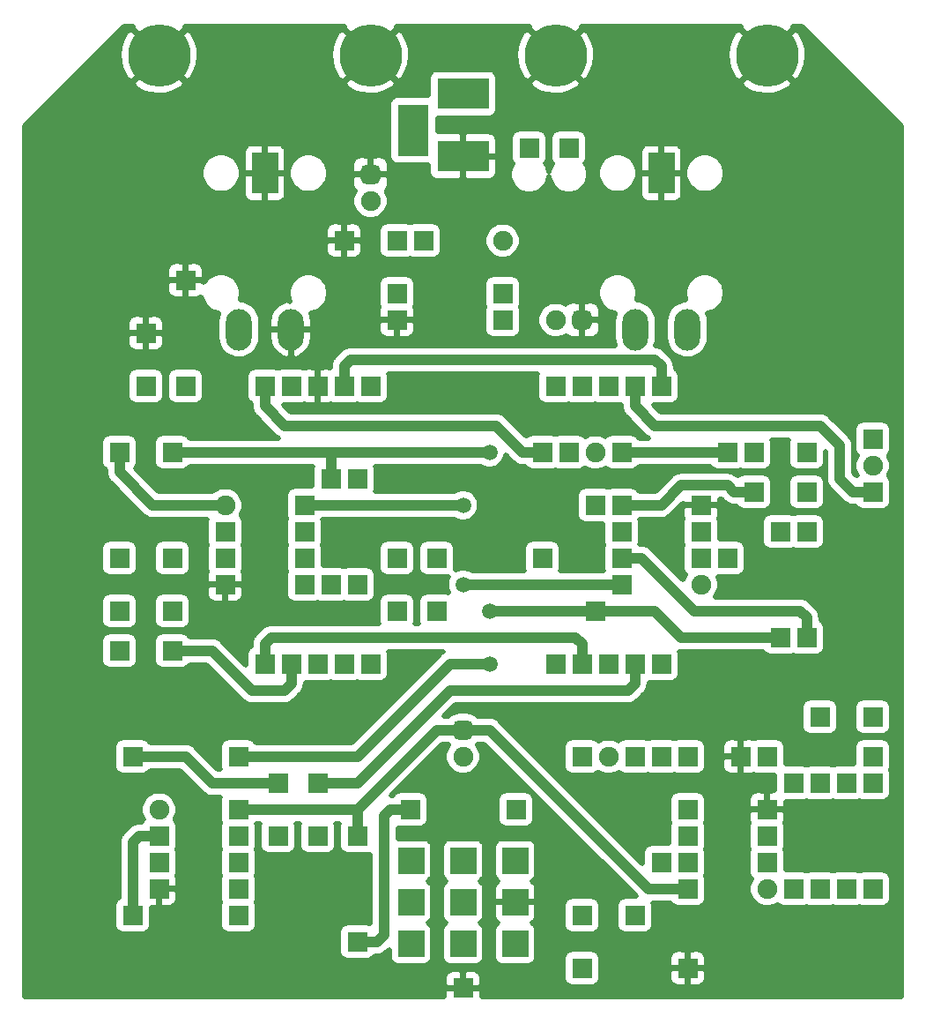
<source format=gbr>
G04 #@! TF.GenerationSoftware,KiCad,Pcbnew,5.1.6-c6e7f7d~87~ubuntu19.10.1*
G04 #@! TF.CreationDate,2021-10-28T22:11:17+06:00*
G04 #@! TF.ProjectId,kzeq_r1a,6b7a6571-5f72-4316-912e-6b696361645f,1A*
G04 #@! TF.SameCoordinates,Original*
G04 #@! TF.FileFunction,Copper,L1,Top*
G04 #@! TF.FilePolarity,Positive*
%FSLAX46Y46*%
G04 Gerber Fmt 4.6, Leading zero omitted, Abs format (unit mm)*
G04 Created by KiCad (PCBNEW 5.1.6-c6e7f7d~87~ubuntu19.10.1) date 2021-10-28 22:11:17*
%MOMM*%
%LPD*%
G01*
G04 APERTURE LIST*
G04 #@! TA.AperFunction,ComponentPad*
%ADD10R,1.900000X1.900000*%
G04 #@! TD*
G04 #@! TA.AperFunction,ComponentPad*
%ADD11C,1.900000*%
G04 #@! TD*
G04 #@! TA.AperFunction,ComponentPad*
%ADD12R,2.500000X4.000000*%
G04 #@! TD*
G04 #@! TA.AperFunction,ComponentPad*
%ADD13O,2.500000X4.000000*%
G04 #@! TD*
G04 #@! TA.AperFunction,ComponentPad*
%ADD14R,5.000000X3.000000*%
G04 #@! TD*
G04 #@! TA.AperFunction,ComponentPad*
%ADD15R,3.000000X5.000000*%
G04 #@! TD*
G04 #@! TA.AperFunction,ComponentPad*
%ADD16R,2.500000X2.500000*%
G04 #@! TD*
G04 #@! TA.AperFunction,ComponentPad*
%ADD17C,6.000000*%
G04 #@! TD*
G04 #@! TA.AperFunction,ViaPad*
%ADD18C,1.500000*%
G04 #@! TD*
G04 #@! TA.AperFunction,Conductor*
%ADD19C,1.000000*%
G04 #@! TD*
G04 #@! TA.AperFunction,Conductor*
%ADD20C,0.500000*%
G04 #@! TD*
G04 APERTURE END LIST*
D10*
X95250000Y-171450000D03*
X95250000Y-181610000D03*
X121920000Y-163830000D03*
D11*
X119380000Y-163830000D03*
D10*
X116840000Y-163830000D03*
X144780000Y-133350000D03*
D11*
X144780000Y-135890000D03*
D10*
X144780000Y-138430000D03*
X120650000Y-134620000D03*
D11*
X118110000Y-134620000D03*
D10*
X115570000Y-134620000D03*
G04 #@! TA.AperFunction,ComponentPad*
G36*
G01*
X115890000Y-122300000D02*
X115890000Y-121540000D01*
G75*
G02*
X116460000Y-120970000I570000J0D01*
G01*
X117220000Y-120970000D01*
G75*
G02*
X117790000Y-121540000I0J-570000D01*
G01*
X117790000Y-122300000D01*
G75*
G02*
X117220000Y-122870000I-570000J0D01*
G01*
X116460000Y-122870000D01*
G75*
G02*
X115890000Y-122300000I0J570000D01*
G01*
G37*
G04 #@! TD.AperFunction*
D11*
X114300000Y-121920000D03*
X96520000Y-110490000D03*
G04 #@! TA.AperFunction,ComponentPad*
G36*
G01*
X96900000Y-108900000D02*
X96140000Y-108900000D01*
G75*
G02*
X95570000Y-108330000I0J570000D01*
G01*
X95570000Y-107570000D01*
G75*
G02*
X96140000Y-107000000I570000J0D01*
G01*
X96900000Y-107000000D01*
G75*
G02*
X97470000Y-107570000I0J-570000D01*
G01*
X97470000Y-108330000D01*
G75*
G02*
X96900000Y-108900000I-570000J0D01*
G01*
G37*
G04 #@! TD.AperFunction*
D10*
X99060000Y-114300000D03*
X93980000Y-114300000D03*
X74930000Y-128270000D03*
X74930000Y-123190000D03*
X127000000Y-163830000D03*
X132080000Y-163830000D03*
X139700000Y-160020000D03*
X144780000Y-160020000D03*
X116840000Y-179070000D03*
X121920000Y-179070000D03*
X87630000Y-171450000D03*
X87630000Y-166370000D03*
X91440000Y-166370000D03*
X91440000Y-171450000D03*
X99060000Y-144780000D03*
X99060000Y-149860000D03*
X102870000Y-149860000D03*
X102870000Y-144780000D03*
X72390000Y-149860000D03*
X77470000Y-149860000D03*
X77470000Y-153670000D03*
X72390000Y-153670000D03*
X133350000Y-138430000D03*
X138430000Y-138430000D03*
X138430000Y-134620000D03*
X133350000Y-134620000D03*
D12*
X86360000Y-107830000D03*
D13*
X83860000Y-122830000D03*
X88860000Y-122830000D03*
D12*
X124460000Y-107830000D03*
D13*
X121960000Y-122830000D03*
X126960000Y-122830000D03*
D10*
X110490000Y-168910000D03*
X100330000Y-168910000D03*
X99060000Y-121920000D03*
X109220000Y-121920000D03*
X109220000Y-119380000D03*
X99060000Y-119380000D03*
X78740000Y-118110000D03*
X78740000Y-128270000D03*
X113030000Y-134620000D03*
X113030000Y-144780000D03*
X124460000Y-173990000D03*
X124460000Y-163830000D03*
X137160000Y-176530000D03*
X137160000Y-166370000D03*
X139700000Y-166370000D03*
X139700000Y-176530000D03*
X144780000Y-163830000D03*
X134620000Y-163830000D03*
X144780000Y-166370000D03*
X144780000Y-176530000D03*
X142240000Y-166370000D03*
X142240000Y-176530000D03*
X127000000Y-184150000D03*
X116840000Y-184150000D03*
X83820000Y-179070000D03*
X73660000Y-179070000D03*
X83820000Y-163830000D03*
X73660000Y-163830000D03*
X95250000Y-147320000D03*
X95250000Y-137160000D03*
X92710000Y-137160000D03*
X92710000Y-147320000D03*
X72390000Y-144780000D03*
X72390000Y-134620000D03*
X77470000Y-134620000D03*
X77470000Y-144780000D03*
X138430000Y-152400000D03*
X138430000Y-142240000D03*
X118110000Y-149860000D03*
X118110000Y-139700000D03*
X130810000Y-144780000D03*
X130810000Y-134620000D03*
X135890000Y-152400000D03*
X135890000Y-142240000D03*
X114300000Y-154940000D03*
X116840000Y-154940000D03*
X119380000Y-154940000D03*
X121920000Y-154940000D03*
X124460000Y-154940000D03*
X96520000Y-154940000D03*
X88900000Y-154940000D03*
X91440000Y-154940000D03*
X86360000Y-154940000D03*
X93980000Y-154940000D03*
X114300000Y-128270000D03*
X116840000Y-128270000D03*
X119380000Y-128270000D03*
X121920000Y-128270000D03*
X124460000Y-128270000D03*
X96520000Y-128270000D03*
X88900000Y-128270000D03*
X91440000Y-128270000D03*
X86360000Y-128270000D03*
X93980000Y-128270000D03*
D14*
X105410000Y-106210000D03*
D15*
X100610000Y-103710000D03*
D14*
X105410000Y-100210000D03*
D10*
X115570000Y-105410000D03*
X111760000Y-105410000D03*
X105410000Y-186055000D03*
D16*
X110410000Y-177800000D03*
X110410000Y-181800000D03*
X110410000Y-173800000D03*
X105410000Y-177800000D03*
X105410000Y-181800000D03*
X105410000Y-173800000D03*
X100410000Y-173800000D03*
X100410000Y-177800000D03*
X100410000Y-181800000D03*
D11*
X105410000Y-163830000D03*
G04 #@! TA.AperFunction,ComponentPad*
G36*
G01*
X105790000Y-162240000D02*
X105030000Y-162240000D01*
G75*
G02*
X104460000Y-161670000I0J570000D01*
G01*
X104460000Y-160910000D01*
G75*
G02*
X105030000Y-160340000I570000J0D01*
G01*
X105790000Y-160340000D01*
G75*
G02*
X106360000Y-160910000I0J-570000D01*
G01*
X106360000Y-161670000D01*
G75*
G02*
X105790000Y-162240000I-570000J0D01*
G01*
G37*
G04 #@! TD.AperFunction*
D10*
X127000000Y-176530000D03*
X127000000Y-173990000D03*
X127000000Y-171450000D03*
X127000000Y-168910000D03*
X134620000Y-168910000D03*
X134620000Y-171450000D03*
X134620000Y-173990000D03*
D11*
X134620000Y-176530000D03*
X76200000Y-168910000D03*
D10*
X76200000Y-171450000D03*
X76200000Y-173990000D03*
X76200000Y-176530000D03*
X83820000Y-176530000D03*
X83820000Y-173990000D03*
X83820000Y-171450000D03*
X83820000Y-168910000D03*
D11*
X82550000Y-139700000D03*
D10*
X82550000Y-142240000D03*
X82550000Y-144780000D03*
X82550000Y-147320000D03*
X90170000Y-147320000D03*
X90170000Y-144780000D03*
X90170000Y-142240000D03*
X90170000Y-139700000D03*
D11*
X128270000Y-147320000D03*
D10*
X128270000Y-144780000D03*
X128270000Y-142240000D03*
X128270000Y-139700000D03*
X120650000Y-139700000D03*
X120650000Y-142240000D03*
X120650000Y-144780000D03*
X120650000Y-147320000D03*
D11*
X109220000Y-114300000D03*
D10*
X101600000Y-114300000D03*
D17*
X76200000Y-96520000D03*
X96520000Y-96520000D03*
X114300000Y-96520000D03*
X134620000Y-96520000D03*
D18*
X107950000Y-134620000D03*
X107950000Y-149860000D03*
X107950000Y-154940000D03*
X105410000Y-147320000D03*
X105410000Y-139700000D03*
D19*
X98425000Y-168910000D02*
X100330000Y-168910000D01*
X97790000Y-169545000D02*
X98425000Y-168910000D01*
X97790000Y-180975000D02*
X97790000Y-169545000D01*
X97155000Y-181610000D02*
X97790000Y-180975000D01*
X95250000Y-181610000D02*
X97155000Y-181610000D01*
X92710000Y-137160000D02*
X92710000Y-134620000D01*
X92710000Y-134620000D02*
X107950000Y-134620000D01*
X77470000Y-134620000D02*
X92710000Y-134620000D01*
X118110000Y-149860000D02*
X107950000Y-149860000D01*
X126365000Y-152400000D02*
X135890000Y-152400000D01*
X123825000Y-149860000D02*
X126365000Y-152400000D01*
X118110000Y-149860000D02*
X123825000Y-149860000D01*
X104140000Y-154940000D02*
X107950000Y-154940000D01*
X95250000Y-163830000D02*
X104140000Y-154940000D01*
X83820000Y-163830000D02*
X95250000Y-163830000D01*
X124460000Y-126365000D02*
X124460000Y-128270000D01*
X123825000Y-125730000D02*
X124460000Y-126365000D01*
X94615000Y-125730000D02*
X123825000Y-125730000D01*
X93980000Y-126365000D02*
X94615000Y-125730000D01*
X93980000Y-128270000D02*
X93980000Y-126365000D01*
X116840000Y-153035000D02*
X116840000Y-154940000D01*
X86995000Y-152400000D02*
X116205000Y-152400000D01*
X86360000Y-153035000D02*
X86995000Y-152400000D01*
X116205000Y-152400000D02*
X116840000Y-153035000D01*
X86360000Y-154940000D02*
X86360000Y-153035000D01*
X108585000Y-132080000D02*
X111125000Y-134620000D01*
X111125000Y-134620000D02*
X113030000Y-134620000D01*
X88265000Y-132080000D02*
X108585000Y-132080000D01*
X86360000Y-130175000D02*
X88265000Y-132080000D01*
X86360000Y-128270000D02*
X86360000Y-130175000D01*
X88265000Y-157480000D02*
X88900000Y-156845000D01*
X85090000Y-157480000D02*
X88265000Y-157480000D01*
X81280000Y-153670000D02*
X85090000Y-157480000D01*
X88900000Y-156845000D02*
X88900000Y-154940000D01*
X77470000Y-153670000D02*
X81280000Y-153670000D01*
X121920000Y-156845000D02*
X121920000Y-154940000D01*
X121285000Y-157480000D02*
X121920000Y-156845000D01*
X104140000Y-157480000D02*
X121285000Y-157480000D01*
X95250000Y-166370000D02*
X104140000Y-157480000D01*
X91440000Y-166370000D02*
X95250000Y-166370000D01*
X81280000Y-166370000D02*
X87630000Y-166370000D01*
X78740000Y-163830000D02*
X81280000Y-166370000D01*
X73660000Y-163830000D02*
X78740000Y-163830000D01*
X130810000Y-137795000D02*
X131445000Y-138430000D01*
X126365000Y-137795000D02*
X130810000Y-137795000D01*
X124460000Y-139700000D02*
X126365000Y-137795000D01*
X131445000Y-138430000D02*
X133350000Y-138430000D01*
X120650000Y-139700000D02*
X124460000Y-139700000D01*
X138430000Y-150495000D02*
X138430000Y-152400000D01*
X137795000Y-149860000D02*
X138430000Y-150495000D01*
X127635000Y-149860000D02*
X137795000Y-149860000D01*
X122555000Y-144780000D02*
X127635000Y-149860000D01*
X120650000Y-144780000D02*
X122555000Y-144780000D01*
X72390000Y-136525000D02*
X75565000Y-139700000D01*
X75565000Y-139700000D02*
X82550000Y-139700000D01*
X72390000Y-134620000D02*
X72390000Y-136525000D01*
X74295000Y-171450000D02*
X76200000Y-171450000D01*
X73660000Y-172085000D02*
X74295000Y-171450000D01*
X73660000Y-179070000D02*
X73660000Y-172085000D01*
X120650000Y-147320000D02*
X105410000Y-147320000D01*
X90170000Y-139700000D02*
X105410000Y-139700000D01*
X102870000Y-161290000D02*
X105410000Y-161290000D01*
X95250000Y-168910000D02*
X102870000Y-161290000D01*
X83820000Y-168910000D02*
X95250000Y-168910000D01*
X123190000Y-176530000D02*
X127000000Y-176530000D01*
X107950000Y-161290000D02*
X123190000Y-176530000D01*
X105410000Y-161290000D02*
X107950000Y-161290000D01*
X95250000Y-168910000D02*
X95250000Y-171450000D01*
X120650000Y-134620000D02*
X130810000Y-134620000D01*
X121920000Y-128270000D02*
X121920000Y-130175000D01*
X141605000Y-133985000D02*
X141605000Y-137160000D01*
X142875000Y-138430000D02*
X144780000Y-138430000D01*
X121920000Y-130175000D02*
X123825000Y-132080000D01*
X123825000Y-132080000D02*
X139700000Y-132080000D01*
X139700000Y-132080000D02*
X141605000Y-133985000D01*
X141605000Y-137160000D02*
X142875000Y-138430000D01*
D20*
G36*
X73650324Y-93899613D02*
G01*
X76200000Y-96449289D01*
X78749676Y-93899613D01*
X78667651Y-93760000D01*
X94052349Y-93760000D01*
X93970324Y-93899613D01*
X96520000Y-96449289D01*
X99069676Y-93899613D01*
X98987651Y-93760000D01*
X111832349Y-93760000D01*
X111750324Y-93899613D01*
X114300000Y-96449289D01*
X116849676Y-93899613D01*
X116767651Y-93760000D01*
X132152349Y-93760000D01*
X132070324Y-93899613D01*
X134620000Y-96449289D01*
X137169676Y-93899613D01*
X137087651Y-93760000D01*
X137995077Y-93760000D01*
X147540000Y-103304924D01*
X147540001Y-186910000D01*
X107213545Y-186910000D01*
X107210000Y-186317500D01*
X106997500Y-186105000D01*
X105460000Y-186105000D01*
X105460000Y-186125000D01*
X105360000Y-186125000D01*
X105360000Y-186105000D01*
X103822500Y-186105000D01*
X103610000Y-186317500D01*
X103606455Y-186910000D01*
X63280000Y-186910000D01*
X63280000Y-185105000D01*
X103605887Y-185105000D01*
X103610000Y-185792500D01*
X103822500Y-186005000D01*
X105360000Y-186005000D01*
X105360000Y-184467500D01*
X105460000Y-184467500D01*
X105460000Y-186005000D01*
X106997500Y-186005000D01*
X107210000Y-185792500D01*
X107214113Y-185105000D01*
X107197701Y-184938371D01*
X107149098Y-184778145D01*
X107070169Y-184630480D01*
X106963949Y-184501051D01*
X106834520Y-184394831D01*
X106686855Y-184315902D01*
X106526629Y-184267299D01*
X106360000Y-184250887D01*
X105672500Y-184255000D01*
X105460000Y-184467500D01*
X105360000Y-184467500D01*
X105147500Y-184255000D01*
X104460000Y-184250887D01*
X104293371Y-184267299D01*
X104133145Y-184315902D01*
X103985480Y-184394831D01*
X103856051Y-184501051D01*
X103749831Y-184630480D01*
X103670902Y-184778145D01*
X103622299Y-184938371D01*
X103605887Y-185105000D01*
X63280000Y-185105000D01*
X63280000Y-178120000D01*
X71855888Y-178120000D01*
X71855888Y-180020000D01*
X71872300Y-180186629D01*
X71920903Y-180346855D01*
X71999832Y-180494519D01*
X72106052Y-180623948D01*
X72235481Y-180730168D01*
X72383145Y-180809097D01*
X72543371Y-180857700D01*
X72710000Y-180874112D01*
X74610000Y-180874112D01*
X74776629Y-180857700D01*
X74936855Y-180809097D01*
X75084519Y-180730168D01*
X75213948Y-180623948D01*
X75320168Y-180494519D01*
X75399097Y-180346855D01*
X75447700Y-180186629D01*
X75464112Y-180020000D01*
X75464112Y-178332832D01*
X75937500Y-178330000D01*
X76150000Y-178117500D01*
X76150000Y-176580000D01*
X76250000Y-176580000D01*
X76250000Y-178117500D01*
X76462500Y-178330000D01*
X77150000Y-178334113D01*
X77316629Y-178317701D01*
X77476855Y-178269098D01*
X77624520Y-178190169D01*
X77753949Y-178083949D01*
X77860169Y-177954520D01*
X77939098Y-177806855D01*
X77987701Y-177646629D01*
X78004113Y-177480000D01*
X78000000Y-176792500D01*
X77787500Y-176580000D01*
X76250000Y-176580000D01*
X76150000Y-176580000D01*
X76130000Y-176580000D01*
X76130000Y-176480000D01*
X76150000Y-176480000D01*
X76150000Y-176460000D01*
X76250000Y-176460000D01*
X76250000Y-176480000D01*
X77787500Y-176480000D01*
X78000000Y-176267500D01*
X78004113Y-175580000D01*
X77987701Y-175413371D01*
X77941177Y-175259998D01*
X77987700Y-175106629D01*
X78004112Y-174940000D01*
X78004112Y-173040000D01*
X77987700Y-172873371D01*
X77941176Y-172720000D01*
X77987700Y-172566629D01*
X78004112Y-172400000D01*
X78004112Y-170500000D01*
X77987700Y-170333371D01*
X77939097Y-170173145D01*
X77860168Y-170025481D01*
X77753948Y-169896052D01*
X77722970Y-169870629D01*
X77795139Y-169762620D01*
X77930827Y-169435041D01*
X78000000Y-169087284D01*
X78000000Y-168732716D01*
X77930827Y-168384959D01*
X77795139Y-168057380D01*
X77598151Y-167762567D01*
X77347433Y-167511849D01*
X77052620Y-167314861D01*
X76725041Y-167179173D01*
X76377284Y-167110000D01*
X76022716Y-167110000D01*
X75674959Y-167179173D01*
X75347380Y-167314861D01*
X75052567Y-167511849D01*
X74801849Y-167762567D01*
X74604861Y-168057380D01*
X74469173Y-168384959D01*
X74400000Y-168732716D01*
X74400000Y-169087284D01*
X74469173Y-169435041D01*
X74604861Y-169762620D01*
X74677030Y-169870629D01*
X74646052Y-169896052D01*
X74539832Y-170025481D01*
X74500000Y-170100000D01*
X74361319Y-170100000D01*
X74295000Y-170093468D01*
X74228681Y-170100000D01*
X74228679Y-170100000D01*
X74030354Y-170119533D01*
X73853620Y-170173145D01*
X73775877Y-170196728D01*
X73694048Y-170240467D01*
X73541351Y-170322085D01*
X73335787Y-170490787D01*
X73293505Y-170542308D01*
X72752300Y-171083513D01*
X72700788Y-171125787D01*
X72658514Y-171177298D01*
X72658510Y-171177302D01*
X72532085Y-171331351D01*
X72406729Y-171565878D01*
X72329534Y-171820354D01*
X72303468Y-172085000D01*
X72310001Y-172151329D01*
X72310000Y-177370000D01*
X72235481Y-177409832D01*
X72106052Y-177516052D01*
X71999832Y-177645481D01*
X71920903Y-177793145D01*
X71872300Y-177953371D01*
X71855888Y-178120000D01*
X63280000Y-178120000D01*
X63280000Y-162880000D01*
X71855888Y-162880000D01*
X71855888Y-164780000D01*
X71872300Y-164946629D01*
X71920903Y-165106855D01*
X71999832Y-165254519D01*
X72106052Y-165383948D01*
X72235481Y-165490168D01*
X72383145Y-165569097D01*
X72543371Y-165617700D01*
X72710000Y-165634112D01*
X74610000Y-165634112D01*
X74776629Y-165617700D01*
X74936855Y-165569097D01*
X75084519Y-165490168D01*
X75213948Y-165383948D01*
X75320168Y-165254519D01*
X75360000Y-165180000D01*
X78180812Y-165180000D01*
X80278509Y-167277697D01*
X80320787Y-167329213D01*
X80526351Y-167497915D01*
X80760878Y-167623272D01*
X81015354Y-167700467D01*
X81213679Y-167720000D01*
X81213688Y-167720000D01*
X81279999Y-167726531D01*
X81346310Y-167720000D01*
X82054556Y-167720000D01*
X82032300Y-167793371D01*
X82015888Y-167960000D01*
X82015888Y-169860000D01*
X82032300Y-170026629D01*
X82078824Y-170180000D01*
X82032300Y-170333371D01*
X82015888Y-170500000D01*
X82015888Y-172400000D01*
X82032300Y-172566629D01*
X82078824Y-172720000D01*
X82032300Y-172873371D01*
X82015888Y-173040000D01*
X82015888Y-174940000D01*
X82032300Y-175106629D01*
X82078824Y-175260000D01*
X82032300Y-175413371D01*
X82015888Y-175580000D01*
X82015888Y-177480000D01*
X82032300Y-177646629D01*
X82078824Y-177800000D01*
X82032300Y-177953371D01*
X82015888Y-178120000D01*
X82015888Y-180020000D01*
X82032300Y-180186629D01*
X82080903Y-180346855D01*
X82159832Y-180494519D01*
X82266052Y-180623948D01*
X82395481Y-180730168D01*
X82543145Y-180809097D01*
X82703371Y-180857700D01*
X82870000Y-180874112D01*
X84770000Y-180874112D01*
X84936629Y-180857700D01*
X85096855Y-180809097D01*
X85244519Y-180730168D01*
X85373948Y-180623948D01*
X85480168Y-180494519D01*
X85559097Y-180346855D01*
X85607700Y-180186629D01*
X85624112Y-180020000D01*
X85624112Y-178120000D01*
X85607700Y-177953371D01*
X85561176Y-177800000D01*
X85607700Y-177646629D01*
X85624112Y-177480000D01*
X85624112Y-175580000D01*
X85607700Y-175413371D01*
X85561176Y-175260000D01*
X85607700Y-175106629D01*
X85624112Y-174940000D01*
X85624112Y-173040000D01*
X85607700Y-172873371D01*
X85561176Y-172720000D01*
X85607700Y-172566629D01*
X85624112Y-172400000D01*
X85624112Y-170500000D01*
X85607700Y-170333371D01*
X85585444Y-170260000D01*
X85864556Y-170260000D01*
X85842300Y-170333371D01*
X85825888Y-170500000D01*
X85825888Y-172400000D01*
X85842300Y-172566629D01*
X85890903Y-172726855D01*
X85969832Y-172874519D01*
X86076052Y-173003948D01*
X86205481Y-173110168D01*
X86353145Y-173189097D01*
X86513371Y-173237700D01*
X86680000Y-173254112D01*
X88580000Y-173254112D01*
X88746629Y-173237700D01*
X88906855Y-173189097D01*
X89054519Y-173110168D01*
X89183948Y-173003948D01*
X89290168Y-172874519D01*
X89369097Y-172726855D01*
X89417700Y-172566629D01*
X89434112Y-172400000D01*
X89434112Y-170500000D01*
X89417700Y-170333371D01*
X89395444Y-170260000D01*
X89674556Y-170260000D01*
X89652300Y-170333371D01*
X89635888Y-170500000D01*
X89635888Y-172400000D01*
X89652300Y-172566629D01*
X89700903Y-172726855D01*
X89779832Y-172874519D01*
X89886052Y-173003948D01*
X90015481Y-173110168D01*
X90163145Y-173189097D01*
X90323371Y-173237700D01*
X90490000Y-173254112D01*
X92390000Y-173254112D01*
X92556629Y-173237700D01*
X92716855Y-173189097D01*
X92864519Y-173110168D01*
X92993948Y-173003948D01*
X93100168Y-172874519D01*
X93179097Y-172726855D01*
X93227700Y-172566629D01*
X93244112Y-172400000D01*
X93244112Y-170500000D01*
X93227700Y-170333371D01*
X93205444Y-170260000D01*
X93484556Y-170260000D01*
X93462300Y-170333371D01*
X93445888Y-170500000D01*
X93445888Y-172400000D01*
X93462300Y-172566629D01*
X93510903Y-172726855D01*
X93589832Y-172874519D01*
X93696052Y-173003948D01*
X93825481Y-173110168D01*
X93973145Y-173189097D01*
X94133371Y-173237700D01*
X94300000Y-173254112D01*
X96200000Y-173254112D01*
X96366629Y-173237700D01*
X96440001Y-173215443D01*
X96440000Y-179844556D01*
X96366629Y-179822300D01*
X96200000Y-179805888D01*
X94300000Y-179805888D01*
X94133371Y-179822300D01*
X93973145Y-179870903D01*
X93825481Y-179949832D01*
X93696052Y-180056052D01*
X93589832Y-180185481D01*
X93510903Y-180333145D01*
X93462300Y-180493371D01*
X93445888Y-180660000D01*
X93445888Y-182560000D01*
X93462300Y-182726629D01*
X93510903Y-182886855D01*
X93589832Y-183034519D01*
X93696052Y-183163948D01*
X93825481Y-183270168D01*
X93973145Y-183349097D01*
X94133371Y-183397700D01*
X94300000Y-183414112D01*
X96200000Y-183414112D01*
X96366629Y-183397700D01*
X96526855Y-183349097D01*
X96674519Y-183270168D01*
X96803948Y-183163948D01*
X96910168Y-183034519D01*
X96950000Y-182960000D01*
X97088681Y-182960000D01*
X97155000Y-182966532D01*
X97221319Y-182960000D01*
X97221321Y-182960000D01*
X97419646Y-182940467D01*
X97674122Y-182863272D01*
X97908649Y-182737915D01*
X98114213Y-182569213D01*
X98156492Y-182517696D01*
X98305888Y-182368300D01*
X98305888Y-183050000D01*
X98322300Y-183216629D01*
X98370903Y-183376855D01*
X98449832Y-183524519D01*
X98556052Y-183653948D01*
X98685481Y-183760168D01*
X98833145Y-183839097D01*
X98993371Y-183887700D01*
X99160000Y-183904112D01*
X101660000Y-183904112D01*
X101826629Y-183887700D01*
X101986855Y-183839097D01*
X102134519Y-183760168D01*
X102263948Y-183653948D01*
X102370168Y-183524519D01*
X102449097Y-183376855D01*
X102497700Y-183216629D01*
X102514112Y-183050000D01*
X102514112Y-180550000D01*
X102497700Y-180383371D01*
X102449097Y-180223145D01*
X102370168Y-180075481D01*
X102263948Y-179946052D01*
X102134519Y-179839832D01*
X102059999Y-179800000D01*
X102134519Y-179760168D01*
X102263948Y-179653948D01*
X102370168Y-179524519D01*
X102449097Y-179376855D01*
X102497700Y-179216629D01*
X102514112Y-179050000D01*
X102514112Y-176550000D01*
X102497700Y-176383371D01*
X102449097Y-176223145D01*
X102370168Y-176075481D01*
X102263948Y-175946052D01*
X102134519Y-175839832D01*
X102059999Y-175800000D01*
X102134519Y-175760168D01*
X102263948Y-175653948D01*
X102370168Y-175524519D01*
X102449097Y-175376855D01*
X102497700Y-175216629D01*
X102514112Y-175050000D01*
X102514112Y-172550000D01*
X103305888Y-172550000D01*
X103305888Y-175050000D01*
X103322300Y-175216629D01*
X103370903Y-175376855D01*
X103449832Y-175524519D01*
X103556052Y-175653948D01*
X103685481Y-175760168D01*
X103760001Y-175800000D01*
X103685481Y-175839832D01*
X103556052Y-175946052D01*
X103449832Y-176075481D01*
X103370903Y-176223145D01*
X103322300Y-176383371D01*
X103305888Y-176550000D01*
X103305888Y-179050000D01*
X103322300Y-179216629D01*
X103370903Y-179376855D01*
X103449832Y-179524519D01*
X103556052Y-179653948D01*
X103685481Y-179760168D01*
X103760001Y-179800000D01*
X103685481Y-179839832D01*
X103556052Y-179946052D01*
X103449832Y-180075481D01*
X103370903Y-180223145D01*
X103322300Y-180383371D01*
X103305888Y-180550000D01*
X103305888Y-183050000D01*
X103322300Y-183216629D01*
X103370903Y-183376855D01*
X103449832Y-183524519D01*
X103556052Y-183653948D01*
X103685481Y-183760168D01*
X103833145Y-183839097D01*
X103993371Y-183887700D01*
X104160000Y-183904112D01*
X106660000Y-183904112D01*
X106826629Y-183887700D01*
X106986855Y-183839097D01*
X107134519Y-183760168D01*
X107263948Y-183653948D01*
X107370168Y-183524519D01*
X107449097Y-183376855D01*
X107497700Y-183216629D01*
X107514112Y-183050000D01*
X107514112Y-180550000D01*
X107497700Y-180383371D01*
X107449097Y-180223145D01*
X107370168Y-180075481D01*
X107263948Y-179946052D01*
X107134519Y-179839832D01*
X107059999Y-179800000D01*
X107134519Y-179760168D01*
X107263948Y-179653948D01*
X107370168Y-179524519D01*
X107449097Y-179376855D01*
X107497700Y-179216629D01*
X107514112Y-179050000D01*
X108305887Y-179050000D01*
X108322299Y-179216629D01*
X108370902Y-179376855D01*
X108449831Y-179524520D01*
X108556051Y-179653949D01*
X108685480Y-179760169D01*
X108759999Y-179800001D01*
X108685481Y-179839832D01*
X108556052Y-179946052D01*
X108449832Y-180075481D01*
X108370903Y-180223145D01*
X108322300Y-180383371D01*
X108305888Y-180550000D01*
X108305888Y-183050000D01*
X108322300Y-183216629D01*
X108370903Y-183376855D01*
X108449832Y-183524519D01*
X108556052Y-183653948D01*
X108685481Y-183760168D01*
X108833145Y-183839097D01*
X108993371Y-183887700D01*
X109160000Y-183904112D01*
X111660000Y-183904112D01*
X111826629Y-183887700D01*
X111986855Y-183839097D01*
X112134519Y-183760168D01*
X112263948Y-183653948D01*
X112370168Y-183524519D01*
X112449097Y-183376855D01*
X112497700Y-183216629D01*
X112499337Y-183200000D01*
X115035888Y-183200000D01*
X115035888Y-185100000D01*
X115052300Y-185266629D01*
X115100903Y-185426855D01*
X115179832Y-185574519D01*
X115286052Y-185703948D01*
X115415481Y-185810168D01*
X115563145Y-185889097D01*
X115723371Y-185937700D01*
X115890000Y-185954112D01*
X117790000Y-185954112D01*
X117956629Y-185937700D01*
X118116855Y-185889097D01*
X118264519Y-185810168D01*
X118393948Y-185703948D01*
X118500168Y-185574519D01*
X118579097Y-185426855D01*
X118627700Y-185266629D01*
X118644112Y-185100000D01*
X125195887Y-185100000D01*
X125212299Y-185266629D01*
X125260902Y-185426855D01*
X125339831Y-185574520D01*
X125446051Y-185703949D01*
X125575480Y-185810169D01*
X125723145Y-185889098D01*
X125883371Y-185937701D01*
X126050000Y-185954113D01*
X126737500Y-185950000D01*
X126950000Y-185737500D01*
X126950000Y-184200000D01*
X127050000Y-184200000D01*
X127050000Y-185737500D01*
X127262500Y-185950000D01*
X127950000Y-185954113D01*
X128116629Y-185937701D01*
X128276855Y-185889098D01*
X128424520Y-185810169D01*
X128553949Y-185703949D01*
X128660169Y-185574520D01*
X128739098Y-185426855D01*
X128787701Y-185266629D01*
X128804113Y-185100000D01*
X128800000Y-184412500D01*
X128587500Y-184200000D01*
X127050000Y-184200000D01*
X126950000Y-184200000D01*
X125412500Y-184200000D01*
X125200000Y-184412500D01*
X125195887Y-185100000D01*
X118644112Y-185100000D01*
X118644112Y-183200000D01*
X125195887Y-183200000D01*
X125200000Y-183887500D01*
X125412500Y-184100000D01*
X126950000Y-184100000D01*
X126950000Y-182562500D01*
X127050000Y-182562500D01*
X127050000Y-184100000D01*
X128587500Y-184100000D01*
X128800000Y-183887500D01*
X128804113Y-183200000D01*
X128787701Y-183033371D01*
X128739098Y-182873145D01*
X128660169Y-182725480D01*
X128553949Y-182596051D01*
X128424520Y-182489831D01*
X128276855Y-182410902D01*
X128116629Y-182362299D01*
X127950000Y-182345887D01*
X127262500Y-182350000D01*
X127050000Y-182562500D01*
X126950000Y-182562500D01*
X126737500Y-182350000D01*
X126050000Y-182345887D01*
X125883371Y-182362299D01*
X125723145Y-182410902D01*
X125575480Y-182489831D01*
X125446051Y-182596051D01*
X125339831Y-182725480D01*
X125260902Y-182873145D01*
X125212299Y-183033371D01*
X125195887Y-183200000D01*
X118644112Y-183200000D01*
X118627700Y-183033371D01*
X118579097Y-182873145D01*
X118500168Y-182725481D01*
X118393948Y-182596052D01*
X118264519Y-182489832D01*
X118116855Y-182410903D01*
X117956629Y-182362300D01*
X117790000Y-182345888D01*
X115890000Y-182345888D01*
X115723371Y-182362300D01*
X115563145Y-182410903D01*
X115415481Y-182489832D01*
X115286052Y-182596052D01*
X115179832Y-182725481D01*
X115100903Y-182873145D01*
X115052300Y-183033371D01*
X115035888Y-183200000D01*
X112499337Y-183200000D01*
X112514112Y-183050000D01*
X112514112Y-180550000D01*
X112497700Y-180383371D01*
X112449097Y-180223145D01*
X112370168Y-180075481D01*
X112263948Y-179946052D01*
X112134519Y-179839832D01*
X112060001Y-179800001D01*
X112134520Y-179760169D01*
X112263949Y-179653949D01*
X112370169Y-179524520D01*
X112449098Y-179376855D01*
X112497701Y-179216629D01*
X112514113Y-179050000D01*
X112510240Y-178120000D01*
X115035888Y-178120000D01*
X115035888Y-180020000D01*
X115052300Y-180186629D01*
X115100903Y-180346855D01*
X115179832Y-180494519D01*
X115286052Y-180623948D01*
X115415481Y-180730168D01*
X115563145Y-180809097D01*
X115723371Y-180857700D01*
X115890000Y-180874112D01*
X117790000Y-180874112D01*
X117956629Y-180857700D01*
X118116855Y-180809097D01*
X118264519Y-180730168D01*
X118393948Y-180623948D01*
X118500168Y-180494519D01*
X118579097Y-180346855D01*
X118627700Y-180186629D01*
X118644112Y-180020000D01*
X118644112Y-178120000D01*
X118627700Y-177953371D01*
X118579097Y-177793145D01*
X118500168Y-177645481D01*
X118393948Y-177516052D01*
X118264519Y-177409832D01*
X118116855Y-177330903D01*
X117956629Y-177282300D01*
X117790000Y-177265888D01*
X115890000Y-177265888D01*
X115723371Y-177282300D01*
X115563145Y-177330903D01*
X115415481Y-177409832D01*
X115286052Y-177516052D01*
X115179832Y-177645481D01*
X115100903Y-177793145D01*
X115052300Y-177953371D01*
X115035888Y-178120000D01*
X112510240Y-178120000D01*
X112510000Y-178062500D01*
X112297500Y-177850000D01*
X110460000Y-177850000D01*
X110460000Y-177870000D01*
X110360000Y-177870000D01*
X110360000Y-177850000D01*
X108522500Y-177850000D01*
X108310000Y-178062500D01*
X108305887Y-179050000D01*
X107514112Y-179050000D01*
X107514112Y-176550000D01*
X108305887Y-176550000D01*
X108310000Y-177537500D01*
X108522500Y-177750000D01*
X110360000Y-177750000D01*
X110360000Y-177730000D01*
X110460000Y-177730000D01*
X110460000Y-177750000D01*
X112297500Y-177750000D01*
X112510000Y-177537500D01*
X112514113Y-176550000D01*
X112497701Y-176383371D01*
X112449098Y-176223145D01*
X112370169Y-176075480D01*
X112263949Y-175946051D01*
X112134520Y-175839831D01*
X112060001Y-175799999D01*
X112134519Y-175760168D01*
X112263948Y-175653948D01*
X112370168Y-175524519D01*
X112449097Y-175376855D01*
X112497700Y-175216629D01*
X112514112Y-175050000D01*
X112514112Y-172550000D01*
X112497700Y-172383371D01*
X112449097Y-172223145D01*
X112370168Y-172075481D01*
X112263948Y-171946052D01*
X112134519Y-171839832D01*
X111986855Y-171760903D01*
X111826629Y-171712300D01*
X111660000Y-171695888D01*
X109160000Y-171695888D01*
X108993371Y-171712300D01*
X108833145Y-171760903D01*
X108685481Y-171839832D01*
X108556052Y-171946052D01*
X108449832Y-172075481D01*
X108370903Y-172223145D01*
X108322300Y-172383371D01*
X108305888Y-172550000D01*
X108305888Y-175050000D01*
X108322300Y-175216629D01*
X108370903Y-175376855D01*
X108449832Y-175524519D01*
X108556052Y-175653948D01*
X108685481Y-175760168D01*
X108759999Y-175799999D01*
X108685480Y-175839831D01*
X108556051Y-175946051D01*
X108449831Y-176075480D01*
X108370902Y-176223145D01*
X108322299Y-176383371D01*
X108305887Y-176550000D01*
X107514112Y-176550000D01*
X107497700Y-176383371D01*
X107449097Y-176223145D01*
X107370168Y-176075481D01*
X107263948Y-175946052D01*
X107134519Y-175839832D01*
X107059999Y-175800000D01*
X107134519Y-175760168D01*
X107263948Y-175653948D01*
X107370168Y-175524519D01*
X107449097Y-175376855D01*
X107497700Y-175216629D01*
X107514112Y-175050000D01*
X107514112Y-172550000D01*
X107497700Y-172383371D01*
X107449097Y-172223145D01*
X107370168Y-172075481D01*
X107263948Y-171946052D01*
X107134519Y-171839832D01*
X106986855Y-171760903D01*
X106826629Y-171712300D01*
X106660000Y-171695888D01*
X104160000Y-171695888D01*
X103993371Y-171712300D01*
X103833145Y-171760903D01*
X103685481Y-171839832D01*
X103556052Y-171946052D01*
X103449832Y-172075481D01*
X103370903Y-172223145D01*
X103322300Y-172383371D01*
X103305888Y-172550000D01*
X102514112Y-172550000D01*
X102497700Y-172383371D01*
X102449097Y-172223145D01*
X102370168Y-172075481D01*
X102263948Y-171946052D01*
X102134519Y-171839832D01*
X101986855Y-171760903D01*
X101826629Y-171712300D01*
X101660000Y-171695888D01*
X99160000Y-171695888D01*
X99140000Y-171697858D01*
X99140000Y-170675444D01*
X99213371Y-170697700D01*
X99380000Y-170714112D01*
X101280000Y-170714112D01*
X101446629Y-170697700D01*
X101606855Y-170649097D01*
X101754519Y-170570168D01*
X101883948Y-170463948D01*
X101990168Y-170334519D01*
X102069097Y-170186855D01*
X102117700Y-170026629D01*
X102134112Y-169860000D01*
X102134112Y-167960000D01*
X108685888Y-167960000D01*
X108685888Y-169860000D01*
X108702300Y-170026629D01*
X108750903Y-170186855D01*
X108829832Y-170334519D01*
X108936052Y-170463948D01*
X109065481Y-170570168D01*
X109213145Y-170649097D01*
X109373371Y-170697700D01*
X109540000Y-170714112D01*
X111440000Y-170714112D01*
X111606629Y-170697700D01*
X111766855Y-170649097D01*
X111914519Y-170570168D01*
X112043948Y-170463948D01*
X112150168Y-170334519D01*
X112229097Y-170186855D01*
X112277700Y-170026629D01*
X112294112Y-169860000D01*
X112294112Y-167960000D01*
X112277700Y-167793371D01*
X112229097Y-167633145D01*
X112150168Y-167485481D01*
X112043948Y-167356052D01*
X111914519Y-167249832D01*
X111766855Y-167170903D01*
X111606629Y-167122300D01*
X111440000Y-167105888D01*
X109540000Y-167105888D01*
X109373371Y-167122300D01*
X109213145Y-167170903D01*
X109065481Y-167249832D01*
X108936052Y-167356052D01*
X108829832Y-167485481D01*
X108750903Y-167633145D01*
X108702300Y-167793371D01*
X108685888Y-167960000D01*
X102134112Y-167960000D01*
X102117700Y-167793371D01*
X102069097Y-167633145D01*
X101990168Y-167485481D01*
X101883948Y-167356052D01*
X101754519Y-167249832D01*
X101606855Y-167170903D01*
X101446629Y-167122300D01*
X101280000Y-167105888D01*
X99380000Y-167105888D01*
X99213371Y-167122300D01*
X99053145Y-167170903D01*
X98905481Y-167249832D01*
X98776052Y-167356052D01*
X98669832Y-167485481D01*
X98630000Y-167560000D01*
X98509188Y-167560000D01*
X103429188Y-162640000D01*
X103992637Y-162640000D01*
X104020484Y-162673932D01*
X104011849Y-162682567D01*
X103814861Y-162977380D01*
X103679173Y-163304959D01*
X103610000Y-163652716D01*
X103610000Y-164007284D01*
X103679173Y-164355041D01*
X103814861Y-164682620D01*
X104011849Y-164977433D01*
X104262567Y-165228151D01*
X104557380Y-165425139D01*
X104884959Y-165560827D01*
X105232716Y-165630000D01*
X105587284Y-165630000D01*
X105935041Y-165560827D01*
X106262620Y-165425139D01*
X106557433Y-165228151D01*
X106808151Y-164977433D01*
X107005139Y-164682620D01*
X107140827Y-164355041D01*
X107210000Y-164007284D01*
X107210000Y-163652716D01*
X107140827Y-163304959D01*
X107005139Y-162977380D01*
X106808151Y-162682567D01*
X106799516Y-162673932D01*
X106827363Y-162640000D01*
X107390812Y-162640000D01*
X122016700Y-177265888D01*
X120970000Y-177265888D01*
X120803371Y-177282300D01*
X120643145Y-177330903D01*
X120495481Y-177409832D01*
X120366052Y-177516052D01*
X120259832Y-177645481D01*
X120180903Y-177793145D01*
X120132300Y-177953371D01*
X120115888Y-178120000D01*
X120115888Y-180020000D01*
X120132300Y-180186629D01*
X120180903Y-180346855D01*
X120259832Y-180494519D01*
X120366052Y-180623948D01*
X120495481Y-180730168D01*
X120643145Y-180809097D01*
X120803371Y-180857700D01*
X120970000Y-180874112D01*
X122870000Y-180874112D01*
X123036629Y-180857700D01*
X123196855Y-180809097D01*
X123344519Y-180730168D01*
X123473948Y-180623948D01*
X123580168Y-180494519D01*
X123659097Y-180346855D01*
X123707700Y-180186629D01*
X123724112Y-180020000D01*
X123724112Y-178120000D01*
X123707700Y-177953371D01*
X123685444Y-177880000D01*
X125300000Y-177880000D01*
X125339832Y-177954519D01*
X125446052Y-178083948D01*
X125575481Y-178190168D01*
X125723145Y-178269097D01*
X125883371Y-178317700D01*
X126050000Y-178334112D01*
X127950000Y-178334112D01*
X128116629Y-178317700D01*
X128276855Y-178269097D01*
X128424519Y-178190168D01*
X128553948Y-178083948D01*
X128660168Y-177954519D01*
X128739097Y-177806855D01*
X128787700Y-177646629D01*
X128804112Y-177480000D01*
X128804112Y-175580000D01*
X128787700Y-175413371D01*
X128741176Y-175260000D01*
X128787700Y-175106629D01*
X128804112Y-174940000D01*
X128804112Y-173040000D01*
X128787700Y-172873371D01*
X128741176Y-172720000D01*
X128787700Y-172566629D01*
X128804112Y-172400000D01*
X128804112Y-170500000D01*
X128787700Y-170333371D01*
X128741176Y-170180000D01*
X128787700Y-170026629D01*
X128804112Y-169860000D01*
X132815887Y-169860000D01*
X132832299Y-170026629D01*
X132878823Y-170180002D01*
X132832300Y-170333371D01*
X132815888Y-170500000D01*
X132815888Y-172400000D01*
X132832300Y-172566629D01*
X132878824Y-172720000D01*
X132832300Y-172873371D01*
X132815888Y-173040000D01*
X132815888Y-174940000D01*
X132832300Y-175106629D01*
X132880903Y-175266855D01*
X132959832Y-175414519D01*
X133066052Y-175543948D01*
X133097030Y-175569371D01*
X133024861Y-175677380D01*
X132889173Y-176004959D01*
X132820000Y-176352716D01*
X132820000Y-176707284D01*
X132889173Y-177055041D01*
X133024861Y-177382620D01*
X133221849Y-177677433D01*
X133472567Y-177928151D01*
X133767380Y-178125139D01*
X134094959Y-178260827D01*
X134442716Y-178330000D01*
X134797284Y-178330000D01*
X135145041Y-178260827D01*
X135472620Y-178125139D01*
X135580629Y-178052970D01*
X135606052Y-178083948D01*
X135735481Y-178190168D01*
X135883145Y-178269097D01*
X136043371Y-178317700D01*
X136210000Y-178334112D01*
X138110000Y-178334112D01*
X138276629Y-178317700D01*
X138430000Y-178271176D01*
X138583371Y-178317700D01*
X138750000Y-178334112D01*
X140650000Y-178334112D01*
X140816629Y-178317700D01*
X140970000Y-178271176D01*
X141123371Y-178317700D01*
X141290000Y-178334112D01*
X143190000Y-178334112D01*
X143356629Y-178317700D01*
X143510000Y-178271176D01*
X143663371Y-178317700D01*
X143830000Y-178334112D01*
X145730000Y-178334112D01*
X145896629Y-178317700D01*
X146056855Y-178269097D01*
X146204519Y-178190168D01*
X146333948Y-178083948D01*
X146440168Y-177954519D01*
X146519097Y-177806855D01*
X146567700Y-177646629D01*
X146584112Y-177480000D01*
X146584112Y-175580000D01*
X146567700Y-175413371D01*
X146519097Y-175253145D01*
X146440168Y-175105481D01*
X146333948Y-174976052D01*
X146204519Y-174869832D01*
X146056855Y-174790903D01*
X145896629Y-174742300D01*
X145730000Y-174725888D01*
X143830000Y-174725888D01*
X143663371Y-174742300D01*
X143510000Y-174788824D01*
X143356629Y-174742300D01*
X143190000Y-174725888D01*
X141290000Y-174725888D01*
X141123371Y-174742300D01*
X140970000Y-174788824D01*
X140816629Y-174742300D01*
X140650000Y-174725888D01*
X138750000Y-174725888D01*
X138583371Y-174742300D01*
X138430000Y-174788824D01*
X138276629Y-174742300D01*
X138110000Y-174725888D01*
X136424112Y-174725888D01*
X136424112Y-173040000D01*
X136407700Y-172873371D01*
X136361176Y-172720000D01*
X136407700Y-172566629D01*
X136424112Y-172400000D01*
X136424112Y-170500000D01*
X136407700Y-170333371D01*
X136361177Y-170180002D01*
X136407701Y-170026629D01*
X136424113Y-169860000D01*
X136420000Y-169172500D01*
X136207500Y-168960000D01*
X134670000Y-168960000D01*
X134670000Y-168980000D01*
X134570000Y-168980000D01*
X134570000Y-168960000D01*
X133032500Y-168960000D01*
X132820000Y-169172500D01*
X132815887Y-169860000D01*
X128804112Y-169860000D01*
X128804112Y-167960000D01*
X132815887Y-167960000D01*
X132820000Y-168647500D01*
X133032500Y-168860000D01*
X134570000Y-168860000D01*
X134570000Y-167322500D01*
X134357500Y-167110000D01*
X133670000Y-167105887D01*
X133503371Y-167122299D01*
X133343145Y-167170902D01*
X133195480Y-167249831D01*
X133066051Y-167356051D01*
X132959831Y-167485480D01*
X132880902Y-167633145D01*
X132832299Y-167793371D01*
X132815887Y-167960000D01*
X128804112Y-167960000D01*
X128787700Y-167793371D01*
X128739097Y-167633145D01*
X128660168Y-167485481D01*
X128553948Y-167356052D01*
X128424519Y-167249832D01*
X128276855Y-167170903D01*
X128116629Y-167122300D01*
X127950000Y-167105888D01*
X126050000Y-167105888D01*
X125883371Y-167122300D01*
X125723145Y-167170903D01*
X125575481Y-167249832D01*
X125446052Y-167356052D01*
X125339832Y-167485481D01*
X125260903Y-167633145D01*
X125212300Y-167793371D01*
X125195888Y-167960000D01*
X125195888Y-169860000D01*
X125212300Y-170026629D01*
X125258824Y-170180000D01*
X125212300Y-170333371D01*
X125195888Y-170500000D01*
X125195888Y-172185888D01*
X123510000Y-172185888D01*
X123343371Y-172202300D01*
X123183145Y-172250903D01*
X123035481Y-172329832D01*
X122906052Y-172436052D01*
X122799832Y-172565481D01*
X122720903Y-172713145D01*
X122672300Y-172873371D01*
X122655888Y-173040000D01*
X122655888Y-174086700D01*
X111449188Y-162880000D01*
X115035888Y-162880000D01*
X115035888Y-164780000D01*
X115052300Y-164946629D01*
X115100903Y-165106855D01*
X115179832Y-165254519D01*
X115286052Y-165383948D01*
X115415481Y-165490168D01*
X115563145Y-165569097D01*
X115723371Y-165617700D01*
X115890000Y-165634112D01*
X117790000Y-165634112D01*
X117956629Y-165617700D01*
X118116855Y-165569097D01*
X118264519Y-165490168D01*
X118393948Y-165383948D01*
X118419371Y-165352970D01*
X118527380Y-165425139D01*
X118854959Y-165560827D01*
X119202716Y-165630000D01*
X119557284Y-165630000D01*
X119905041Y-165560827D01*
X120232620Y-165425139D01*
X120340629Y-165352970D01*
X120366052Y-165383948D01*
X120495481Y-165490168D01*
X120643145Y-165569097D01*
X120803371Y-165617700D01*
X120970000Y-165634112D01*
X122870000Y-165634112D01*
X123036629Y-165617700D01*
X123190000Y-165571176D01*
X123343371Y-165617700D01*
X123510000Y-165634112D01*
X125410000Y-165634112D01*
X125576629Y-165617700D01*
X125730000Y-165571176D01*
X125883371Y-165617700D01*
X126050000Y-165634112D01*
X127950000Y-165634112D01*
X128116629Y-165617700D01*
X128276855Y-165569097D01*
X128424519Y-165490168D01*
X128553948Y-165383948D01*
X128660168Y-165254519D01*
X128739097Y-165106855D01*
X128787700Y-164946629D01*
X128804112Y-164780000D01*
X130275887Y-164780000D01*
X130292299Y-164946629D01*
X130340902Y-165106855D01*
X130419831Y-165254520D01*
X130526051Y-165383949D01*
X130655480Y-165490169D01*
X130803145Y-165569098D01*
X130963371Y-165617701D01*
X131130000Y-165634113D01*
X131817500Y-165630000D01*
X132030000Y-165417500D01*
X132030000Y-163880000D01*
X130492500Y-163880000D01*
X130280000Y-164092500D01*
X130275887Y-164780000D01*
X128804112Y-164780000D01*
X128804112Y-162880000D01*
X130275887Y-162880000D01*
X130280000Y-163567500D01*
X130492500Y-163780000D01*
X132030000Y-163780000D01*
X132030000Y-162242500D01*
X132130000Y-162242500D01*
X132130000Y-163780000D01*
X132150000Y-163780000D01*
X132150000Y-163880000D01*
X132130000Y-163880000D01*
X132130000Y-165417500D01*
X132342500Y-165630000D01*
X133030000Y-165634113D01*
X133196629Y-165617701D01*
X133350002Y-165571177D01*
X133503371Y-165617700D01*
X133670000Y-165634112D01*
X135355888Y-165634112D01*
X135355888Y-167107168D01*
X134882500Y-167110000D01*
X134670000Y-167322500D01*
X134670000Y-168860000D01*
X136207500Y-168860000D01*
X136420000Y-168647500D01*
X136422832Y-168174112D01*
X138110000Y-168174112D01*
X138276629Y-168157700D01*
X138430000Y-168111176D01*
X138583371Y-168157700D01*
X138750000Y-168174112D01*
X140650000Y-168174112D01*
X140816629Y-168157700D01*
X140970000Y-168111176D01*
X141123371Y-168157700D01*
X141290000Y-168174112D01*
X143190000Y-168174112D01*
X143356629Y-168157700D01*
X143510000Y-168111176D01*
X143663371Y-168157700D01*
X143830000Y-168174112D01*
X145730000Y-168174112D01*
X145896629Y-168157700D01*
X146056855Y-168109097D01*
X146204519Y-168030168D01*
X146333948Y-167923948D01*
X146440168Y-167794519D01*
X146519097Y-167646855D01*
X146567700Y-167486629D01*
X146584112Y-167320000D01*
X146584112Y-165420000D01*
X146567700Y-165253371D01*
X146521176Y-165100000D01*
X146567700Y-164946629D01*
X146584112Y-164780000D01*
X146584112Y-162880000D01*
X146567700Y-162713371D01*
X146519097Y-162553145D01*
X146440168Y-162405481D01*
X146333948Y-162276052D01*
X146204519Y-162169832D01*
X146056855Y-162090903D01*
X145896629Y-162042300D01*
X145730000Y-162025888D01*
X143830000Y-162025888D01*
X143663371Y-162042300D01*
X143503145Y-162090903D01*
X143355481Y-162169832D01*
X143226052Y-162276052D01*
X143119832Y-162405481D01*
X143040903Y-162553145D01*
X142992300Y-162713371D01*
X142975888Y-162880000D01*
X142975888Y-164565888D01*
X141290000Y-164565888D01*
X141123371Y-164582300D01*
X140970000Y-164628824D01*
X140816629Y-164582300D01*
X140650000Y-164565888D01*
X138750000Y-164565888D01*
X138583371Y-164582300D01*
X138430000Y-164628824D01*
X138276629Y-164582300D01*
X138110000Y-164565888D01*
X136424112Y-164565888D01*
X136424112Y-162880000D01*
X136407700Y-162713371D01*
X136359097Y-162553145D01*
X136280168Y-162405481D01*
X136173948Y-162276052D01*
X136044519Y-162169832D01*
X135896855Y-162090903D01*
X135736629Y-162042300D01*
X135570000Y-162025888D01*
X133670000Y-162025888D01*
X133503371Y-162042300D01*
X133350002Y-162088823D01*
X133196629Y-162042299D01*
X133030000Y-162025887D01*
X132342500Y-162030000D01*
X132130000Y-162242500D01*
X132030000Y-162242500D01*
X131817500Y-162030000D01*
X131130000Y-162025887D01*
X130963371Y-162042299D01*
X130803145Y-162090902D01*
X130655480Y-162169831D01*
X130526051Y-162276051D01*
X130419831Y-162405480D01*
X130340902Y-162553145D01*
X130292299Y-162713371D01*
X130275887Y-162880000D01*
X128804112Y-162880000D01*
X128787700Y-162713371D01*
X128739097Y-162553145D01*
X128660168Y-162405481D01*
X128553948Y-162276052D01*
X128424519Y-162169832D01*
X128276855Y-162090903D01*
X128116629Y-162042300D01*
X127950000Y-162025888D01*
X126050000Y-162025888D01*
X125883371Y-162042300D01*
X125730000Y-162088824D01*
X125576629Y-162042300D01*
X125410000Y-162025888D01*
X123510000Y-162025888D01*
X123343371Y-162042300D01*
X123190000Y-162088824D01*
X123036629Y-162042300D01*
X122870000Y-162025888D01*
X120970000Y-162025888D01*
X120803371Y-162042300D01*
X120643145Y-162090903D01*
X120495481Y-162169832D01*
X120366052Y-162276052D01*
X120340629Y-162307030D01*
X120232620Y-162234861D01*
X119905041Y-162099173D01*
X119557284Y-162030000D01*
X119202716Y-162030000D01*
X118854959Y-162099173D01*
X118527380Y-162234861D01*
X118419371Y-162307030D01*
X118393948Y-162276052D01*
X118264519Y-162169832D01*
X118116855Y-162090903D01*
X117956629Y-162042300D01*
X117790000Y-162025888D01*
X115890000Y-162025888D01*
X115723371Y-162042300D01*
X115563145Y-162090903D01*
X115415481Y-162169832D01*
X115286052Y-162276052D01*
X115179832Y-162405481D01*
X115100903Y-162553145D01*
X115052300Y-162713371D01*
X115035888Y-162880000D01*
X111449188Y-162880000D01*
X108951491Y-160382303D01*
X108909213Y-160330787D01*
X108703649Y-160162085D01*
X108469122Y-160036728D01*
X108214646Y-159959533D01*
X108016321Y-159940000D01*
X108016319Y-159940000D01*
X107950000Y-159933468D01*
X107883681Y-159940000D01*
X106827363Y-159940000D01*
X106796999Y-159903001D01*
X106581194Y-159725894D01*
X106334984Y-159594292D01*
X106067830Y-159513252D01*
X105790000Y-159485888D01*
X105030000Y-159485888D01*
X104752170Y-159513252D01*
X104485016Y-159594292D01*
X104238806Y-159725894D01*
X104023001Y-159903001D01*
X103992637Y-159940000D01*
X103589188Y-159940000D01*
X104459188Y-159070000D01*
X137895888Y-159070000D01*
X137895888Y-160970000D01*
X137912300Y-161136629D01*
X137960903Y-161296855D01*
X138039832Y-161444519D01*
X138146052Y-161573948D01*
X138275481Y-161680168D01*
X138423145Y-161759097D01*
X138583371Y-161807700D01*
X138750000Y-161824112D01*
X140650000Y-161824112D01*
X140816629Y-161807700D01*
X140976855Y-161759097D01*
X141124519Y-161680168D01*
X141253948Y-161573948D01*
X141360168Y-161444519D01*
X141439097Y-161296855D01*
X141487700Y-161136629D01*
X141504112Y-160970000D01*
X141504112Y-159070000D01*
X142975888Y-159070000D01*
X142975888Y-160970000D01*
X142992300Y-161136629D01*
X143040903Y-161296855D01*
X143119832Y-161444519D01*
X143226052Y-161573948D01*
X143355481Y-161680168D01*
X143503145Y-161759097D01*
X143663371Y-161807700D01*
X143830000Y-161824112D01*
X145730000Y-161824112D01*
X145896629Y-161807700D01*
X146056855Y-161759097D01*
X146204519Y-161680168D01*
X146333948Y-161573948D01*
X146440168Y-161444519D01*
X146519097Y-161296855D01*
X146567700Y-161136629D01*
X146584112Y-160970000D01*
X146584112Y-159070000D01*
X146567700Y-158903371D01*
X146519097Y-158743145D01*
X146440168Y-158595481D01*
X146333948Y-158466052D01*
X146204519Y-158359832D01*
X146056855Y-158280903D01*
X145896629Y-158232300D01*
X145730000Y-158215888D01*
X143830000Y-158215888D01*
X143663371Y-158232300D01*
X143503145Y-158280903D01*
X143355481Y-158359832D01*
X143226052Y-158466052D01*
X143119832Y-158595481D01*
X143040903Y-158743145D01*
X142992300Y-158903371D01*
X142975888Y-159070000D01*
X141504112Y-159070000D01*
X141487700Y-158903371D01*
X141439097Y-158743145D01*
X141360168Y-158595481D01*
X141253948Y-158466052D01*
X141124519Y-158359832D01*
X140976855Y-158280903D01*
X140816629Y-158232300D01*
X140650000Y-158215888D01*
X138750000Y-158215888D01*
X138583371Y-158232300D01*
X138423145Y-158280903D01*
X138275481Y-158359832D01*
X138146052Y-158466052D01*
X138039832Y-158595481D01*
X137960903Y-158743145D01*
X137912300Y-158903371D01*
X137895888Y-159070000D01*
X104459188Y-159070000D01*
X104699188Y-158830000D01*
X121218681Y-158830000D01*
X121285000Y-158836532D01*
X121351319Y-158830000D01*
X121351321Y-158830000D01*
X121549646Y-158810467D01*
X121804122Y-158733272D01*
X122038649Y-158607915D01*
X122244213Y-158439213D01*
X122286492Y-158387696D01*
X122827696Y-157846491D01*
X122879212Y-157804213D01*
X123047915Y-157598649D01*
X123111334Y-157480000D01*
X123173272Y-157364123D01*
X123191239Y-157304895D01*
X123250467Y-157109646D01*
X123270000Y-156911321D01*
X123270000Y-156911319D01*
X123276532Y-156845000D01*
X123270000Y-156778681D01*
X123270000Y-156705444D01*
X123343371Y-156727700D01*
X123510000Y-156744112D01*
X125410000Y-156744112D01*
X125576629Y-156727700D01*
X125736855Y-156679097D01*
X125884519Y-156600168D01*
X126013948Y-156493948D01*
X126120168Y-156364519D01*
X126199097Y-156216855D01*
X126247700Y-156056629D01*
X126264112Y-155890000D01*
X126264112Y-153990000D01*
X126247700Y-153823371D01*
X126223188Y-153742565D01*
X126298679Y-153750000D01*
X126298688Y-153750000D01*
X126364999Y-153756531D01*
X126431310Y-153750000D01*
X134190000Y-153750000D01*
X134229832Y-153824519D01*
X134336052Y-153953948D01*
X134465481Y-154060168D01*
X134613145Y-154139097D01*
X134773371Y-154187700D01*
X134940000Y-154204112D01*
X136840000Y-154204112D01*
X137006629Y-154187700D01*
X137160000Y-154141176D01*
X137313371Y-154187700D01*
X137480000Y-154204112D01*
X139380000Y-154204112D01*
X139546629Y-154187700D01*
X139706855Y-154139097D01*
X139854519Y-154060168D01*
X139983948Y-153953948D01*
X140090168Y-153824519D01*
X140169097Y-153676855D01*
X140217700Y-153516629D01*
X140234112Y-153350000D01*
X140234112Y-151450000D01*
X140217700Y-151283371D01*
X140169097Y-151123145D01*
X140090168Y-150975481D01*
X139983948Y-150846052D01*
X139854519Y-150739832D01*
X139780000Y-150700000D01*
X139780000Y-150561319D01*
X139786532Y-150495000D01*
X139769956Y-150326703D01*
X139760467Y-150230354D01*
X139695924Y-150017586D01*
X139683272Y-149975877D01*
X139620593Y-149858614D01*
X139557915Y-149741351D01*
X139389212Y-149535787D01*
X139337696Y-149493509D01*
X138796489Y-148952301D01*
X138754213Y-148900787D01*
X138548649Y-148732085D01*
X138314122Y-148606728D01*
X138059646Y-148529533D01*
X137861321Y-148510000D01*
X137861319Y-148510000D01*
X137795000Y-148503468D01*
X137728681Y-148510000D01*
X129625584Y-148510000D01*
X129668151Y-148467433D01*
X129865139Y-148172620D01*
X130000827Y-147845041D01*
X130070000Y-147497284D01*
X130070000Y-147142716D01*
X130000827Y-146794959D01*
X129913491Y-146584112D01*
X131760000Y-146584112D01*
X131926629Y-146567700D01*
X132086855Y-146519097D01*
X132234519Y-146440168D01*
X132363948Y-146333948D01*
X132470168Y-146204519D01*
X132549097Y-146056855D01*
X132597700Y-145896629D01*
X132614112Y-145730000D01*
X132614112Y-143830000D01*
X132597700Y-143663371D01*
X132549097Y-143503145D01*
X132470168Y-143355481D01*
X132363948Y-143226052D01*
X132234519Y-143119832D01*
X132086855Y-143040903D01*
X131926629Y-142992300D01*
X131760000Y-142975888D01*
X130074112Y-142975888D01*
X130074112Y-141290000D01*
X134085888Y-141290000D01*
X134085888Y-143190000D01*
X134102300Y-143356629D01*
X134150903Y-143516855D01*
X134229832Y-143664519D01*
X134336052Y-143793948D01*
X134465481Y-143900168D01*
X134613145Y-143979097D01*
X134773371Y-144027700D01*
X134940000Y-144044112D01*
X136840000Y-144044112D01*
X137006629Y-144027700D01*
X137160000Y-143981176D01*
X137313371Y-144027700D01*
X137480000Y-144044112D01*
X139380000Y-144044112D01*
X139546629Y-144027700D01*
X139706855Y-143979097D01*
X139854519Y-143900168D01*
X139983948Y-143793948D01*
X140090168Y-143664519D01*
X140169097Y-143516855D01*
X140217700Y-143356629D01*
X140234112Y-143190000D01*
X140234112Y-141290000D01*
X140217700Y-141123371D01*
X140169097Y-140963145D01*
X140090168Y-140815481D01*
X139983948Y-140686052D01*
X139854519Y-140579832D01*
X139706855Y-140500903D01*
X139546629Y-140452300D01*
X139380000Y-140435888D01*
X137480000Y-140435888D01*
X137313371Y-140452300D01*
X137160000Y-140498824D01*
X137006629Y-140452300D01*
X136840000Y-140435888D01*
X134940000Y-140435888D01*
X134773371Y-140452300D01*
X134613145Y-140500903D01*
X134465481Y-140579832D01*
X134336052Y-140686052D01*
X134229832Y-140815481D01*
X134150903Y-140963145D01*
X134102300Y-141123371D01*
X134085888Y-141290000D01*
X130074112Y-141290000D01*
X130057700Y-141123371D01*
X130011177Y-140970002D01*
X130057701Y-140816629D01*
X130074113Y-140650000D01*
X130070000Y-139962500D01*
X129857500Y-139750000D01*
X128320000Y-139750000D01*
X128320000Y-139770000D01*
X128220000Y-139770000D01*
X128220000Y-139750000D01*
X126682500Y-139750000D01*
X126470000Y-139962500D01*
X126465887Y-140650000D01*
X126482299Y-140816629D01*
X126528823Y-140970002D01*
X126482300Y-141123371D01*
X126465888Y-141290000D01*
X126465888Y-143190000D01*
X126482300Y-143356629D01*
X126528824Y-143510000D01*
X126482300Y-143663371D01*
X126465888Y-143830000D01*
X126465888Y-145730000D01*
X126482300Y-145896629D01*
X126530903Y-146056855D01*
X126609832Y-146204519D01*
X126716052Y-146333948D01*
X126747030Y-146359371D01*
X126674861Y-146467380D01*
X126539173Y-146794959D01*
X126529214Y-146845026D01*
X123556491Y-143872303D01*
X123514213Y-143820787D01*
X123308649Y-143652085D01*
X123074122Y-143526728D01*
X122819646Y-143449533D01*
X122621321Y-143430000D01*
X122621319Y-143430000D01*
X122555000Y-143423468D01*
X122488681Y-143430000D01*
X122415444Y-143430000D01*
X122437700Y-143356629D01*
X122454112Y-143190000D01*
X122454112Y-141290000D01*
X122437700Y-141123371D01*
X122415444Y-141050000D01*
X124393681Y-141050000D01*
X124460000Y-141056532D01*
X124526319Y-141050000D01*
X124526321Y-141050000D01*
X124724646Y-141030467D01*
X124979122Y-140953272D01*
X125213649Y-140827915D01*
X125419213Y-140659213D01*
X125461491Y-140607697D01*
X126550844Y-139518344D01*
X126682500Y-139650000D01*
X128220000Y-139650000D01*
X128220000Y-139630000D01*
X128320000Y-139630000D01*
X128320000Y-139650000D01*
X129857500Y-139650000D01*
X130070000Y-139437500D01*
X130071750Y-139145000D01*
X130250813Y-139145000D01*
X130443505Y-139337692D01*
X130485787Y-139389213D01*
X130691351Y-139557915D01*
X130808614Y-139620593D01*
X130925877Y-139683272D01*
X130981019Y-139699999D01*
X131180354Y-139760467D01*
X131378679Y-139780000D01*
X131378681Y-139780000D01*
X131445000Y-139786532D01*
X131511319Y-139780000D01*
X131650000Y-139780000D01*
X131689832Y-139854519D01*
X131796052Y-139983948D01*
X131925481Y-140090168D01*
X132073145Y-140169097D01*
X132233371Y-140217700D01*
X132400000Y-140234112D01*
X134300000Y-140234112D01*
X134466629Y-140217700D01*
X134626855Y-140169097D01*
X134774519Y-140090168D01*
X134903948Y-139983948D01*
X135010168Y-139854519D01*
X135089097Y-139706855D01*
X135137700Y-139546629D01*
X135154112Y-139380000D01*
X135154112Y-137480000D01*
X136625888Y-137480000D01*
X136625888Y-139380000D01*
X136642300Y-139546629D01*
X136690903Y-139706855D01*
X136769832Y-139854519D01*
X136876052Y-139983948D01*
X137005481Y-140090168D01*
X137153145Y-140169097D01*
X137313371Y-140217700D01*
X137480000Y-140234112D01*
X139380000Y-140234112D01*
X139546629Y-140217700D01*
X139706855Y-140169097D01*
X139854519Y-140090168D01*
X139983948Y-139983948D01*
X140090168Y-139854519D01*
X140169097Y-139706855D01*
X140217700Y-139546629D01*
X140234112Y-139380000D01*
X140234112Y-137480000D01*
X140217700Y-137313371D01*
X140169097Y-137153145D01*
X140090168Y-137005481D01*
X139983948Y-136876052D01*
X139854519Y-136769832D01*
X139706855Y-136690903D01*
X139546629Y-136642300D01*
X139380000Y-136625888D01*
X137480000Y-136625888D01*
X137313371Y-136642300D01*
X137153145Y-136690903D01*
X137005481Y-136769832D01*
X136876052Y-136876052D01*
X136769832Y-137005481D01*
X136690903Y-137153145D01*
X136642300Y-137313371D01*
X136625888Y-137480000D01*
X135154112Y-137480000D01*
X135137700Y-137313371D01*
X135089097Y-137153145D01*
X135010168Y-137005481D01*
X134903948Y-136876052D01*
X134774519Y-136769832D01*
X134626855Y-136690903D01*
X134466629Y-136642300D01*
X134300000Y-136625888D01*
X132400000Y-136625888D01*
X132233371Y-136642300D01*
X132073145Y-136690903D01*
X131925481Y-136769832D01*
X131799760Y-136873009D01*
X131769213Y-136835787D01*
X131563649Y-136667085D01*
X131329122Y-136541728D01*
X131074646Y-136464533D01*
X130876321Y-136445000D01*
X130876319Y-136445000D01*
X130810000Y-136438468D01*
X130743681Y-136445000D01*
X126431319Y-136445000D01*
X126365000Y-136438468D01*
X126298681Y-136445000D01*
X126298679Y-136445000D01*
X126100354Y-136464533D01*
X125845878Y-136541728D01*
X125753096Y-136591321D01*
X125611350Y-136667085D01*
X125457301Y-136793510D01*
X125457298Y-136793513D01*
X125405787Y-136835787D01*
X125363513Y-136887298D01*
X123900812Y-138350000D01*
X122350000Y-138350000D01*
X122310168Y-138275481D01*
X122203948Y-138146052D01*
X122074519Y-138039832D01*
X121926855Y-137960903D01*
X121766629Y-137912300D01*
X121600000Y-137895888D01*
X119700000Y-137895888D01*
X119533371Y-137912300D01*
X119380000Y-137958824D01*
X119226629Y-137912300D01*
X119060000Y-137895888D01*
X117160000Y-137895888D01*
X116993371Y-137912300D01*
X116833145Y-137960903D01*
X116685481Y-138039832D01*
X116556052Y-138146052D01*
X116449832Y-138275481D01*
X116370903Y-138423145D01*
X116322300Y-138583371D01*
X116305888Y-138750000D01*
X116305888Y-140650000D01*
X116322300Y-140816629D01*
X116370903Y-140976855D01*
X116449832Y-141124519D01*
X116556052Y-141253948D01*
X116685481Y-141360168D01*
X116833145Y-141439097D01*
X116993371Y-141487700D01*
X117160000Y-141504112D01*
X118845888Y-141504112D01*
X118845888Y-143190000D01*
X118862300Y-143356629D01*
X118908824Y-143510000D01*
X118862300Y-143663371D01*
X118845888Y-143830000D01*
X118845888Y-145730000D01*
X118862300Y-145896629D01*
X118884556Y-145970000D01*
X114795444Y-145970000D01*
X114817700Y-145896629D01*
X114834112Y-145730000D01*
X114834112Y-143830000D01*
X114817700Y-143663371D01*
X114769097Y-143503145D01*
X114690168Y-143355481D01*
X114583948Y-143226052D01*
X114454519Y-143119832D01*
X114306855Y-143040903D01*
X114146629Y-142992300D01*
X113980000Y-142975888D01*
X112080000Y-142975888D01*
X111913371Y-142992300D01*
X111753145Y-143040903D01*
X111605481Y-143119832D01*
X111476052Y-143226052D01*
X111369832Y-143355481D01*
X111290903Y-143503145D01*
X111242300Y-143663371D01*
X111225888Y-143830000D01*
X111225888Y-145730000D01*
X111242300Y-145896629D01*
X111264556Y-145970000D01*
X106269506Y-145970000D01*
X106167884Y-145902098D01*
X105876703Y-145781487D01*
X105567586Y-145720000D01*
X105252414Y-145720000D01*
X104943297Y-145781487D01*
X104656605Y-145900239D01*
X104657700Y-145896629D01*
X104674112Y-145730000D01*
X104674112Y-143830000D01*
X104657700Y-143663371D01*
X104609097Y-143503145D01*
X104530168Y-143355481D01*
X104423948Y-143226052D01*
X104294519Y-143119832D01*
X104146855Y-143040903D01*
X103986629Y-142992300D01*
X103820000Y-142975888D01*
X101920000Y-142975888D01*
X101753371Y-142992300D01*
X101593145Y-143040903D01*
X101445481Y-143119832D01*
X101316052Y-143226052D01*
X101209832Y-143355481D01*
X101130903Y-143503145D01*
X101082300Y-143663371D01*
X101065888Y-143830000D01*
X101065888Y-145730000D01*
X101082300Y-145896629D01*
X101130903Y-146056855D01*
X101209832Y-146204519D01*
X101316052Y-146333948D01*
X101445481Y-146440168D01*
X101593145Y-146519097D01*
X101753371Y-146567700D01*
X101920000Y-146584112D01*
X103820000Y-146584112D01*
X103986629Y-146567700D01*
X103990239Y-146566605D01*
X103871487Y-146853297D01*
X103810000Y-147162414D01*
X103810000Y-147477586D01*
X103871487Y-147786703D01*
X103990239Y-148073395D01*
X103986629Y-148072300D01*
X103820000Y-148055888D01*
X101920000Y-148055888D01*
X101753371Y-148072300D01*
X101593145Y-148120903D01*
X101445481Y-148199832D01*
X101316052Y-148306052D01*
X101209832Y-148435481D01*
X101130903Y-148583145D01*
X101082300Y-148743371D01*
X101065888Y-148910000D01*
X101065888Y-150810000D01*
X101082300Y-150976629D01*
X101104556Y-151050000D01*
X100825444Y-151050000D01*
X100847700Y-150976629D01*
X100864112Y-150810000D01*
X100864112Y-148910000D01*
X100847700Y-148743371D01*
X100799097Y-148583145D01*
X100720168Y-148435481D01*
X100613948Y-148306052D01*
X100484519Y-148199832D01*
X100336855Y-148120903D01*
X100176629Y-148072300D01*
X100010000Y-148055888D01*
X98110000Y-148055888D01*
X97943371Y-148072300D01*
X97783145Y-148120903D01*
X97635481Y-148199832D01*
X97506052Y-148306052D01*
X97399832Y-148435481D01*
X97320903Y-148583145D01*
X97272300Y-148743371D01*
X97255888Y-148910000D01*
X97255888Y-150810000D01*
X97272300Y-150976629D01*
X97294556Y-151050000D01*
X87061319Y-151050000D01*
X86995000Y-151043468D01*
X86928681Y-151050000D01*
X86928679Y-151050000D01*
X86730354Y-151069533D01*
X86553620Y-151123145D01*
X86475877Y-151146728D01*
X86394048Y-151190467D01*
X86241351Y-151272085D01*
X86035787Y-151440787D01*
X85993505Y-151492308D01*
X85452300Y-152033513D01*
X85400788Y-152075787D01*
X85358514Y-152127298D01*
X85358510Y-152127302D01*
X85232085Y-152281351D01*
X85106729Y-152515878D01*
X85029534Y-152770354D01*
X85003468Y-153035000D01*
X85010001Y-153101328D01*
X85010001Y-153240000D01*
X84935481Y-153279832D01*
X84806052Y-153386052D01*
X84699832Y-153515481D01*
X84620903Y-153663145D01*
X84572300Y-153823371D01*
X84555888Y-153990000D01*
X84555888Y-155036700D01*
X82281491Y-152762303D01*
X82239213Y-152710787D01*
X82033649Y-152542085D01*
X81799122Y-152416728D01*
X81544646Y-152339533D01*
X81346321Y-152320000D01*
X81346319Y-152320000D01*
X81280000Y-152313468D01*
X81213681Y-152320000D01*
X79170000Y-152320000D01*
X79130168Y-152245481D01*
X79023948Y-152116052D01*
X78894519Y-152009832D01*
X78746855Y-151930903D01*
X78586629Y-151882300D01*
X78420000Y-151865888D01*
X76520000Y-151865888D01*
X76353371Y-151882300D01*
X76193145Y-151930903D01*
X76045481Y-152009832D01*
X75916052Y-152116052D01*
X75809832Y-152245481D01*
X75730903Y-152393145D01*
X75682300Y-152553371D01*
X75665888Y-152720000D01*
X75665888Y-154620000D01*
X75682300Y-154786629D01*
X75730903Y-154946855D01*
X75809832Y-155094519D01*
X75916052Y-155223948D01*
X76045481Y-155330168D01*
X76193145Y-155409097D01*
X76353371Y-155457700D01*
X76520000Y-155474112D01*
X78420000Y-155474112D01*
X78586629Y-155457700D01*
X78746855Y-155409097D01*
X78894519Y-155330168D01*
X79023948Y-155223948D01*
X79130168Y-155094519D01*
X79170000Y-155020000D01*
X80720812Y-155020000D01*
X84088509Y-158387697D01*
X84130787Y-158439213D01*
X84182302Y-158481490D01*
X84336350Y-158607915D01*
X84570877Y-158733272D01*
X84630105Y-158751239D01*
X84825354Y-158810467D01*
X85023679Y-158830000D01*
X85023681Y-158830000D01*
X85090000Y-158836532D01*
X85156319Y-158830000D01*
X88198681Y-158830000D01*
X88265000Y-158836532D01*
X88331319Y-158830000D01*
X88331321Y-158830000D01*
X88529646Y-158810467D01*
X88784122Y-158733272D01*
X89018649Y-158607915D01*
X89224213Y-158439213D01*
X89266492Y-158387696D01*
X89807696Y-157846491D01*
X89859212Y-157804213D01*
X90027915Y-157598649D01*
X90091334Y-157480000D01*
X90153272Y-157364123D01*
X90171239Y-157304895D01*
X90230467Y-157109646D01*
X90250000Y-156911321D01*
X90250000Y-156911319D01*
X90256532Y-156845000D01*
X90250000Y-156778681D01*
X90250000Y-156705444D01*
X90323371Y-156727700D01*
X90490000Y-156744112D01*
X92390000Y-156744112D01*
X92556629Y-156727700D01*
X92710000Y-156681176D01*
X92863371Y-156727700D01*
X93030000Y-156744112D01*
X94930000Y-156744112D01*
X95096629Y-156727700D01*
X95250000Y-156681176D01*
X95403371Y-156727700D01*
X95570000Y-156744112D01*
X97470000Y-156744112D01*
X97636629Y-156727700D01*
X97796855Y-156679097D01*
X97944519Y-156600168D01*
X98073948Y-156493948D01*
X98180168Y-156364519D01*
X98259097Y-156216855D01*
X98307700Y-156056629D01*
X98324112Y-155890000D01*
X98324112Y-153990000D01*
X98307700Y-153823371D01*
X98285444Y-153750000D01*
X103502504Y-153750000D01*
X103430197Y-153788649D01*
X103386351Y-153812085D01*
X103180787Y-153980787D01*
X103138509Y-154032303D01*
X94690812Y-162480000D01*
X85520000Y-162480000D01*
X85480168Y-162405481D01*
X85373948Y-162276052D01*
X85244519Y-162169832D01*
X85096855Y-162090903D01*
X84936629Y-162042300D01*
X84770000Y-162025888D01*
X82870000Y-162025888D01*
X82703371Y-162042300D01*
X82543145Y-162090903D01*
X82395481Y-162169832D01*
X82266052Y-162276052D01*
X82159832Y-162405481D01*
X82080903Y-162553145D01*
X82032300Y-162713371D01*
X82015888Y-162880000D01*
X82015888Y-164780000D01*
X82032300Y-164946629D01*
X82054556Y-165020000D01*
X81839188Y-165020000D01*
X79741490Y-162922302D01*
X79699213Y-162870787D01*
X79493649Y-162702085D01*
X79259122Y-162576728D01*
X79004646Y-162499533D01*
X78806321Y-162480000D01*
X78806319Y-162480000D01*
X78740000Y-162473468D01*
X78673681Y-162480000D01*
X75360000Y-162480000D01*
X75320168Y-162405481D01*
X75213948Y-162276052D01*
X75084519Y-162169832D01*
X74936855Y-162090903D01*
X74776629Y-162042300D01*
X74610000Y-162025888D01*
X72710000Y-162025888D01*
X72543371Y-162042300D01*
X72383145Y-162090903D01*
X72235481Y-162169832D01*
X72106052Y-162276052D01*
X71999832Y-162405481D01*
X71920903Y-162553145D01*
X71872300Y-162713371D01*
X71855888Y-162880000D01*
X63280000Y-162880000D01*
X63280000Y-152720000D01*
X70585888Y-152720000D01*
X70585888Y-154620000D01*
X70602300Y-154786629D01*
X70650903Y-154946855D01*
X70729832Y-155094519D01*
X70836052Y-155223948D01*
X70965481Y-155330168D01*
X71113145Y-155409097D01*
X71273371Y-155457700D01*
X71440000Y-155474112D01*
X73340000Y-155474112D01*
X73506629Y-155457700D01*
X73666855Y-155409097D01*
X73814519Y-155330168D01*
X73943948Y-155223948D01*
X74050168Y-155094519D01*
X74129097Y-154946855D01*
X74177700Y-154786629D01*
X74194112Y-154620000D01*
X74194112Y-152720000D01*
X74177700Y-152553371D01*
X74129097Y-152393145D01*
X74050168Y-152245481D01*
X73943948Y-152116052D01*
X73814519Y-152009832D01*
X73666855Y-151930903D01*
X73506629Y-151882300D01*
X73340000Y-151865888D01*
X71440000Y-151865888D01*
X71273371Y-151882300D01*
X71113145Y-151930903D01*
X70965481Y-152009832D01*
X70836052Y-152116052D01*
X70729832Y-152245481D01*
X70650903Y-152393145D01*
X70602300Y-152553371D01*
X70585888Y-152720000D01*
X63280000Y-152720000D01*
X63280000Y-148910000D01*
X70585888Y-148910000D01*
X70585888Y-150810000D01*
X70602300Y-150976629D01*
X70650903Y-151136855D01*
X70729832Y-151284519D01*
X70836052Y-151413948D01*
X70965481Y-151520168D01*
X71113145Y-151599097D01*
X71273371Y-151647700D01*
X71440000Y-151664112D01*
X73340000Y-151664112D01*
X73506629Y-151647700D01*
X73666855Y-151599097D01*
X73814519Y-151520168D01*
X73943948Y-151413948D01*
X74050168Y-151284519D01*
X74129097Y-151136855D01*
X74177700Y-150976629D01*
X74194112Y-150810000D01*
X74194112Y-148910000D01*
X75665888Y-148910000D01*
X75665888Y-150810000D01*
X75682300Y-150976629D01*
X75730903Y-151136855D01*
X75809832Y-151284519D01*
X75916052Y-151413948D01*
X76045481Y-151520168D01*
X76193145Y-151599097D01*
X76353371Y-151647700D01*
X76520000Y-151664112D01*
X78420000Y-151664112D01*
X78586629Y-151647700D01*
X78746855Y-151599097D01*
X78894519Y-151520168D01*
X79023948Y-151413948D01*
X79130168Y-151284519D01*
X79209097Y-151136855D01*
X79257700Y-150976629D01*
X79274112Y-150810000D01*
X79274112Y-148910000D01*
X79257700Y-148743371D01*
X79209097Y-148583145D01*
X79130168Y-148435481D01*
X79023948Y-148306052D01*
X78980019Y-148270000D01*
X80745887Y-148270000D01*
X80762299Y-148436629D01*
X80810902Y-148596855D01*
X80889831Y-148744520D01*
X80996051Y-148873949D01*
X81125480Y-148980169D01*
X81273145Y-149059098D01*
X81433371Y-149107701D01*
X81600000Y-149124113D01*
X82287500Y-149120000D01*
X82500000Y-148907500D01*
X82500000Y-147370000D01*
X82600000Y-147370000D01*
X82600000Y-148907500D01*
X82812500Y-149120000D01*
X83500000Y-149124113D01*
X83666629Y-149107701D01*
X83826855Y-149059098D01*
X83974520Y-148980169D01*
X84103949Y-148873949D01*
X84210169Y-148744520D01*
X84289098Y-148596855D01*
X84337701Y-148436629D01*
X84354113Y-148270000D01*
X84350000Y-147582500D01*
X84137500Y-147370000D01*
X82600000Y-147370000D01*
X82500000Y-147370000D01*
X80962500Y-147370000D01*
X80750000Y-147582500D01*
X80745887Y-148270000D01*
X78980019Y-148270000D01*
X78894519Y-148199832D01*
X78746855Y-148120903D01*
X78586629Y-148072300D01*
X78420000Y-148055888D01*
X76520000Y-148055888D01*
X76353371Y-148072300D01*
X76193145Y-148120903D01*
X76045481Y-148199832D01*
X75916052Y-148306052D01*
X75809832Y-148435481D01*
X75730903Y-148583145D01*
X75682300Y-148743371D01*
X75665888Y-148910000D01*
X74194112Y-148910000D01*
X74177700Y-148743371D01*
X74129097Y-148583145D01*
X74050168Y-148435481D01*
X73943948Y-148306052D01*
X73814519Y-148199832D01*
X73666855Y-148120903D01*
X73506629Y-148072300D01*
X73340000Y-148055888D01*
X71440000Y-148055888D01*
X71273371Y-148072300D01*
X71113145Y-148120903D01*
X70965481Y-148199832D01*
X70836052Y-148306052D01*
X70729832Y-148435481D01*
X70650903Y-148583145D01*
X70602300Y-148743371D01*
X70585888Y-148910000D01*
X63280000Y-148910000D01*
X63280000Y-143830000D01*
X70585888Y-143830000D01*
X70585888Y-145730000D01*
X70602300Y-145896629D01*
X70650903Y-146056855D01*
X70729832Y-146204519D01*
X70836052Y-146333948D01*
X70965481Y-146440168D01*
X71113145Y-146519097D01*
X71273371Y-146567700D01*
X71440000Y-146584112D01*
X73340000Y-146584112D01*
X73506629Y-146567700D01*
X73666855Y-146519097D01*
X73814519Y-146440168D01*
X73943948Y-146333948D01*
X74050168Y-146204519D01*
X74129097Y-146056855D01*
X74177700Y-145896629D01*
X74194112Y-145730000D01*
X74194112Y-143830000D01*
X75665888Y-143830000D01*
X75665888Y-145730000D01*
X75682300Y-145896629D01*
X75730903Y-146056855D01*
X75809832Y-146204519D01*
X75916052Y-146333948D01*
X76045481Y-146440168D01*
X76193145Y-146519097D01*
X76353371Y-146567700D01*
X76520000Y-146584112D01*
X78420000Y-146584112D01*
X78586629Y-146567700D01*
X78746855Y-146519097D01*
X78894519Y-146440168D01*
X79023948Y-146333948D01*
X79130168Y-146204519D01*
X79209097Y-146056855D01*
X79257700Y-145896629D01*
X79274112Y-145730000D01*
X79274112Y-143830000D01*
X79257700Y-143663371D01*
X79209097Y-143503145D01*
X79130168Y-143355481D01*
X79023948Y-143226052D01*
X78894519Y-143119832D01*
X78746855Y-143040903D01*
X78586629Y-142992300D01*
X78420000Y-142975888D01*
X76520000Y-142975888D01*
X76353371Y-142992300D01*
X76193145Y-143040903D01*
X76045481Y-143119832D01*
X75916052Y-143226052D01*
X75809832Y-143355481D01*
X75730903Y-143503145D01*
X75682300Y-143663371D01*
X75665888Y-143830000D01*
X74194112Y-143830000D01*
X74177700Y-143663371D01*
X74129097Y-143503145D01*
X74050168Y-143355481D01*
X73943948Y-143226052D01*
X73814519Y-143119832D01*
X73666855Y-143040903D01*
X73506629Y-142992300D01*
X73340000Y-142975888D01*
X71440000Y-142975888D01*
X71273371Y-142992300D01*
X71113145Y-143040903D01*
X70965481Y-143119832D01*
X70836052Y-143226052D01*
X70729832Y-143355481D01*
X70650903Y-143503145D01*
X70602300Y-143663371D01*
X70585888Y-143830000D01*
X63280000Y-143830000D01*
X63280000Y-133670000D01*
X70585888Y-133670000D01*
X70585888Y-135570000D01*
X70602300Y-135736629D01*
X70650903Y-135896855D01*
X70729832Y-136044519D01*
X70836052Y-136173948D01*
X70965481Y-136280168D01*
X71040001Y-136320000D01*
X71040001Y-136458672D01*
X71033468Y-136525000D01*
X71059534Y-136789646D01*
X71136729Y-137044122D01*
X71262085Y-137278649D01*
X71388510Y-137432698D01*
X71388514Y-137432702D01*
X71430788Y-137484213D01*
X71482299Y-137526487D01*
X74563513Y-140607702D01*
X74605787Y-140659213D01*
X74657298Y-140701487D01*
X74657301Y-140701490D01*
X74811350Y-140827915D01*
X74936707Y-140894919D01*
X75045878Y-140953272D01*
X75300354Y-141030467D01*
X75498679Y-141050000D01*
X75498688Y-141050000D01*
X75564999Y-141056531D01*
X75631310Y-141050000D01*
X80784556Y-141050000D01*
X80762300Y-141123371D01*
X80745888Y-141290000D01*
X80745888Y-143190000D01*
X80762300Y-143356629D01*
X80808824Y-143510000D01*
X80762300Y-143663371D01*
X80745888Y-143830000D01*
X80745888Y-145730000D01*
X80762300Y-145896629D01*
X80808823Y-146049998D01*
X80762299Y-146203371D01*
X80745887Y-146370000D01*
X80750000Y-147057500D01*
X80962500Y-147270000D01*
X82500000Y-147270000D01*
X82500000Y-147250000D01*
X82600000Y-147250000D01*
X82600000Y-147270000D01*
X84137500Y-147270000D01*
X84350000Y-147057500D01*
X84354113Y-146370000D01*
X84337701Y-146203371D01*
X84291177Y-146049998D01*
X84337700Y-145896629D01*
X84354112Y-145730000D01*
X84354112Y-143830000D01*
X84337700Y-143663371D01*
X84291176Y-143510000D01*
X84337700Y-143356629D01*
X84354112Y-143190000D01*
X84354112Y-141290000D01*
X84337700Y-141123371D01*
X84289097Y-140963145D01*
X84210168Y-140815481D01*
X84103948Y-140686052D01*
X84072970Y-140660629D01*
X84145139Y-140552620D01*
X84280827Y-140225041D01*
X84350000Y-139877284D01*
X84350000Y-139522716D01*
X84280827Y-139174959D01*
X84145139Y-138847380D01*
X83948151Y-138552567D01*
X83697433Y-138301849D01*
X83402620Y-138104861D01*
X83075041Y-137969173D01*
X82727284Y-137900000D01*
X82372716Y-137900000D01*
X82024959Y-137969173D01*
X81697380Y-138104861D01*
X81402567Y-138301849D01*
X81354416Y-138350000D01*
X76124189Y-138350000D01*
X73945836Y-136171648D01*
X74050168Y-136044519D01*
X74129097Y-135896855D01*
X74177700Y-135736629D01*
X74194112Y-135570000D01*
X74194112Y-133670000D01*
X75665888Y-133670000D01*
X75665888Y-135570000D01*
X75682300Y-135736629D01*
X75730903Y-135896855D01*
X75809832Y-136044519D01*
X75916052Y-136173948D01*
X76045481Y-136280168D01*
X76193145Y-136359097D01*
X76353371Y-136407700D01*
X76520000Y-136424112D01*
X78420000Y-136424112D01*
X78586629Y-136407700D01*
X78746855Y-136359097D01*
X78894519Y-136280168D01*
X79023948Y-136173948D01*
X79130168Y-136044519D01*
X79170000Y-135970000D01*
X90944556Y-135970000D01*
X90922300Y-136043371D01*
X90905888Y-136210000D01*
X90905888Y-137895888D01*
X89220000Y-137895888D01*
X89053371Y-137912300D01*
X88893145Y-137960903D01*
X88745481Y-138039832D01*
X88616052Y-138146052D01*
X88509832Y-138275481D01*
X88430903Y-138423145D01*
X88382300Y-138583371D01*
X88365888Y-138750000D01*
X88365888Y-140650000D01*
X88382300Y-140816629D01*
X88428824Y-140970000D01*
X88382300Y-141123371D01*
X88365888Y-141290000D01*
X88365888Y-143190000D01*
X88382300Y-143356629D01*
X88428824Y-143510000D01*
X88382300Y-143663371D01*
X88365888Y-143830000D01*
X88365888Y-145730000D01*
X88382300Y-145896629D01*
X88428824Y-146050000D01*
X88382300Y-146203371D01*
X88365888Y-146370000D01*
X88365888Y-148270000D01*
X88382300Y-148436629D01*
X88430903Y-148596855D01*
X88509832Y-148744519D01*
X88616052Y-148873948D01*
X88745481Y-148980168D01*
X88893145Y-149059097D01*
X89053371Y-149107700D01*
X89220000Y-149124112D01*
X91120000Y-149124112D01*
X91286629Y-149107700D01*
X91440000Y-149061176D01*
X91593371Y-149107700D01*
X91760000Y-149124112D01*
X93660000Y-149124112D01*
X93826629Y-149107700D01*
X93980000Y-149061176D01*
X94133371Y-149107700D01*
X94300000Y-149124112D01*
X96200000Y-149124112D01*
X96366629Y-149107700D01*
X96526855Y-149059097D01*
X96674519Y-148980168D01*
X96803948Y-148873948D01*
X96910168Y-148744519D01*
X96989097Y-148596855D01*
X97037700Y-148436629D01*
X97054112Y-148270000D01*
X97054112Y-146370000D01*
X97037700Y-146203371D01*
X96989097Y-146043145D01*
X96910168Y-145895481D01*
X96803948Y-145766052D01*
X96674519Y-145659832D01*
X96526855Y-145580903D01*
X96366629Y-145532300D01*
X96200000Y-145515888D01*
X94300000Y-145515888D01*
X94133371Y-145532300D01*
X93980000Y-145578824D01*
X93826629Y-145532300D01*
X93660000Y-145515888D01*
X91974112Y-145515888D01*
X91974112Y-143830000D01*
X97255888Y-143830000D01*
X97255888Y-145730000D01*
X97272300Y-145896629D01*
X97320903Y-146056855D01*
X97399832Y-146204519D01*
X97506052Y-146333948D01*
X97635481Y-146440168D01*
X97783145Y-146519097D01*
X97943371Y-146567700D01*
X98110000Y-146584112D01*
X100010000Y-146584112D01*
X100176629Y-146567700D01*
X100336855Y-146519097D01*
X100484519Y-146440168D01*
X100613948Y-146333948D01*
X100720168Y-146204519D01*
X100799097Y-146056855D01*
X100847700Y-145896629D01*
X100864112Y-145730000D01*
X100864112Y-143830000D01*
X100847700Y-143663371D01*
X100799097Y-143503145D01*
X100720168Y-143355481D01*
X100613948Y-143226052D01*
X100484519Y-143119832D01*
X100336855Y-143040903D01*
X100176629Y-142992300D01*
X100010000Y-142975888D01*
X98110000Y-142975888D01*
X97943371Y-142992300D01*
X97783145Y-143040903D01*
X97635481Y-143119832D01*
X97506052Y-143226052D01*
X97399832Y-143355481D01*
X97320903Y-143503145D01*
X97272300Y-143663371D01*
X97255888Y-143830000D01*
X91974112Y-143830000D01*
X91957700Y-143663371D01*
X91911176Y-143510000D01*
X91957700Y-143356629D01*
X91974112Y-143190000D01*
X91974112Y-141290000D01*
X91957700Y-141123371D01*
X91935444Y-141050000D01*
X104550494Y-141050000D01*
X104652116Y-141117902D01*
X104943297Y-141238513D01*
X105252414Y-141300000D01*
X105567586Y-141300000D01*
X105876703Y-141238513D01*
X106167884Y-141117902D01*
X106429941Y-140942801D01*
X106652801Y-140719941D01*
X106827902Y-140457884D01*
X106948513Y-140166703D01*
X107010000Y-139857586D01*
X107010000Y-139542414D01*
X106948513Y-139233297D01*
X106827902Y-138942116D01*
X106652801Y-138680059D01*
X106429941Y-138457199D01*
X106167884Y-138282098D01*
X105876703Y-138161487D01*
X105567586Y-138100000D01*
X105252414Y-138100000D01*
X104943297Y-138161487D01*
X104652116Y-138282098D01*
X104550494Y-138350000D01*
X97015444Y-138350000D01*
X97037700Y-138276629D01*
X97054112Y-138110000D01*
X97054112Y-136210000D01*
X97037700Y-136043371D01*
X97015444Y-135970000D01*
X107090494Y-135970000D01*
X107192116Y-136037902D01*
X107483297Y-136158513D01*
X107792414Y-136220000D01*
X108107586Y-136220000D01*
X108416703Y-136158513D01*
X108707884Y-136037902D01*
X108969941Y-135862801D01*
X109192801Y-135639941D01*
X109367902Y-135377884D01*
X109488513Y-135086703D01*
X109520700Y-134924888D01*
X110123509Y-135527697D01*
X110165787Y-135579213D01*
X110371351Y-135747915D01*
X110605878Y-135873272D01*
X110860354Y-135950467D01*
X111058679Y-135970000D01*
X111058688Y-135970000D01*
X111124999Y-135976531D01*
X111191310Y-135970000D01*
X111330000Y-135970000D01*
X111369832Y-136044519D01*
X111476052Y-136173948D01*
X111605481Y-136280168D01*
X111753145Y-136359097D01*
X111913371Y-136407700D01*
X112080000Y-136424112D01*
X113980000Y-136424112D01*
X114146629Y-136407700D01*
X114300000Y-136361176D01*
X114453371Y-136407700D01*
X114620000Y-136424112D01*
X116520000Y-136424112D01*
X116686629Y-136407700D01*
X116846855Y-136359097D01*
X116994519Y-136280168D01*
X117123948Y-136173948D01*
X117149371Y-136142970D01*
X117257380Y-136215139D01*
X117584959Y-136350827D01*
X117932716Y-136420000D01*
X118287284Y-136420000D01*
X118635041Y-136350827D01*
X118962620Y-136215139D01*
X119070629Y-136142970D01*
X119096052Y-136173948D01*
X119225481Y-136280168D01*
X119373145Y-136359097D01*
X119533371Y-136407700D01*
X119700000Y-136424112D01*
X121600000Y-136424112D01*
X121766629Y-136407700D01*
X121926855Y-136359097D01*
X122074519Y-136280168D01*
X122203948Y-136173948D01*
X122310168Y-136044519D01*
X122350000Y-135970000D01*
X129110000Y-135970000D01*
X129149832Y-136044519D01*
X129256052Y-136173948D01*
X129385481Y-136280168D01*
X129533145Y-136359097D01*
X129693371Y-136407700D01*
X129860000Y-136424112D01*
X131760000Y-136424112D01*
X131926629Y-136407700D01*
X132080000Y-136361176D01*
X132233371Y-136407700D01*
X132400000Y-136424112D01*
X134300000Y-136424112D01*
X134466629Y-136407700D01*
X134626855Y-136359097D01*
X134774519Y-136280168D01*
X134903948Y-136173948D01*
X135010168Y-136044519D01*
X135089097Y-135896855D01*
X135137700Y-135736629D01*
X135154112Y-135570000D01*
X135154112Y-133670000D01*
X135137700Y-133503371D01*
X135115444Y-133430000D01*
X136664556Y-133430000D01*
X136642300Y-133503371D01*
X136625888Y-133670000D01*
X136625888Y-135570000D01*
X136642300Y-135736629D01*
X136690903Y-135896855D01*
X136769832Y-136044519D01*
X136876052Y-136173948D01*
X137005481Y-136280168D01*
X137153145Y-136359097D01*
X137313371Y-136407700D01*
X137480000Y-136424112D01*
X139380000Y-136424112D01*
X139546629Y-136407700D01*
X139706855Y-136359097D01*
X139854519Y-136280168D01*
X139983948Y-136173948D01*
X140090168Y-136044519D01*
X140169097Y-135896855D01*
X140217700Y-135736629D01*
X140234112Y-135570000D01*
X140234112Y-134523301D01*
X140255000Y-134544189D01*
X140255001Y-137093671D01*
X140248468Y-137160000D01*
X140274534Y-137424646D01*
X140351729Y-137679122D01*
X140477085Y-137913649D01*
X140603510Y-138067698D01*
X140603514Y-138067702D01*
X140645788Y-138119213D01*
X140697299Y-138161487D01*
X141873513Y-139337702D01*
X141915787Y-139389213D01*
X141967298Y-139431487D01*
X141967301Y-139431490D01*
X142121350Y-139557915D01*
X142246707Y-139624919D01*
X142355878Y-139683272D01*
X142610354Y-139760467D01*
X142808679Y-139780000D01*
X142808688Y-139780000D01*
X142874999Y-139786531D01*
X142941310Y-139780000D01*
X143080000Y-139780000D01*
X143119832Y-139854519D01*
X143226052Y-139983948D01*
X143355481Y-140090168D01*
X143503145Y-140169097D01*
X143663371Y-140217700D01*
X143830000Y-140234112D01*
X145730000Y-140234112D01*
X145896629Y-140217700D01*
X146056855Y-140169097D01*
X146204519Y-140090168D01*
X146333948Y-139983948D01*
X146440168Y-139854519D01*
X146519097Y-139706855D01*
X146567700Y-139546629D01*
X146584112Y-139380000D01*
X146584112Y-137480000D01*
X146567700Y-137313371D01*
X146519097Y-137153145D01*
X146440168Y-137005481D01*
X146333948Y-136876052D01*
X146302970Y-136850629D01*
X146375139Y-136742620D01*
X146510827Y-136415041D01*
X146580000Y-136067284D01*
X146580000Y-135712716D01*
X146510827Y-135364959D01*
X146375139Y-135037380D01*
X146302970Y-134929371D01*
X146333948Y-134903948D01*
X146440168Y-134774519D01*
X146519097Y-134626855D01*
X146567700Y-134466629D01*
X146584112Y-134300000D01*
X146584112Y-132400000D01*
X146567700Y-132233371D01*
X146519097Y-132073145D01*
X146440168Y-131925481D01*
X146333948Y-131796052D01*
X146204519Y-131689832D01*
X146056855Y-131610903D01*
X145896629Y-131562300D01*
X145730000Y-131545888D01*
X143830000Y-131545888D01*
X143663371Y-131562300D01*
X143503145Y-131610903D01*
X143355481Y-131689832D01*
X143226052Y-131796052D01*
X143119832Y-131925481D01*
X143040903Y-132073145D01*
X142992300Y-132233371D01*
X142975888Y-132400000D01*
X142975888Y-134300000D01*
X142992300Y-134466629D01*
X143040903Y-134626855D01*
X143119832Y-134774519D01*
X143226052Y-134903948D01*
X143257030Y-134929371D01*
X143184861Y-135037380D01*
X143049173Y-135364959D01*
X142980000Y-135712716D01*
X142980000Y-136067284D01*
X143049173Y-136415041D01*
X143184861Y-136742620D01*
X143257030Y-136850629D01*
X143228353Y-136874164D01*
X142955000Y-136600812D01*
X142955000Y-134051319D01*
X142961532Y-133985000D01*
X142949429Y-133862116D01*
X142935467Y-133720354D01*
X142858272Y-133465878D01*
X142764014Y-133289533D01*
X142732915Y-133231350D01*
X142606490Y-133077301D01*
X142606483Y-133077294D01*
X142564212Y-133025787D01*
X142512706Y-132983517D01*
X140701489Y-131172301D01*
X140659213Y-131120787D01*
X140453649Y-130952085D01*
X140219122Y-130826728D01*
X139964646Y-130749533D01*
X139766321Y-130730000D01*
X139766319Y-130730000D01*
X139700000Y-130723468D01*
X139633681Y-130730000D01*
X124384189Y-130730000D01*
X123728300Y-130074112D01*
X125410000Y-130074112D01*
X125576629Y-130057700D01*
X125736855Y-130009097D01*
X125884519Y-129930168D01*
X126013948Y-129823948D01*
X126120168Y-129694519D01*
X126199097Y-129546855D01*
X126247700Y-129386629D01*
X126264112Y-129220000D01*
X126264112Y-127320000D01*
X126247700Y-127153371D01*
X126199097Y-126993145D01*
X126120168Y-126845481D01*
X126013948Y-126716052D01*
X125884519Y-126609832D01*
X125810000Y-126570000D01*
X125810000Y-126431319D01*
X125816532Y-126365000D01*
X125805119Y-126249122D01*
X125790467Y-126100354D01*
X125731239Y-125905105D01*
X125713272Y-125845877D01*
X125606294Y-125645736D01*
X125587915Y-125611351D01*
X125419212Y-125405787D01*
X125367696Y-125363509D01*
X124826492Y-124822304D01*
X124784213Y-124770787D01*
X124578649Y-124602085D01*
X124344122Y-124476728D01*
X124089646Y-124399533D01*
X123911223Y-124381960D01*
X124029615Y-123991672D01*
X124060000Y-123683167D01*
X124060000Y-121976834D01*
X124060000Y-121976833D01*
X124860000Y-121976833D01*
X124860000Y-123683166D01*
X124890385Y-123991671D01*
X125010465Y-124387523D01*
X125205465Y-124752343D01*
X125467891Y-125072109D01*
X125787657Y-125334535D01*
X126152476Y-125529535D01*
X126548328Y-125649615D01*
X126960000Y-125690161D01*
X127371671Y-125649615D01*
X127767523Y-125529535D01*
X128132343Y-125334535D01*
X128452109Y-125072109D01*
X128714535Y-124752343D01*
X128909535Y-124387524D01*
X129029615Y-123991672D01*
X129060000Y-123683167D01*
X129060000Y-121976834D01*
X129029615Y-121668329D01*
X128909535Y-121272476D01*
X128907646Y-121268943D01*
X129228794Y-121205062D01*
X129583671Y-121058067D01*
X129903052Y-120844664D01*
X130174664Y-120573052D01*
X130388067Y-120253671D01*
X130535062Y-119898794D01*
X130610000Y-119522058D01*
X130610000Y-119137942D01*
X130535062Y-118761206D01*
X130388067Y-118406329D01*
X130174664Y-118086948D01*
X129903052Y-117815336D01*
X129583671Y-117601933D01*
X129228794Y-117454938D01*
X128852058Y-117380000D01*
X128467942Y-117380000D01*
X128091206Y-117454938D01*
X127736329Y-117601933D01*
X127416948Y-117815336D01*
X127145336Y-118086948D01*
X126931933Y-118406329D01*
X126784938Y-118761206D01*
X126710000Y-119137942D01*
X126710000Y-119522058D01*
X126784938Y-119898794D01*
X126820074Y-119983620D01*
X126548329Y-120010385D01*
X126152477Y-120130465D01*
X125787658Y-120325465D01*
X125467892Y-120587891D01*
X125205466Y-120907657D01*
X125010466Y-121272476D01*
X124890386Y-121668328D01*
X124860000Y-121976833D01*
X124060000Y-121976833D01*
X124029615Y-121668329D01*
X123909535Y-121272476D01*
X123714535Y-120907657D01*
X123452109Y-120587891D01*
X123132343Y-120325465D01*
X122767524Y-120130465D01*
X122371672Y-120010385D01*
X122099926Y-119983620D01*
X122135062Y-119898794D01*
X122210000Y-119522058D01*
X122210000Y-119137942D01*
X122135062Y-118761206D01*
X121988067Y-118406329D01*
X121774664Y-118086948D01*
X121503052Y-117815336D01*
X121183671Y-117601933D01*
X120828794Y-117454938D01*
X120452058Y-117380000D01*
X120067942Y-117380000D01*
X119691206Y-117454938D01*
X119336329Y-117601933D01*
X119016948Y-117815336D01*
X118745336Y-118086948D01*
X118531933Y-118406329D01*
X118384938Y-118761206D01*
X118310000Y-119137942D01*
X118310000Y-119522058D01*
X118384938Y-119898794D01*
X118531933Y-120253671D01*
X118745336Y-120573052D01*
X119016948Y-120844664D01*
X119336329Y-121058067D01*
X119691206Y-121205062D01*
X120012354Y-121268943D01*
X120010466Y-121272476D01*
X119890386Y-121668328D01*
X119860000Y-121976833D01*
X119860000Y-123683166D01*
X119890385Y-123991671D01*
X120008183Y-124380000D01*
X94681319Y-124380000D01*
X94615000Y-124373468D01*
X94548681Y-124380000D01*
X94548679Y-124380000D01*
X94350354Y-124399533D01*
X94155105Y-124458761D01*
X94095877Y-124476728D01*
X93978614Y-124539407D01*
X93861351Y-124602085D01*
X93655787Y-124770787D01*
X93613505Y-124822308D01*
X93072300Y-125363513D01*
X93020788Y-125405787D01*
X92978514Y-125457298D01*
X92978510Y-125457302D01*
X92852085Y-125611351D01*
X92726729Y-125845878D01*
X92649534Y-126100354D01*
X92623468Y-126365000D01*
X92630001Y-126431328D01*
X92630001Y-126504556D01*
X92556629Y-126482299D01*
X92390000Y-126465887D01*
X91702500Y-126470000D01*
X91490000Y-126682500D01*
X91490000Y-128220000D01*
X91510000Y-128220000D01*
X91510000Y-128320000D01*
X91490000Y-128320000D01*
X91490000Y-129857500D01*
X91702500Y-130070000D01*
X92390000Y-130074113D01*
X92556629Y-130057701D01*
X92710002Y-130011177D01*
X92863371Y-130057700D01*
X93030000Y-130074112D01*
X94930000Y-130074112D01*
X95096629Y-130057700D01*
X95250000Y-130011176D01*
X95403371Y-130057700D01*
X95570000Y-130074112D01*
X97470000Y-130074112D01*
X97636629Y-130057700D01*
X97796855Y-130009097D01*
X97944519Y-129930168D01*
X98073948Y-129823948D01*
X98180168Y-129694519D01*
X98259097Y-129546855D01*
X98307700Y-129386629D01*
X98324112Y-129220000D01*
X98324112Y-127320000D01*
X98307700Y-127153371D01*
X98285444Y-127080000D01*
X112534556Y-127080000D01*
X112512300Y-127153371D01*
X112495888Y-127320000D01*
X112495888Y-129220000D01*
X112512300Y-129386629D01*
X112560903Y-129546855D01*
X112639832Y-129694519D01*
X112746052Y-129823948D01*
X112875481Y-129930168D01*
X113023145Y-130009097D01*
X113183371Y-130057700D01*
X113350000Y-130074112D01*
X115250000Y-130074112D01*
X115416629Y-130057700D01*
X115570000Y-130011176D01*
X115723371Y-130057700D01*
X115890000Y-130074112D01*
X117790000Y-130074112D01*
X117956629Y-130057700D01*
X118110000Y-130011176D01*
X118263371Y-130057700D01*
X118430000Y-130074112D01*
X120330000Y-130074112D01*
X120496629Y-130057700D01*
X120570001Y-130035443D01*
X120570001Y-130108672D01*
X120563468Y-130175000D01*
X120589534Y-130439646D01*
X120666729Y-130694122D01*
X120792085Y-130928649D01*
X120918510Y-131082698D01*
X120918514Y-131082702D01*
X120960788Y-131134213D01*
X121012299Y-131176487D01*
X122823513Y-132987702D01*
X122865787Y-133039213D01*
X122917298Y-133081487D01*
X122917301Y-133081490D01*
X123071350Y-133207915D01*
X123187504Y-133270000D01*
X122350000Y-133270000D01*
X122310168Y-133195481D01*
X122203948Y-133066052D01*
X122074519Y-132959832D01*
X121926855Y-132880903D01*
X121766629Y-132832300D01*
X121600000Y-132815888D01*
X119700000Y-132815888D01*
X119533371Y-132832300D01*
X119373145Y-132880903D01*
X119225481Y-132959832D01*
X119096052Y-133066052D01*
X119070629Y-133097030D01*
X118962620Y-133024861D01*
X118635041Y-132889173D01*
X118287284Y-132820000D01*
X117932716Y-132820000D01*
X117584959Y-132889173D01*
X117257380Y-133024861D01*
X117149371Y-133097030D01*
X117123948Y-133066052D01*
X116994519Y-132959832D01*
X116846855Y-132880903D01*
X116686629Y-132832300D01*
X116520000Y-132815888D01*
X114620000Y-132815888D01*
X114453371Y-132832300D01*
X114300000Y-132878824D01*
X114146629Y-132832300D01*
X113980000Y-132815888D01*
X112080000Y-132815888D01*
X111913371Y-132832300D01*
X111753145Y-132880903D01*
X111605481Y-132959832D01*
X111478352Y-133064164D01*
X109586489Y-131172301D01*
X109544213Y-131120787D01*
X109338649Y-130952085D01*
X109104122Y-130826728D01*
X108849646Y-130749533D01*
X108651321Y-130730000D01*
X108651319Y-130730000D01*
X108585000Y-130723468D01*
X108518681Y-130730000D01*
X88824189Y-130730000D01*
X88168300Y-130074112D01*
X89850000Y-130074112D01*
X90016629Y-130057700D01*
X90169998Y-130011177D01*
X90323371Y-130057701D01*
X90490000Y-130074113D01*
X91177500Y-130070000D01*
X91390000Y-129857500D01*
X91390000Y-128320000D01*
X91370000Y-128320000D01*
X91370000Y-128220000D01*
X91390000Y-128220000D01*
X91390000Y-126682500D01*
X91177500Y-126470000D01*
X90490000Y-126465887D01*
X90323371Y-126482299D01*
X90169998Y-126528823D01*
X90016629Y-126482300D01*
X89850000Y-126465888D01*
X87950000Y-126465888D01*
X87783371Y-126482300D01*
X87630000Y-126528824D01*
X87476629Y-126482300D01*
X87310000Y-126465888D01*
X85410000Y-126465888D01*
X85243371Y-126482300D01*
X85083145Y-126530903D01*
X84935481Y-126609832D01*
X84806052Y-126716052D01*
X84699832Y-126845481D01*
X84620903Y-126993145D01*
X84572300Y-127153371D01*
X84555888Y-127320000D01*
X84555888Y-129220000D01*
X84572300Y-129386629D01*
X84620903Y-129546855D01*
X84699832Y-129694519D01*
X84806052Y-129823948D01*
X84935481Y-129930168D01*
X85010001Y-129970000D01*
X85010001Y-130108672D01*
X85003468Y-130175000D01*
X85029534Y-130439646D01*
X85106729Y-130694122D01*
X85232085Y-130928649D01*
X85358510Y-131082698D01*
X85358514Y-131082702D01*
X85400788Y-131134213D01*
X85452299Y-131176487D01*
X87263513Y-132987702D01*
X87305787Y-133039213D01*
X87357298Y-133081487D01*
X87357301Y-133081490D01*
X87511350Y-133207915D01*
X87627504Y-133270000D01*
X79170000Y-133270000D01*
X79130168Y-133195481D01*
X79023948Y-133066052D01*
X78894519Y-132959832D01*
X78746855Y-132880903D01*
X78586629Y-132832300D01*
X78420000Y-132815888D01*
X76520000Y-132815888D01*
X76353371Y-132832300D01*
X76193145Y-132880903D01*
X76045481Y-132959832D01*
X75916052Y-133066052D01*
X75809832Y-133195481D01*
X75730903Y-133343145D01*
X75682300Y-133503371D01*
X75665888Y-133670000D01*
X74194112Y-133670000D01*
X74177700Y-133503371D01*
X74129097Y-133343145D01*
X74050168Y-133195481D01*
X73943948Y-133066052D01*
X73814519Y-132959832D01*
X73666855Y-132880903D01*
X73506629Y-132832300D01*
X73340000Y-132815888D01*
X71440000Y-132815888D01*
X71273371Y-132832300D01*
X71113145Y-132880903D01*
X70965481Y-132959832D01*
X70836052Y-133066052D01*
X70729832Y-133195481D01*
X70650903Y-133343145D01*
X70602300Y-133503371D01*
X70585888Y-133670000D01*
X63280000Y-133670000D01*
X63280000Y-127320000D01*
X73125888Y-127320000D01*
X73125888Y-129220000D01*
X73142300Y-129386629D01*
X73190903Y-129546855D01*
X73269832Y-129694519D01*
X73376052Y-129823948D01*
X73505481Y-129930168D01*
X73653145Y-130009097D01*
X73813371Y-130057700D01*
X73980000Y-130074112D01*
X75880000Y-130074112D01*
X76046629Y-130057700D01*
X76206855Y-130009097D01*
X76354519Y-129930168D01*
X76483948Y-129823948D01*
X76590168Y-129694519D01*
X76669097Y-129546855D01*
X76717700Y-129386629D01*
X76734112Y-129220000D01*
X76734112Y-127320000D01*
X76935888Y-127320000D01*
X76935888Y-129220000D01*
X76952300Y-129386629D01*
X77000903Y-129546855D01*
X77079832Y-129694519D01*
X77186052Y-129823948D01*
X77315481Y-129930168D01*
X77463145Y-130009097D01*
X77623371Y-130057700D01*
X77790000Y-130074112D01*
X79690000Y-130074112D01*
X79856629Y-130057700D01*
X80016855Y-130009097D01*
X80164519Y-129930168D01*
X80293948Y-129823948D01*
X80400168Y-129694519D01*
X80479097Y-129546855D01*
X80527700Y-129386629D01*
X80544112Y-129220000D01*
X80544112Y-127320000D01*
X80527700Y-127153371D01*
X80479097Y-126993145D01*
X80400168Y-126845481D01*
X80293948Y-126716052D01*
X80164519Y-126609832D01*
X80016855Y-126530903D01*
X79856629Y-126482300D01*
X79690000Y-126465888D01*
X77790000Y-126465888D01*
X77623371Y-126482300D01*
X77463145Y-126530903D01*
X77315481Y-126609832D01*
X77186052Y-126716052D01*
X77079832Y-126845481D01*
X77000903Y-126993145D01*
X76952300Y-127153371D01*
X76935888Y-127320000D01*
X76734112Y-127320000D01*
X76717700Y-127153371D01*
X76669097Y-126993145D01*
X76590168Y-126845481D01*
X76483948Y-126716052D01*
X76354519Y-126609832D01*
X76206855Y-126530903D01*
X76046629Y-126482300D01*
X75880000Y-126465888D01*
X73980000Y-126465888D01*
X73813371Y-126482300D01*
X73653145Y-126530903D01*
X73505481Y-126609832D01*
X73376052Y-126716052D01*
X73269832Y-126845481D01*
X73190903Y-126993145D01*
X73142300Y-127153371D01*
X73125888Y-127320000D01*
X63280000Y-127320000D01*
X63280000Y-124140000D01*
X73125887Y-124140000D01*
X73142299Y-124306629D01*
X73190902Y-124466855D01*
X73269831Y-124614520D01*
X73376051Y-124743949D01*
X73505480Y-124850169D01*
X73653145Y-124929098D01*
X73813371Y-124977701D01*
X73980000Y-124994113D01*
X74667500Y-124990000D01*
X74880000Y-124777500D01*
X74880000Y-123240000D01*
X74980000Y-123240000D01*
X74980000Y-124777500D01*
X75192500Y-124990000D01*
X75880000Y-124994113D01*
X76046629Y-124977701D01*
X76206855Y-124929098D01*
X76354520Y-124850169D01*
X76483949Y-124743949D01*
X76590169Y-124614520D01*
X76669098Y-124466855D01*
X76717701Y-124306629D01*
X76734113Y-124140000D01*
X76730000Y-123452500D01*
X76517500Y-123240000D01*
X74980000Y-123240000D01*
X74880000Y-123240000D01*
X73342500Y-123240000D01*
X73130000Y-123452500D01*
X73125887Y-124140000D01*
X63280000Y-124140000D01*
X63280000Y-122240000D01*
X73125887Y-122240000D01*
X73130000Y-122927500D01*
X73342500Y-123140000D01*
X74880000Y-123140000D01*
X74880000Y-121602500D01*
X74980000Y-121602500D01*
X74980000Y-123140000D01*
X76517500Y-123140000D01*
X76730000Y-122927500D01*
X76734113Y-122240000D01*
X76717701Y-122073371D01*
X76669098Y-121913145D01*
X76590169Y-121765480D01*
X76483949Y-121636051D01*
X76354520Y-121529831D01*
X76206855Y-121450902D01*
X76046629Y-121402299D01*
X75880000Y-121385887D01*
X75192500Y-121390000D01*
X74980000Y-121602500D01*
X74880000Y-121602500D01*
X74667500Y-121390000D01*
X73980000Y-121385887D01*
X73813371Y-121402299D01*
X73653145Y-121450902D01*
X73505480Y-121529831D01*
X73376051Y-121636051D01*
X73269831Y-121765480D01*
X73190902Y-121913145D01*
X73142299Y-122073371D01*
X73125887Y-122240000D01*
X63280000Y-122240000D01*
X63280000Y-119060000D01*
X76935887Y-119060000D01*
X76952299Y-119226629D01*
X77000902Y-119386855D01*
X77079831Y-119534520D01*
X77186051Y-119663949D01*
X77315480Y-119770169D01*
X77463145Y-119849098D01*
X77623371Y-119897701D01*
X77790000Y-119914113D01*
X78477500Y-119910000D01*
X78690000Y-119697500D01*
X78690000Y-118160000D01*
X78790000Y-118160000D01*
X78790000Y-119697500D01*
X79002500Y-119910000D01*
X79690000Y-119914113D01*
X79856629Y-119897701D01*
X80016855Y-119849098D01*
X80164520Y-119770169D01*
X80246044Y-119703264D01*
X80284938Y-119898794D01*
X80431933Y-120253671D01*
X80645336Y-120573052D01*
X80916948Y-120844664D01*
X81236329Y-121058067D01*
X81591206Y-121205062D01*
X81912354Y-121268943D01*
X81910466Y-121272476D01*
X81790386Y-121668328D01*
X81760000Y-121976833D01*
X81760000Y-123683166D01*
X81790385Y-123991671D01*
X81910465Y-124387523D01*
X82105465Y-124752343D01*
X82367891Y-125072109D01*
X82687657Y-125334535D01*
X83052476Y-125529535D01*
X83448328Y-125649615D01*
X83860000Y-125690161D01*
X84271671Y-125649615D01*
X84667523Y-125529535D01*
X85032343Y-125334535D01*
X85352109Y-125072109D01*
X85614535Y-124752343D01*
X85809535Y-124387524D01*
X85929615Y-123991672D01*
X85960000Y-123683167D01*
X85960000Y-122880000D01*
X86760000Y-122880000D01*
X86760000Y-123630000D01*
X86810105Y-124038729D01*
X86938987Y-124429829D01*
X87141692Y-124788271D01*
X87410431Y-125100280D01*
X87734876Y-125353865D01*
X88102559Y-125539281D01*
X88482196Y-125645736D01*
X88810000Y-125466838D01*
X88810000Y-122880000D01*
X88910000Y-122880000D01*
X88910000Y-125466838D01*
X89237804Y-125645736D01*
X89617441Y-125539281D01*
X89985124Y-125353865D01*
X90309569Y-125100280D01*
X90578308Y-124788271D01*
X90781013Y-124429829D01*
X90909895Y-124038729D01*
X90960000Y-123630000D01*
X90960000Y-122880000D01*
X88910000Y-122880000D01*
X88810000Y-122880000D01*
X86760000Y-122880000D01*
X85960000Y-122880000D01*
X85960000Y-122870000D01*
X97255887Y-122870000D01*
X97272299Y-123036629D01*
X97320902Y-123196855D01*
X97399831Y-123344520D01*
X97506051Y-123473949D01*
X97635480Y-123580169D01*
X97783145Y-123659098D01*
X97943371Y-123707701D01*
X98110000Y-123724113D01*
X98797500Y-123720000D01*
X99010000Y-123507500D01*
X99010000Y-121970000D01*
X99110000Y-121970000D01*
X99110000Y-123507500D01*
X99322500Y-123720000D01*
X100010000Y-123724113D01*
X100176629Y-123707701D01*
X100336855Y-123659098D01*
X100484520Y-123580169D01*
X100613949Y-123473949D01*
X100720169Y-123344520D01*
X100799098Y-123196855D01*
X100847701Y-123036629D01*
X100864113Y-122870000D01*
X100860000Y-122182500D01*
X100647500Y-121970000D01*
X99110000Y-121970000D01*
X99010000Y-121970000D01*
X97472500Y-121970000D01*
X97260000Y-122182500D01*
X97255887Y-122870000D01*
X85960000Y-122870000D01*
X85960000Y-122030000D01*
X86760000Y-122030000D01*
X86760000Y-122780000D01*
X88810000Y-122780000D01*
X88810000Y-122760000D01*
X88910000Y-122760000D01*
X88910000Y-122780000D01*
X90960000Y-122780000D01*
X90960000Y-122030000D01*
X90909895Y-121621271D01*
X90794642Y-121271529D01*
X91128794Y-121205062D01*
X91483671Y-121058067D01*
X91615472Y-120970000D01*
X97255887Y-120970000D01*
X97260000Y-121657500D01*
X97472500Y-121870000D01*
X99010000Y-121870000D01*
X99010000Y-121850000D01*
X99110000Y-121850000D01*
X99110000Y-121870000D01*
X100647500Y-121870000D01*
X100860000Y-121657500D01*
X100864113Y-120970000D01*
X100847701Y-120803371D01*
X100801177Y-120649998D01*
X100847700Y-120496629D01*
X100864112Y-120330000D01*
X100864112Y-118430000D01*
X107415888Y-118430000D01*
X107415888Y-120330000D01*
X107432300Y-120496629D01*
X107478824Y-120650000D01*
X107432300Y-120803371D01*
X107415888Y-120970000D01*
X107415888Y-122870000D01*
X107432300Y-123036629D01*
X107480903Y-123196855D01*
X107559832Y-123344519D01*
X107666052Y-123473948D01*
X107795481Y-123580168D01*
X107943145Y-123659097D01*
X108103371Y-123707700D01*
X108270000Y-123724112D01*
X110170000Y-123724112D01*
X110336629Y-123707700D01*
X110496855Y-123659097D01*
X110644519Y-123580168D01*
X110773948Y-123473948D01*
X110880168Y-123344519D01*
X110959097Y-123196855D01*
X111007700Y-123036629D01*
X111024112Y-122870000D01*
X111024112Y-121742716D01*
X112500000Y-121742716D01*
X112500000Y-122097284D01*
X112569173Y-122445041D01*
X112704861Y-122772620D01*
X112901849Y-123067433D01*
X113152567Y-123318151D01*
X113447380Y-123515139D01*
X113774959Y-123650827D01*
X114122716Y-123720000D01*
X114477284Y-123720000D01*
X114825041Y-123650827D01*
X115152620Y-123515139D01*
X115260628Y-123442971D01*
X115286051Y-123473949D01*
X115415480Y-123580169D01*
X115563145Y-123659098D01*
X115723371Y-123707701D01*
X115890000Y-123724113D01*
X116577500Y-123720000D01*
X116790000Y-123507500D01*
X116790000Y-121970000D01*
X116890000Y-121970000D01*
X116890000Y-123507500D01*
X117102500Y-123720000D01*
X117790000Y-123724113D01*
X117956629Y-123707701D01*
X118116855Y-123659098D01*
X118264520Y-123580169D01*
X118393949Y-123473949D01*
X118500169Y-123344520D01*
X118579098Y-123196855D01*
X118627701Y-123036629D01*
X118644113Y-122870000D01*
X118640000Y-122182500D01*
X118427500Y-121970000D01*
X116890000Y-121970000D01*
X116790000Y-121970000D01*
X116770000Y-121970000D01*
X116770000Y-121870000D01*
X116790000Y-121870000D01*
X116790000Y-120332500D01*
X116890000Y-120332500D01*
X116890000Y-121870000D01*
X118427500Y-121870000D01*
X118640000Y-121657500D01*
X118644113Y-120970000D01*
X118627701Y-120803371D01*
X118579098Y-120643145D01*
X118500169Y-120495480D01*
X118393949Y-120366051D01*
X118264520Y-120259831D01*
X118116855Y-120180902D01*
X117956629Y-120132299D01*
X117790000Y-120115887D01*
X117102500Y-120120000D01*
X116890000Y-120332500D01*
X116790000Y-120332500D01*
X116577500Y-120120000D01*
X115890000Y-120115887D01*
X115723371Y-120132299D01*
X115563145Y-120180902D01*
X115415480Y-120259831D01*
X115286051Y-120366051D01*
X115260628Y-120397029D01*
X115152620Y-120324861D01*
X114825041Y-120189173D01*
X114477284Y-120120000D01*
X114122716Y-120120000D01*
X113774959Y-120189173D01*
X113447380Y-120324861D01*
X113152567Y-120521849D01*
X112901849Y-120772567D01*
X112704861Y-121067380D01*
X112569173Y-121394959D01*
X112500000Y-121742716D01*
X111024112Y-121742716D01*
X111024112Y-120970000D01*
X111007700Y-120803371D01*
X110961176Y-120650000D01*
X111007700Y-120496629D01*
X111024112Y-120330000D01*
X111024112Y-118430000D01*
X111007700Y-118263371D01*
X110959097Y-118103145D01*
X110880168Y-117955481D01*
X110773948Y-117826052D01*
X110644519Y-117719832D01*
X110496855Y-117640903D01*
X110336629Y-117592300D01*
X110170000Y-117575888D01*
X108270000Y-117575888D01*
X108103371Y-117592300D01*
X107943145Y-117640903D01*
X107795481Y-117719832D01*
X107666052Y-117826052D01*
X107559832Y-117955481D01*
X107480903Y-118103145D01*
X107432300Y-118263371D01*
X107415888Y-118430000D01*
X100864112Y-118430000D01*
X100847700Y-118263371D01*
X100799097Y-118103145D01*
X100720168Y-117955481D01*
X100613948Y-117826052D01*
X100484519Y-117719832D01*
X100336855Y-117640903D01*
X100176629Y-117592300D01*
X100010000Y-117575888D01*
X98110000Y-117575888D01*
X97943371Y-117592300D01*
X97783145Y-117640903D01*
X97635481Y-117719832D01*
X97506052Y-117826052D01*
X97399832Y-117955481D01*
X97320903Y-118103145D01*
X97272300Y-118263371D01*
X97255888Y-118430000D01*
X97255888Y-120330000D01*
X97272300Y-120496629D01*
X97318823Y-120649998D01*
X97272299Y-120803371D01*
X97255887Y-120970000D01*
X91615472Y-120970000D01*
X91803052Y-120844664D01*
X92074664Y-120573052D01*
X92288067Y-120253671D01*
X92435062Y-119898794D01*
X92510000Y-119522058D01*
X92510000Y-119137942D01*
X92435062Y-118761206D01*
X92288067Y-118406329D01*
X92074664Y-118086948D01*
X91803052Y-117815336D01*
X91483671Y-117601933D01*
X91128794Y-117454938D01*
X90752058Y-117380000D01*
X90367942Y-117380000D01*
X89991206Y-117454938D01*
X89636329Y-117601933D01*
X89316948Y-117815336D01*
X89045336Y-118086948D01*
X88831933Y-118406329D01*
X88684938Y-118761206D01*
X88610000Y-119137942D01*
X88610000Y-119522058D01*
X88684938Y-119898794D01*
X88805955Y-120190954D01*
X88482196Y-120014264D01*
X88102559Y-120120719D01*
X87734876Y-120306135D01*
X87410431Y-120559720D01*
X87141692Y-120871729D01*
X86938987Y-121230171D01*
X86810105Y-121621271D01*
X86760000Y-122030000D01*
X85960000Y-122030000D01*
X85960000Y-121976834D01*
X85929615Y-121668329D01*
X85809535Y-121272476D01*
X85614535Y-120907657D01*
X85352109Y-120587891D01*
X85032343Y-120325465D01*
X84667524Y-120130465D01*
X84271672Y-120010385D01*
X83999926Y-119983620D01*
X84035062Y-119898794D01*
X84110000Y-119522058D01*
X84110000Y-119137942D01*
X84035062Y-118761206D01*
X83888067Y-118406329D01*
X83674664Y-118086948D01*
X83403052Y-117815336D01*
X83083671Y-117601933D01*
X82728794Y-117454938D01*
X82352058Y-117380000D01*
X81967942Y-117380000D01*
X81591206Y-117454938D01*
X81236329Y-117601933D01*
X80916948Y-117815336D01*
X80645336Y-118086948D01*
X80488768Y-118321268D01*
X80327500Y-118160000D01*
X78790000Y-118160000D01*
X78690000Y-118160000D01*
X77152500Y-118160000D01*
X76940000Y-118372500D01*
X76935887Y-119060000D01*
X63280000Y-119060000D01*
X63280000Y-117160000D01*
X76935887Y-117160000D01*
X76940000Y-117847500D01*
X77152500Y-118060000D01*
X78690000Y-118060000D01*
X78690000Y-116522500D01*
X78790000Y-116522500D01*
X78790000Y-118060000D01*
X80327500Y-118060000D01*
X80540000Y-117847500D01*
X80544113Y-117160000D01*
X80527701Y-116993371D01*
X80479098Y-116833145D01*
X80400169Y-116685480D01*
X80293949Y-116556051D01*
X80164520Y-116449831D01*
X80016855Y-116370902D01*
X79856629Y-116322299D01*
X79690000Y-116305887D01*
X79002500Y-116310000D01*
X78790000Y-116522500D01*
X78690000Y-116522500D01*
X78477500Y-116310000D01*
X77790000Y-116305887D01*
X77623371Y-116322299D01*
X77463145Y-116370902D01*
X77315480Y-116449831D01*
X77186051Y-116556051D01*
X77079831Y-116685480D01*
X77000902Y-116833145D01*
X76952299Y-116993371D01*
X76935887Y-117160000D01*
X63280000Y-117160000D01*
X63280000Y-115250000D01*
X92175887Y-115250000D01*
X92192299Y-115416629D01*
X92240902Y-115576855D01*
X92319831Y-115724520D01*
X92426051Y-115853949D01*
X92555480Y-115960169D01*
X92703145Y-116039098D01*
X92863371Y-116087701D01*
X93030000Y-116104113D01*
X93717500Y-116100000D01*
X93930000Y-115887500D01*
X93930000Y-114350000D01*
X94030000Y-114350000D01*
X94030000Y-115887500D01*
X94242500Y-116100000D01*
X94930000Y-116104113D01*
X95096629Y-116087701D01*
X95256855Y-116039098D01*
X95404520Y-115960169D01*
X95533949Y-115853949D01*
X95640169Y-115724520D01*
X95719098Y-115576855D01*
X95767701Y-115416629D01*
X95784113Y-115250000D01*
X95780000Y-114562500D01*
X95567500Y-114350000D01*
X94030000Y-114350000D01*
X93930000Y-114350000D01*
X92392500Y-114350000D01*
X92180000Y-114562500D01*
X92175887Y-115250000D01*
X63280000Y-115250000D01*
X63280000Y-113350000D01*
X92175887Y-113350000D01*
X92180000Y-114037500D01*
X92392500Y-114250000D01*
X93930000Y-114250000D01*
X93930000Y-112712500D01*
X94030000Y-112712500D01*
X94030000Y-114250000D01*
X95567500Y-114250000D01*
X95780000Y-114037500D01*
X95784113Y-113350000D01*
X97255888Y-113350000D01*
X97255888Y-115250000D01*
X97272300Y-115416629D01*
X97320903Y-115576855D01*
X97399832Y-115724519D01*
X97506052Y-115853948D01*
X97635481Y-115960168D01*
X97783145Y-116039097D01*
X97943371Y-116087700D01*
X98110000Y-116104112D01*
X100010000Y-116104112D01*
X100176629Y-116087700D01*
X100330000Y-116041176D01*
X100483371Y-116087700D01*
X100650000Y-116104112D01*
X102550000Y-116104112D01*
X102716629Y-116087700D01*
X102876855Y-116039097D01*
X103024519Y-115960168D01*
X103153948Y-115853948D01*
X103260168Y-115724519D01*
X103339097Y-115576855D01*
X103387700Y-115416629D01*
X103404112Y-115250000D01*
X103404112Y-114122716D01*
X107420000Y-114122716D01*
X107420000Y-114477284D01*
X107489173Y-114825041D01*
X107624861Y-115152620D01*
X107821849Y-115447433D01*
X108072567Y-115698151D01*
X108367380Y-115895139D01*
X108694959Y-116030827D01*
X109042716Y-116100000D01*
X109397284Y-116100000D01*
X109745041Y-116030827D01*
X110072620Y-115895139D01*
X110367433Y-115698151D01*
X110618151Y-115447433D01*
X110815139Y-115152620D01*
X110950827Y-114825041D01*
X111020000Y-114477284D01*
X111020000Y-114122716D01*
X110950827Y-113774959D01*
X110815139Y-113447380D01*
X110618151Y-113152567D01*
X110367433Y-112901849D01*
X110072620Y-112704861D01*
X109745041Y-112569173D01*
X109397284Y-112500000D01*
X109042716Y-112500000D01*
X108694959Y-112569173D01*
X108367380Y-112704861D01*
X108072567Y-112901849D01*
X107821849Y-113152567D01*
X107624861Y-113447380D01*
X107489173Y-113774959D01*
X107420000Y-114122716D01*
X103404112Y-114122716D01*
X103404112Y-113350000D01*
X103387700Y-113183371D01*
X103339097Y-113023145D01*
X103260168Y-112875481D01*
X103153948Y-112746052D01*
X103024519Y-112639832D01*
X102876855Y-112560903D01*
X102716629Y-112512300D01*
X102550000Y-112495888D01*
X100650000Y-112495888D01*
X100483371Y-112512300D01*
X100330000Y-112558824D01*
X100176629Y-112512300D01*
X100010000Y-112495888D01*
X98110000Y-112495888D01*
X97943371Y-112512300D01*
X97783145Y-112560903D01*
X97635481Y-112639832D01*
X97506052Y-112746052D01*
X97399832Y-112875481D01*
X97320903Y-113023145D01*
X97272300Y-113183371D01*
X97255888Y-113350000D01*
X95784113Y-113350000D01*
X95767701Y-113183371D01*
X95719098Y-113023145D01*
X95640169Y-112875480D01*
X95533949Y-112746051D01*
X95404520Y-112639831D01*
X95256855Y-112560902D01*
X95096629Y-112512299D01*
X94930000Y-112495887D01*
X94242500Y-112500000D01*
X94030000Y-112712500D01*
X93930000Y-112712500D01*
X93717500Y-112500000D01*
X93030000Y-112495887D01*
X92863371Y-112512299D01*
X92703145Y-112560902D01*
X92555480Y-112639831D01*
X92426051Y-112746051D01*
X92319831Y-112875480D01*
X92240902Y-113023145D01*
X92192299Y-113183371D01*
X92175887Y-113350000D01*
X63280000Y-113350000D01*
X63280000Y-109830000D01*
X84255887Y-109830000D01*
X84272299Y-109996629D01*
X84320902Y-110156855D01*
X84399831Y-110304520D01*
X84506051Y-110433949D01*
X84635480Y-110540169D01*
X84783145Y-110619098D01*
X84943371Y-110667701D01*
X85110000Y-110684113D01*
X86097500Y-110680000D01*
X86310000Y-110467500D01*
X86310000Y-107880000D01*
X86410000Y-107880000D01*
X86410000Y-110467500D01*
X86622500Y-110680000D01*
X87610000Y-110684113D01*
X87776629Y-110667701D01*
X87936855Y-110619098D01*
X88084520Y-110540169D01*
X88213949Y-110433949D01*
X88320169Y-110304520D01*
X88399098Y-110156855D01*
X88447701Y-109996629D01*
X88464113Y-109830000D01*
X88460000Y-108092500D01*
X88247500Y-107880000D01*
X86410000Y-107880000D01*
X86310000Y-107880000D01*
X84472500Y-107880000D01*
X84260000Y-108092500D01*
X84255887Y-109830000D01*
X63280000Y-109830000D01*
X63280000Y-107637942D01*
X80210000Y-107637942D01*
X80210000Y-108022058D01*
X80284938Y-108398794D01*
X80431933Y-108753671D01*
X80645336Y-109073052D01*
X80916948Y-109344664D01*
X81236329Y-109558067D01*
X81591206Y-109705062D01*
X81967942Y-109780000D01*
X82352058Y-109780000D01*
X82728794Y-109705062D01*
X83083671Y-109558067D01*
X83403052Y-109344664D01*
X83674664Y-109073052D01*
X83888067Y-108753671D01*
X84035062Y-108398794D01*
X84110000Y-108022058D01*
X84110000Y-107637942D01*
X84035062Y-107261206D01*
X83888067Y-106906329D01*
X83674664Y-106586948D01*
X83403052Y-106315336D01*
X83083671Y-106101933D01*
X82728794Y-105954938D01*
X82352058Y-105880000D01*
X81967942Y-105880000D01*
X81591206Y-105954938D01*
X81236329Y-106101933D01*
X80916948Y-106315336D01*
X80645336Y-106586948D01*
X80431933Y-106906329D01*
X80284938Y-107261206D01*
X80210000Y-107637942D01*
X63280000Y-107637942D01*
X63280000Y-105830000D01*
X84255887Y-105830000D01*
X84260000Y-107567500D01*
X84472500Y-107780000D01*
X86310000Y-107780000D01*
X86310000Y-105192500D01*
X86410000Y-105192500D01*
X86410000Y-107780000D01*
X88247500Y-107780000D01*
X88389558Y-107637942D01*
X88610000Y-107637942D01*
X88610000Y-108022058D01*
X88684938Y-108398794D01*
X88831933Y-108753671D01*
X89045336Y-109073052D01*
X89316948Y-109344664D01*
X89636329Y-109558067D01*
X89991206Y-109705062D01*
X90367942Y-109780000D01*
X90752058Y-109780000D01*
X91128794Y-109705062D01*
X91483671Y-109558067D01*
X91803052Y-109344664D01*
X92074664Y-109073052D01*
X92190293Y-108900000D01*
X94715887Y-108900000D01*
X94732299Y-109066629D01*
X94780902Y-109226855D01*
X94859831Y-109374520D01*
X94966051Y-109503949D01*
X94997029Y-109529372D01*
X94924861Y-109637380D01*
X94789173Y-109964959D01*
X94720000Y-110312716D01*
X94720000Y-110667284D01*
X94789173Y-111015041D01*
X94924861Y-111342620D01*
X95121849Y-111637433D01*
X95372567Y-111888151D01*
X95667380Y-112085139D01*
X95994959Y-112220827D01*
X96342716Y-112290000D01*
X96697284Y-112290000D01*
X97045041Y-112220827D01*
X97372620Y-112085139D01*
X97667433Y-111888151D01*
X97918151Y-111637433D01*
X98115139Y-111342620D01*
X98250827Y-111015041D01*
X98320000Y-110667284D01*
X98320000Y-110312716D01*
X98250827Y-109964959D01*
X98115139Y-109637380D01*
X98042971Y-109529372D01*
X98073949Y-109503949D01*
X98180169Y-109374520D01*
X98259098Y-109226855D01*
X98307701Y-109066629D01*
X98324113Y-108900000D01*
X98320000Y-108212500D01*
X98107500Y-108000000D01*
X96570000Y-108000000D01*
X96570000Y-108020000D01*
X96470000Y-108020000D01*
X96470000Y-108000000D01*
X94932500Y-108000000D01*
X94720000Y-108212500D01*
X94715887Y-108900000D01*
X92190293Y-108900000D01*
X92288067Y-108753671D01*
X92435062Y-108398794D01*
X92510000Y-108022058D01*
X92510000Y-107637942D01*
X92435062Y-107261206D01*
X92326867Y-107000000D01*
X94715887Y-107000000D01*
X94720000Y-107687500D01*
X94932500Y-107900000D01*
X96470000Y-107900000D01*
X96470000Y-106362500D01*
X96570000Y-106362500D01*
X96570000Y-107900000D01*
X98107500Y-107900000D01*
X98320000Y-107687500D01*
X98324113Y-107000000D01*
X98307701Y-106833371D01*
X98259098Y-106673145D01*
X98180169Y-106525480D01*
X98073949Y-106396051D01*
X97944520Y-106289831D01*
X97796855Y-106210902D01*
X97636629Y-106162299D01*
X97470000Y-106145887D01*
X96782500Y-106150000D01*
X96570000Y-106362500D01*
X96470000Y-106362500D01*
X96257500Y-106150000D01*
X95570000Y-106145887D01*
X95403371Y-106162299D01*
X95243145Y-106210902D01*
X95095480Y-106289831D01*
X94966051Y-106396051D01*
X94859831Y-106525480D01*
X94780902Y-106673145D01*
X94732299Y-106833371D01*
X94715887Y-107000000D01*
X92326867Y-107000000D01*
X92288067Y-106906329D01*
X92074664Y-106586948D01*
X91803052Y-106315336D01*
X91483671Y-106101933D01*
X91128794Y-105954938D01*
X90752058Y-105880000D01*
X90367942Y-105880000D01*
X89991206Y-105954938D01*
X89636329Y-106101933D01*
X89316948Y-106315336D01*
X89045336Y-106586948D01*
X88831933Y-106906329D01*
X88684938Y-107261206D01*
X88610000Y-107637942D01*
X88389558Y-107637942D01*
X88460000Y-107567500D01*
X88464113Y-105830000D01*
X88447701Y-105663371D01*
X88399098Y-105503145D01*
X88320169Y-105355480D01*
X88213949Y-105226051D01*
X88084520Y-105119831D01*
X87936855Y-105040902D01*
X87776629Y-104992299D01*
X87610000Y-104975887D01*
X86622500Y-104980000D01*
X86410000Y-105192500D01*
X86310000Y-105192500D01*
X86097500Y-104980000D01*
X85110000Y-104975887D01*
X84943371Y-104992299D01*
X84783145Y-105040902D01*
X84635480Y-105119831D01*
X84506051Y-105226051D01*
X84399831Y-105355480D01*
X84320902Y-105503145D01*
X84272299Y-105663371D01*
X84255887Y-105830000D01*
X63280000Y-105830000D01*
X63280000Y-103304923D01*
X65374923Y-101210000D01*
X98255888Y-101210000D01*
X98255888Y-106210000D01*
X98272300Y-106376629D01*
X98320903Y-106536855D01*
X98399832Y-106684519D01*
X98506052Y-106813948D01*
X98635481Y-106920168D01*
X98783145Y-106999097D01*
X98943371Y-107047700D01*
X99110000Y-107064112D01*
X102058034Y-107064112D01*
X102055887Y-107710000D01*
X102072299Y-107876629D01*
X102120902Y-108036855D01*
X102199831Y-108184520D01*
X102306051Y-108313949D01*
X102435480Y-108420169D01*
X102583145Y-108499098D01*
X102743371Y-108547701D01*
X102910000Y-108564113D01*
X105147500Y-108560000D01*
X105360000Y-108347500D01*
X105360000Y-106260000D01*
X105460000Y-106260000D01*
X105460000Y-108347500D01*
X105672500Y-108560000D01*
X107910000Y-108564113D01*
X108076629Y-108547701D01*
X108236855Y-108499098D01*
X108384520Y-108420169D01*
X108513949Y-108313949D01*
X108620169Y-108184520D01*
X108699098Y-108036855D01*
X108747701Y-107876629D01*
X108759010Y-107761807D01*
X109849245Y-107761807D01*
X109849245Y-108138193D01*
X109922675Y-108507347D01*
X110066711Y-108855082D01*
X110275820Y-109168035D01*
X110541965Y-109434180D01*
X110854918Y-109643289D01*
X111202653Y-109787325D01*
X111571807Y-109860755D01*
X111948193Y-109860755D01*
X112317347Y-109787325D01*
X112665082Y-109643289D01*
X112978035Y-109434180D01*
X113244180Y-109168035D01*
X113453289Y-108855082D01*
X113597325Y-108507347D01*
X113665000Y-108167125D01*
X113732675Y-108507347D01*
X113876711Y-108855082D01*
X114085820Y-109168035D01*
X114351965Y-109434180D01*
X114664918Y-109643289D01*
X115012653Y-109787325D01*
X115381807Y-109860755D01*
X115758193Y-109860755D01*
X115912807Y-109830000D01*
X122355887Y-109830000D01*
X122372299Y-109996629D01*
X122420902Y-110156855D01*
X122499831Y-110304520D01*
X122606051Y-110433949D01*
X122735480Y-110540169D01*
X122883145Y-110619098D01*
X123043371Y-110667701D01*
X123210000Y-110684113D01*
X124197500Y-110680000D01*
X124410000Y-110467500D01*
X124410000Y-107880000D01*
X124510000Y-107880000D01*
X124510000Y-110467500D01*
X124722500Y-110680000D01*
X125710000Y-110684113D01*
X125876629Y-110667701D01*
X126036855Y-110619098D01*
X126184520Y-110540169D01*
X126313949Y-110433949D01*
X126420169Y-110304520D01*
X126499098Y-110156855D01*
X126547701Y-109996629D01*
X126564113Y-109830000D01*
X126560000Y-108092500D01*
X126347500Y-107880000D01*
X124510000Y-107880000D01*
X124410000Y-107880000D01*
X122572500Y-107880000D01*
X122360000Y-108092500D01*
X122355887Y-109830000D01*
X115912807Y-109830000D01*
X116127347Y-109787325D01*
X116475082Y-109643289D01*
X116788035Y-109434180D01*
X117054180Y-109168035D01*
X117263289Y-108855082D01*
X117407325Y-108507347D01*
X117480755Y-108138193D01*
X117480755Y-107761807D01*
X117456117Y-107637942D01*
X118310000Y-107637942D01*
X118310000Y-108022058D01*
X118384938Y-108398794D01*
X118531933Y-108753671D01*
X118745336Y-109073052D01*
X119016948Y-109344664D01*
X119336329Y-109558067D01*
X119691206Y-109705062D01*
X120067942Y-109780000D01*
X120452058Y-109780000D01*
X120828794Y-109705062D01*
X121183671Y-109558067D01*
X121503052Y-109344664D01*
X121774664Y-109073052D01*
X121988067Y-108753671D01*
X122135062Y-108398794D01*
X122210000Y-108022058D01*
X122210000Y-107637942D01*
X122135062Y-107261206D01*
X121988067Y-106906329D01*
X121774664Y-106586948D01*
X121503052Y-106315336D01*
X121183671Y-106101933D01*
X120828794Y-105954938D01*
X120452058Y-105880000D01*
X120067942Y-105880000D01*
X119691206Y-105954938D01*
X119336329Y-106101933D01*
X119016948Y-106315336D01*
X118745336Y-106586948D01*
X118531933Y-106906329D01*
X118384938Y-107261206D01*
X118310000Y-107637942D01*
X117456117Y-107637942D01*
X117407325Y-107392653D01*
X117263289Y-107044918D01*
X117170933Y-106906697D01*
X117230168Y-106834519D01*
X117309097Y-106686855D01*
X117357700Y-106526629D01*
X117374112Y-106360000D01*
X117374112Y-105830000D01*
X122355887Y-105830000D01*
X122360000Y-107567500D01*
X122572500Y-107780000D01*
X124410000Y-107780000D01*
X124410000Y-105192500D01*
X124510000Y-105192500D01*
X124510000Y-107780000D01*
X126347500Y-107780000D01*
X126489558Y-107637942D01*
X126710000Y-107637942D01*
X126710000Y-108022058D01*
X126784938Y-108398794D01*
X126931933Y-108753671D01*
X127145336Y-109073052D01*
X127416948Y-109344664D01*
X127736329Y-109558067D01*
X128091206Y-109705062D01*
X128467942Y-109780000D01*
X128852058Y-109780000D01*
X129228794Y-109705062D01*
X129583671Y-109558067D01*
X129903052Y-109344664D01*
X130174664Y-109073052D01*
X130388067Y-108753671D01*
X130535062Y-108398794D01*
X130610000Y-108022058D01*
X130610000Y-107637942D01*
X130535062Y-107261206D01*
X130388067Y-106906329D01*
X130174664Y-106586948D01*
X129903052Y-106315336D01*
X129583671Y-106101933D01*
X129228794Y-105954938D01*
X128852058Y-105880000D01*
X128467942Y-105880000D01*
X128091206Y-105954938D01*
X127736329Y-106101933D01*
X127416948Y-106315336D01*
X127145336Y-106586948D01*
X126931933Y-106906329D01*
X126784938Y-107261206D01*
X126710000Y-107637942D01*
X126489558Y-107637942D01*
X126560000Y-107567500D01*
X126564113Y-105830000D01*
X126547701Y-105663371D01*
X126499098Y-105503145D01*
X126420169Y-105355480D01*
X126313949Y-105226051D01*
X126184520Y-105119831D01*
X126036855Y-105040902D01*
X125876629Y-104992299D01*
X125710000Y-104975887D01*
X124722500Y-104980000D01*
X124510000Y-105192500D01*
X124410000Y-105192500D01*
X124197500Y-104980000D01*
X123210000Y-104975887D01*
X123043371Y-104992299D01*
X122883145Y-105040902D01*
X122735480Y-105119831D01*
X122606051Y-105226051D01*
X122499831Y-105355480D01*
X122420902Y-105503145D01*
X122372299Y-105663371D01*
X122355887Y-105830000D01*
X117374112Y-105830000D01*
X117374112Y-104460000D01*
X117357700Y-104293371D01*
X117309097Y-104133145D01*
X117230168Y-103985481D01*
X117123948Y-103856052D01*
X116994519Y-103749832D01*
X116846855Y-103670903D01*
X116686629Y-103622300D01*
X116520000Y-103605888D01*
X114620000Y-103605888D01*
X114453371Y-103622300D01*
X114293145Y-103670903D01*
X114145481Y-103749832D01*
X114016052Y-103856052D01*
X113909832Y-103985481D01*
X113830903Y-104133145D01*
X113782300Y-104293371D01*
X113765888Y-104460000D01*
X113765888Y-106360000D01*
X113782300Y-106526629D01*
X113830903Y-106686855D01*
X113909832Y-106834519D01*
X113969067Y-106906697D01*
X113876711Y-107044918D01*
X113732675Y-107392653D01*
X113665000Y-107732875D01*
X113597325Y-107392653D01*
X113453289Y-107044918D01*
X113360933Y-106906697D01*
X113420168Y-106834519D01*
X113499097Y-106686855D01*
X113547700Y-106526629D01*
X113564112Y-106360000D01*
X113564112Y-104460000D01*
X113547700Y-104293371D01*
X113499097Y-104133145D01*
X113420168Y-103985481D01*
X113313948Y-103856052D01*
X113184519Y-103749832D01*
X113036855Y-103670903D01*
X112876629Y-103622300D01*
X112710000Y-103605888D01*
X110810000Y-103605888D01*
X110643371Y-103622300D01*
X110483145Y-103670903D01*
X110335481Y-103749832D01*
X110206052Y-103856052D01*
X110099832Y-103985481D01*
X110020903Y-104133145D01*
X109972300Y-104293371D01*
X109955888Y-104460000D01*
X109955888Y-106360000D01*
X109972300Y-106526629D01*
X110020903Y-106686855D01*
X110099832Y-106834519D01*
X110159067Y-106906697D01*
X110066711Y-107044918D01*
X109922675Y-107392653D01*
X109849245Y-107761807D01*
X108759010Y-107761807D01*
X108764113Y-107710000D01*
X108760000Y-106472500D01*
X108547500Y-106260000D01*
X105460000Y-106260000D01*
X105360000Y-106260000D01*
X105340000Y-106260000D01*
X105340000Y-106160000D01*
X105360000Y-106160000D01*
X105360000Y-104072500D01*
X105460000Y-104072500D01*
X105460000Y-106160000D01*
X108547500Y-106160000D01*
X108760000Y-105947500D01*
X108764113Y-104710000D01*
X108747701Y-104543371D01*
X108699098Y-104383145D01*
X108620169Y-104235480D01*
X108513949Y-104106051D01*
X108384520Y-103999831D01*
X108236855Y-103920902D01*
X108076629Y-103872299D01*
X107910000Y-103855887D01*
X105672500Y-103860000D01*
X105460000Y-104072500D01*
X105360000Y-104072500D01*
X105147500Y-103860000D01*
X102964112Y-103855986D01*
X102964112Y-102564112D01*
X107910000Y-102564112D01*
X108076629Y-102547700D01*
X108236855Y-102499097D01*
X108384519Y-102420168D01*
X108513948Y-102313948D01*
X108620168Y-102184519D01*
X108699097Y-102036855D01*
X108747700Y-101876629D01*
X108764112Y-101710000D01*
X108764112Y-99140387D01*
X111750324Y-99140387D01*
X112066718Y-99678915D01*
X112725903Y-100053908D01*
X113445580Y-100293096D01*
X114198092Y-100387286D01*
X114954521Y-100332858D01*
X115685796Y-100131905D01*
X116363816Y-99792148D01*
X116533282Y-99678915D01*
X116849676Y-99140387D01*
X132070324Y-99140387D01*
X132386718Y-99678915D01*
X133045903Y-100053908D01*
X133765580Y-100293096D01*
X134518092Y-100387286D01*
X135274521Y-100332858D01*
X136005796Y-100131905D01*
X136683816Y-99792148D01*
X136853282Y-99678915D01*
X137169676Y-99140387D01*
X134620000Y-96590711D01*
X132070324Y-99140387D01*
X116849676Y-99140387D01*
X114300000Y-96590711D01*
X111750324Y-99140387D01*
X108764112Y-99140387D01*
X108764112Y-98710000D01*
X108747700Y-98543371D01*
X108699097Y-98383145D01*
X108620168Y-98235481D01*
X108513948Y-98106052D01*
X108384519Y-97999832D01*
X108236855Y-97920903D01*
X108076629Y-97872300D01*
X107910000Y-97855888D01*
X102910000Y-97855888D01*
X102743371Y-97872300D01*
X102583145Y-97920903D01*
X102435481Y-97999832D01*
X102306052Y-98106052D01*
X102199832Y-98235481D01*
X102120903Y-98383145D01*
X102072300Y-98543371D01*
X102055888Y-98710000D01*
X102055888Y-100355888D01*
X99110000Y-100355888D01*
X98943371Y-100372300D01*
X98783145Y-100420903D01*
X98635481Y-100499832D01*
X98506052Y-100606052D01*
X98399832Y-100735481D01*
X98320903Y-100883145D01*
X98272300Y-101043371D01*
X98255888Y-101210000D01*
X65374923Y-101210000D01*
X67444536Y-99140387D01*
X73650324Y-99140387D01*
X73966718Y-99678915D01*
X74625903Y-100053908D01*
X75345580Y-100293096D01*
X76098092Y-100387286D01*
X76854521Y-100332858D01*
X77585796Y-100131905D01*
X78263816Y-99792148D01*
X78433282Y-99678915D01*
X78749676Y-99140387D01*
X93970324Y-99140387D01*
X94286718Y-99678915D01*
X94945903Y-100053908D01*
X95665580Y-100293096D01*
X96418092Y-100387286D01*
X97174521Y-100332858D01*
X97905796Y-100131905D01*
X98583816Y-99792148D01*
X98753282Y-99678915D01*
X99069676Y-99140387D01*
X96520000Y-96590711D01*
X93970324Y-99140387D01*
X78749676Y-99140387D01*
X76200000Y-96590711D01*
X73650324Y-99140387D01*
X67444536Y-99140387D01*
X70166831Y-96418092D01*
X72332714Y-96418092D01*
X72387142Y-97174521D01*
X72588095Y-97905796D01*
X72927852Y-98583816D01*
X73041085Y-98753282D01*
X73579613Y-99069676D01*
X76129289Y-96520000D01*
X76270711Y-96520000D01*
X78820387Y-99069676D01*
X79358915Y-98753282D01*
X79733908Y-98094097D01*
X79973096Y-97374420D01*
X80067286Y-96621908D01*
X80052621Y-96418092D01*
X92652714Y-96418092D01*
X92707142Y-97174521D01*
X92908095Y-97905796D01*
X93247852Y-98583816D01*
X93361085Y-98753282D01*
X93899613Y-99069676D01*
X96449289Y-96520000D01*
X96590711Y-96520000D01*
X99140387Y-99069676D01*
X99678915Y-98753282D01*
X100053908Y-98094097D01*
X100293096Y-97374420D01*
X100387286Y-96621908D01*
X100372621Y-96418092D01*
X110432714Y-96418092D01*
X110487142Y-97174521D01*
X110688095Y-97905796D01*
X111027852Y-98583816D01*
X111141085Y-98753282D01*
X111679613Y-99069676D01*
X114229289Y-96520000D01*
X114370711Y-96520000D01*
X116920387Y-99069676D01*
X117458915Y-98753282D01*
X117833908Y-98094097D01*
X118073096Y-97374420D01*
X118167286Y-96621908D01*
X118152621Y-96418092D01*
X130752714Y-96418092D01*
X130807142Y-97174521D01*
X131008095Y-97905796D01*
X131347852Y-98583816D01*
X131461085Y-98753282D01*
X131999613Y-99069676D01*
X134549289Y-96520000D01*
X134690711Y-96520000D01*
X137240387Y-99069676D01*
X137778915Y-98753282D01*
X138153908Y-98094097D01*
X138393096Y-97374420D01*
X138487286Y-96621908D01*
X138432858Y-95865479D01*
X138231905Y-95134204D01*
X137892148Y-94456184D01*
X137778915Y-94286718D01*
X137240387Y-93970324D01*
X134690711Y-96520000D01*
X134549289Y-96520000D01*
X131999613Y-93970324D01*
X131461085Y-94286718D01*
X131086092Y-94945903D01*
X130846904Y-95665580D01*
X130752714Y-96418092D01*
X118152621Y-96418092D01*
X118112858Y-95865479D01*
X117911905Y-95134204D01*
X117572148Y-94456184D01*
X117458915Y-94286718D01*
X116920387Y-93970324D01*
X114370711Y-96520000D01*
X114229289Y-96520000D01*
X111679613Y-93970324D01*
X111141085Y-94286718D01*
X110766092Y-94945903D01*
X110526904Y-95665580D01*
X110432714Y-96418092D01*
X100372621Y-96418092D01*
X100332858Y-95865479D01*
X100131905Y-95134204D01*
X99792148Y-94456184D01*
X99678915Y-94286718D01*
X99140387Y-93970324D01*
X96590711Y-96520000D01*
X96449289Y-96520000D01*
X93899613Y-93970324D01*
X93361085Y-94286718D01*
X92986092Y-94945903D01*
X92746904Y-95665580D01*
X92652714Y-96418092D01*
X80052621Y-96418092D01*
X80012858Y-95865479D01*
X79811905Y-95134204D01*
X79472148Y-94456184D01*
X79358915Y-94286718D01*
X78820387Y-93970324D01*
X76270711Y-96520000D01*
X76129289Y-96520000D01*
X73579613Y-93970324D01*
X73041085Y-94286718D01*
X72666092Y-94945903D01*
X72426904Y-95665580D01*
X72332714Y-96418092D01*
X70166831Y-96418092D01*
X72824924Y-93760000D01*
X73732349Y-93760000D01*
X73650324Y-93899613D01*
G37*
X73650324Y-93899613D02*
X76200000Y-96449289D01*
X78749676Y-93899613D01*
X78667651Y-93760000D01*
X94052349Y-93760000D01*
X93970324Y-93899613D01*
X96520000Y-96449289D01*
X99069676Y-93899613D01*
X98987651Y-93760000D01*
X111832349Y-93760000D01*
X111750324Y-93899613D01*
X114300000Y-96449289D01*
X116849676Y-93899613D01*
X116767651Y-93760000D01*
X132152349Y-93760000D01*
X132070324Y-93899613D01*
X134620000Y-96449289D01*
X137169676Y-93899613D01*
X137087651Y-93760000D01*
X137995077Y-93760000D01*
X147540000Y-103304924D01*
X147540001Y-186910000D01*
X107213545Y-186910000D01*
X107210000Y-186317500D01*
X106997500Y-186105000D01*
X105460000Y-186105000D01*
X105460000Y-186125000D01*
X105360000Y-186125000D01*
X105360000Y-186105000D01*
X103822500Y-186105000D01*
X103610000Y-186317500D01*
X103606455Y-186910000D01*
X63280000Y-186910000D01*
X63280000Y-185105000D01*
X103605887Y-185105000D01*
X103610000Y-185792500D01*
X103822500Y-186005000D01*
X105360000Y-186005000D01*
X105360000Y-184467500D01*
X105460000Y-184467500D01*
X105460000Y-186005000D01*
X106997500Y-186005000D01*
X107210000Y-185792500D01*
X107214113Y-185105000D01*
X107197701Y-184938371D01*
X107149098Y-184778145D01*
X107070169Y-184630480D01*
X106963949Y-184501051D01*
X106834520Y-184394831D01*
X106686855Y-184315902D01*
X106526629Y-184267299D01*
X106360000Y-184250887D01*
X105672500Y-184255000D01*
X105460000Y-184467500D01*
X105360000Y-184467500D01*
X105147500Y-184255000D01*
X104460000Y-184250887D01*
X104293371Y-184267299D01*
X104133145Y-184315902D01*
X103985480Y-184394831D01*
X103856051Y-184501051D01*
X103749831Y-184630480D01*
X103670902Y-184778145D01*
X103622299Y-184938371D01*
X103605887Y-185105000D01*
X63280000Y-185105000D01*
X63280000Y-178120000D01*
X71855888Y-178120000D01*
X71855888Y-180020000D01*
X71872300Y-180186629D01*
X71920903Y-180346855D01*
X71999832Y-180494519D01*
X72106052Y-180623948D01*
X72235481Y-180730168D01*
X72383145Y-180809097D01*
X72543371Y-180857700D01*
X72710000Y-180874112D01*
X74610000Y-180874112D01*
X74776629Y-180857700D01*
X74936855Y-180809097D01*
X75084519Y-180730168D01*
X75213948Y-180623948D01*
X75320168Y-180494519D01*
X75399097Y-180346855D01*
X75447700Y-180186629D01*
X75464112Y-180020000D01*
X75464112Y-178332832D01*
X75937500Y-178330000D01*
X76150000Y-178117500D01*
X76150000Y-176580000D01*
X76250000Y-176580000D01*
X76250000Y-178117500D01*
X76462500Y-178330000D01*
X77150000Y-178334113D01*
X77316629Y-178317701D01*
X77476855Y-178269098D01*
X77624520Y-178190169D01*
X77753949Y-178083949D01*
X77860169Y-177954520D01*
X77939098Y-177806855D01*
X77987701Y-177646629D01*
X78004113Y-177480000D01*
X78000000Y-176792500D01*
X77787500Y-176580000D01*
X76250000Y-176580000D01*
X76150000Y-176580000D01*
X76130000Y-176580000D01*
X76130000Y-176480000D01*
X76150000Y-176480000D01*
X76150000Y-176460000D01*
X76250000Y-176460000D01*
X76250000Y-176480000D01*
X77787500Y-176480000D01*
X78000000Y-176267500D01*
X78004113Y-175580000D01*
X77987701Y-175413371D01*
X77941177Y-175259998D01*
X77987700Y-175106629D01*
X78004112Y-174940000D01*
X78004112Y-173040000D01*
X77987700Y-172873371D01*
X77941176Y-172720000D01*
X77987700Y-172566629D01*
X78004112Y-172400000D01*
X78004112Y-170500000D01*
X77987700Y-170333371D01*
X77939097Y-170173145D01*
X77860168Y-170025481D01*
X77753948Y-169896052D01*
X77722970Y-169870629D01*
X77795139Y-169762620D01*
X77930827Y-169435041D01*
X78000000Y-169087284D01*
X78000000Y-168732716D01*
X77930827Y-168384959D01*
X77795139Y-168057380D01*
X77598151Y-167762567D01*
X77347433Y-167511849D01*
X77052620Y-167314861D01*
X76725041Y-167179173D01*
X76377284Y-167110000D01*
X76022716Y-167110000D01*
X75674959Y-167179173D01*
X75347380Y-167314861D01*
X75052567Y-167511849D01*
X74801849Y-167762567D01*
X74604861Y-168057380D01*
X74469173Y-168384959D01*
X74400000Y-168732716D01*
X74400000Y-169087284D01*
X74469173Y-169435041D01*
X74604861Y-169762620D01*
X74677030Y-169870629D01*
X74646052Y-169896052D01*
X74539832Y-170025481D01*
X74500000Y-170100000D01*
X74361319Y-170100000D01*
X74295000Y-170093468D01*
X74228681Y-170100000D01*
X74228679Y-170100000D01*
X74030354Y-170119533D01*
X73853620Y-170173145D01*
X73775877Y-170196728D01*
X73694048Y-170240467D01*
X73541351Y-170322085D01*
X73335787Y-170490787D01*
X73293505Y-170542308D01*
X72752300Y-171083513D01*
X72700788Y-171125787D01*
X72658514Y-171177298D01*
X72658510Y-171177302D01*
X72532085Y-171331351D01*
X72406729Y-171565878D01*
X72329534Y-171820354D01*
X72303468Y-172085000D01*
X72310001Y-172151329D01*
X72310000Y-177370000D01*
X72235481Y-177409832D01*
X72106052Y-177516052D01*
X71999832Y-177645481D01*
X71920903Y-177793145D01*
X71872300Y-177953371D01*
X71855888Y-178120000D01*
X63280000Y-178120000D01*
X63280000Y-162880000D01*
X71855888Y-162880000D01*
X71855888Y-164780000D01*
X71872300Y-164946629D01*
X71920903Y-165106855D01*
X71999832Y-165254519D01*
X72106052Y-165383948D01*
X72235481Y-165490168D01*
X72383145Y-165569097D01*
X72543371Y-165617700D01*
X72710000Y-165634112D01*
X74610000Y-165634112D01*
X74776629Y-165617700D01*
X74936855Y-165569097D01*
X75084519Y-165490168D01*
X75213948Y-165383948D01*
X75320168Y-165254519D01*
X75360000Y-165180000D01*
X78180812Y-165180000D01*
X80278509Y-167277697D01*
X80320787Y-167329213D01*
X80526351Y-167497915D01*
X80760878Y-167623272D01*
X81015354Y-167700467D01*
X81213679Y-167720000D01*
X81213688Y-167720000D01*
X81279999Y-167726531D01*
X81346310Y-167720000D01*
X82054556Y-167720000D01*
X82032300Y-167793371D01*
X82015888Y-167960000D01*
X82015888Y-169860000D01*
X82032300Y-170026629D01*
X82078824Y-170180000D01*
X82032300Y-170333371D01*
X82015888Y-170500000D01*
X82015888Y-172400000D01*
X82032300Y-172566629D01*
X82078824Y-172720000D01*
X82032300Y-172873371D01*
X82015888Y-173040000D01*
X82015888Y-174940000D01*
X82032300Y-175106629D01*
X82078824Y-175260000D01*
X82032300Y-175413371D01*
X82015888Y-175580000D01*
X82015888Y-177480000D01*
X82032300Y-177646629D01*
X82078824Y-177800000D01*
X82032300Y-177953371D01*
X82015888Y-178120000D01*
X82015888Y-180020000D01*
X82032300Y-180186629D01*
X82080903Y-180346855D01*
X82159832Y-180494519D01*
X82266052Y-180623948D01*
X82395481Y-180730168D01*
X82543145Y-180809097D01*
X82703371Y-180857700D01*
X82870000Y-180874112D01*
X84770000Y-180874112D01*
X84936629Y-180857700D01*
X85096855Y-180809097D01*
X85244519Y-180730168D01*
X85373948Y-180623948D01*
X85480168Y-180494519D01*
X85559097Y-180346855D01*
X85607700Y-180186629D01*
X85624112Y-180020000D01*
X85624112Y-178120000D01*
X85607700Y-177953371D01*
X85561176Y-177800000D01*
X85607700Y-177646629D01*
X85624112Y-177480000D01*
X85624112Y-175580000D01*
X85607700Y-175413371D01*
X85561176Y-175260000D01*
X85607700Y-175106629D01*
X85624112Y-174940000D01*
X85624112Y-173040000D01*
X85607700Y-172873371D01*
X85561176Y-172720000D01*
X85607700Y-172566629D01*
X85624112Y-172400000D01*
X85624112Y-170500000D01*
X85607700Y-170333371D01*
X85585444Y-170260000D01*
X85864556Y-170260000D01*
X85842300Y-170333371D01*
X85825888Y-170500000D01*
X85825888Y-172400000D01*
X85842300Y-172566629D01*
X85890903Y-172726855D01*
X85969832Y-172874519D01*
X86076052Y-173003948D01*
X86205481Y-173110168D01*
X86353145Y-173189097D01*
X86513371Y-173237700D01*
X86680000Y-173254112D01*
X88580000Y-173254112D01*
X88746629Y-173237700D01*
X88906855Y-173189097D01*
X89054519Y-173110168D01*
X89183948Y-173003948D01*
X89290168Y-172874519D01*
X89369097Y-172726855D01*
X89417700Y-172566629D01*
X89434112Y-172400000D01*
X89434112Y-170500000D01*
X89417700Y-170333371D01*
X89395444Y-170260000D01*
X89674556Y-170260000D01*
X89652300Y-170333371D01*
X89635888Y-170500000D01*
X89635888Y-172400000D01*
X89652300Y-172566629D01*
X89700903Y-172726855D01*
X89779832Y-172874519D01*
X89886052Y-173003948D01*
X90015481Y-173110168D01*
X90163145Y-173189097D01*
X90323371Y-173237700D01*
X90490000Y-173254112D01*
X92390000Y-173254112D01*
X92556629Y-173237700D01*
X92716855Y-173189097D01*
X92864519Y-173110168D01*
X92993948Y-173003948D01*
X93100168Y-172874519D01*
X93179097Y-172726855D01*
X93227700Y-172566629D01*
X93244112Y-172400000D01*
X93244112Y-170500000D01*
X93227700Y-170333371D01*
X93205444Y-170260000D01*
X93484556Y-170260000D01*
X93462300Y-170333371D01*
X93445888Y-170500000D01*
X93445888Y-172400000D01*
X93462300Y-172566629D01*
X93510903Y-172726855D01*
X93589832Y-172874519D01*
X93696052Y-173003948D01*
X93825481Y-173110168D01*
X93973145Y-173189097D01*
X94133371Y-173237700D01*
X94300000Y-173254112D01*
X96200000Y-173254112D01*
X96366629Y-173237700D01*
X96440001Y-173215443D01*
X96440000Y-179844556D01*
X96366629Y-179822300D01*
X96200000Y-179805888D01*
X94300000Y-179805888D01*
X94133371Y-179822300D01*
X93973145Y-179870903D01*
X93825481Y-179949832D01*
X93696052Y-180056052D01*
X93589832Y-180185481D01*
X93510903Y-180333145D01*
X93462300Y-180493371D01*
X93445888Y-180660000D01*
X93445888Y-182560000D01*
X93462300Y-182726629D01*
X93510903Y-182886855D01*
X93589832Y-183034519D01*
X93696052Y-183163948D01*
X93825481Y-183270168D01*
X93973145Y-183349097D01*
X94133371Y-183397700D01*
X94300000Y-183414112D01*
X96200000Y-183414112D01*
X96366629Y-183397700D01*
X96526855Y-183349097D01*
X96674519Y-183270168D01*
X96803948Y-183163948D01*
X96910168Y-183034519D01*
X96950000Y-182960000D01*
X97088681Y-182960000D01*
X97155000Y-182966532D01*
X97221319Y-182960000D01*
X97221321Y-182960000D01*
X97419646Y-182940467D01*
X97674122Y-182863272D01*
X97908649Y-182737915D01*
X98114213Y-182569213D01*
X98156492Y-182517696D01*
X98305888Y-182368300D01*
X98305888Y-183050000D01*
X98322300Y-183216629D01*
X98370903Y-183376855D01*
X98449832Y-183524519D01*
X98556052Y-183653948D01*
X98685481Y-183760168D01*
X98833145Y-183839097D01*
X98993371Y-183887700D01*
X99160000Y-183904112D01*
X101660000Y-183904112D01*
X101826629Y-183887700D01*
X101986855Y-183839097D01*
X102134519Y-183760168D01*
X102263948Y-183653948D01*
X102370168Y-183524519D01*
X102449097Y-183376855D01*
X102497700Y-183216629D01*
X102514112Y-183050000D01*
X102514112Y-180550000D01*
X102497700Y-180383371D01*
X102449097Y-180223145D01*
X102370168Y-180075481D01*
X102263948Y-179946052D01*
X102134519Y-179839832D01*
X102059999Y-179800000D01*
X102134519Y-179760168D01*
X102263948Y-179653948D01*
X102370168Y-179524519D01*
X102449097Y-179376855D01*
X102497700Y-179216629D01*
X102514112Y-179050000D01*
X102514112Y-176550000D01*
X102497700Y-176383371D01*
X102449097Y-176223145D01*
X102370168Y-176075481D01*
X102263948Y-175946052D01*
X102134519Y-175839832D01*
X102059999Y-175800000D01*
X102134519Y-175760168D01*
X102263948Y-175653948D01*
X102370168Y-175524519D01*
X102449097Y-175376855D01*
X102497700Y-175216629D01*
X102514112Y-175050000D01*
X102514112Y-172550000D01*
X103305888Y-172550000D01*
X103305888Y-175050000D01*
X103322300Y-175216629D01*
X103370903Y-175376855D01*
X103449832Y-175524519D01*
X103556052Y-175653948D01*
X103685481Y-175760168D01*
X103760001Y-175800000D01*
X103685481Y-175839832D01*
X103556052Y-175946052D01*
X103449832Y-176075481D01*
X103370903Y-176223145D01*
X103322300Y-176383371D01*
X103305888Y-176550000D01*
X103305888Y-179050000D01*
X103322300Y-179216629D01*
X103370903Y-179376855D01*
X103449832Y-179524519D01*
X103556052Y-179653948D01*
X103685481Y-179760168D01*
X103760001Y-179800000D01*
X103685481Y-179839832D01*
X103556052Y-179946052D01*
X103449832Y-180075481D01*
X103370903Y-180223145D01*
X103322300Y-180383371D01*
X103305888Y-180550000D01*
X103305888Y-183050000D01*
X103322300Y-183216629D01*
X103370903Y-183376855D01*
X103449832Y-183524519D01*
X103556052Y-183653948D01*
X103685481Y-183760168D01*
X103833145Y-183839097D01*
X103993371Y-183887700D01*
X104160000Y-183904112D01*
X106660000Y-183904112D01*
X106826629Y-183887700D01*
X106986855Y-183839097D01*
X107134519Y-183760168D01*
X107263948Y-183653948D01*
X107370168Y-183524519D01*
X107449097Y-183376855D01*
X107497700Y-183216629D01*
X107514112Y-183050000D01*
X107514112Y-180550000D01*
X107497700Y-180383371D01*
X107449097Y-180223145D01*
X107370168Y-180075481D01*
X107263948Y-179946052D01*
X107134519Y-179839832D01*
X107059999Y-179800000D01*
X107134519Y-179760168D01*
X107263948Y-179653948D01*
X107370168Y-179524519D01*
X107449097Y-179376855D01*
X107497700Y-179216629D01*
X107514112Y-179050000D01*
X108305887Y-179050000D01*
X108322299Y-179216629D01*
X108370902Y-179376855D01*
X108449831Y-179524520D01*
X108556051Y-179653949D01*
X108685480Y-179760169D01*
X108759999Y-179800001D01*
X108685481Y-179839832D01*
X108556052Y-179946052D01*
X108449832Y-180075481D01*
X108370903Y-180223145D01*
X108322300Y-180383371D01*
X108305888Y-180550000D01*
X108305888Y-183050000D01*
X108322300Y-183216629D01*
X108370903Y-183376855D01*
X108449832Y-183524519D01*
X108556052Y-183653948D01*
X108685481Y-183760168D01*
X108833145Y-183839097D01*
X108993371Y-183887700D01*
X109160000Y-183904112D01*
X111660000Y-183904112D01*
X111826629Y-183887700D01*
X111986855Y-183839097D01*
X112134519Y-183760168D01*
X112263948Y-183653948D01*
X112370168Y-183524519D01*
X112449097Y-183376855D01*
X112497700Y-183216629D01*
X112499337Y-183200000D01*
X115035888Y-183200000D01*
X115035888Y-185100000D01*
X115052300Y-185266629D01*
X115100903Y-185426855D01*
X115179832Y-185574519D01*
X115286052Y-185703948D01*
X115415481Y-185810168D01*
X115563145Y-185889097D01*
X115723371Y-185937700D01*
X115890000Y-185954112D01*
X117790000Y-185954112D01*
X117956629Y-185937700D01*
X118116855Y-185889097D01*
X118264519Y-185810168D01*
X118393948Y-185703948D01*
X118500168Y-185574519D01*
X118579097Y-185426855D01*
X118627700Y-185266629D01*
X118644112Y-185100000D01*
X125195887Y-185100000D01*
X125212299Y-185266629D01*
X125260902Y-185426855D01*
X125339831Y-185574520D01*
X125446051Y-185703949D01*
X125575480Y-185810169D01*
X125723145Y-185889098D01*
X125883371Y-185937701D01*
X126050000Y-185954113D01*
X126737500Y-185950000D01*
X126950000Y-185737500D01*
X126950000Y-184200000D01*
X127050000Y-184200000D01*
X127050000Y-185737500D01*
X127262500Y-185950000D01*
X127950000Y-185954113D01*
X128116629Y-185937701D01*
X128276855Y-185889098D01*
X128424520Y-185810169D01*
X128553949Y-185703949D01*
X128660169Y-185574520D01*
X128739098Y-185426855D01*
X128787701Y-185266629D01*
X128804113Y-185100000D01*
X128800000Y-184412500D01*
X128587500Y-184200000D01*
X127050000Y-184200000D01*
X126950000Y-184200000D01*
X125412500Y-184200000D01*
X125200000Y-184412500D01*
X125195887Y-185100000D01*
X118644112Y-185100000D01*
X118644112Y-183200000D01*
X125195887Y-183200000D01*
X125200000Y-183887500D01*
X125412500Y-184100000D01*
X126950000Y-184100000D01*
X126950000Y-182562500D01*
X127050000Y-182562500D01*
X127050000Y-184100000D01*
X128587500Y-184100000D01*
X128800000Y-183887500D01*
X128804113Y-183200000D01*
X128787701Y-183033371D01*
X128739098Y-182873145D01*
X128660169Y-182725480D01*
X128553949Y-182596051D01*
X128424520Y-182489831D01*
X128276855Y-182410902D01*
X128116629Y-182362299D01*
X127950000Y-182345887D01*
X127262500Y-182350000D01*
X127050000Y-182562500D01*
X126950000Y-182562500D01*
X126737500Y-182350000D01*
X126050000Y-182345887D01*
X125883371Y-182362299D01*
X125723145Y-182410902D01*
X125575480Y-182489831D01*
X125446051Y-182596051D01*
X125339831Y-182725480D01*
X125260902Y-182873145D01*
X125212299Y-183033371D01*
X125195887Y-183200000D01*
X118644112Y-183200000D01*
X118627700Y-183033371D01*
X118579097Y-182873145D01*
X118500168Y-182725481D01*
X118393948Y-182596052D01*
X118264519Y-182489832D01*
X118116855Y-182410903D01*
X117956629Y-182362300D01*
X117790000Y-182345888D01*
X115890000Y-182345888D01*
X115723371Y-182362300D01*
X115563145Y-182410903D01*
X115415481Y-182489832D01*
X115286052Y-182596052D01*
X115179832Y-182725481D01*
X115100903Y-182873145D01*
X115052300Y-183033371D01*
X115035888Y-183200000D01*
X112499337Y-183200000D01*
X112514112Y-183050000D01*
X112514112Y-180550000D01*
X112497700Y-180383371D01*
X112449097Y-180223145D01*
X112370168Y-180075481D01*
X112263948Y-179946052D01*
X112134519Y-179839832D01*
X112060001Y-179800001D01*
X112134520Y-179760169D01*
X112263949Y-179653949D01*
X112370169Y-179524520D01*
X112449098Y-179376855D01*
X112497701Y-179216629D01*
X112514113Y-179050000D01*
X112510240Y-178120000D01*
X115035888Y-178120000D01*
X115035888Y-180020000D01*
X115052300Y-180186629D01*
X115100903Y-180346855D01*
X115179832Y-180494519D01*
X115286052Y-180623948D01*
X115415481Y-180730168D01*
X115563145Y-180809097D01*
X115723371Y-180857700D01*
X115890000Y-180874112D01*
X117790000Y-180874112D01*
X117956629Y-180857700D01*
X118116855Y-180809097D01*
X118264519Y-180730168D01*
X118393948Y-180623948D01*
X118500168Y-180494519D01*
X118579097Y-180346855D01*
X118627700Y-180186629D01*
X118644112Y-180020000D01*
X118644112Y-178120000D01*
X118627700Y-177953371D01*
X118579097Y-177793145D01*
X118500168Y-177645481D01*
X118393948Y-177516052D01*
X118264519Y-177409832D01*
X118116855Y-177330903D01*
X117956629Y-177282300D01*
X117790000Y-177265888D01*
X115890000Y-177265888D01*
X115723371Y-177282300D01*
X115563145Y-177330903D01*
X115415481Y-177409832D01*
X115286052Y-177516052D01*
X115179832Y-177645481D01*
X115100903Y-177793145D01*
X115052300Y-177953371D01*
X115035888Y-178120000D01*
X112510240Y-178120000D01*
X112510000Y-178062500D01*
X112297500Y-177850000D01*
X110460000Y-177850000D01*
X110460000Y-177870000D01*
X110360000Y-177870000D01*
X110360000Y-177850000D01*
X108522500Y-177850000D01*
X108310000Y-178062500D01*
X108305887Y-179050000D01*
X107514112Y-179050000D01*
X107514112Y-176550000D01*
X108305887Y-176550000D01*
X108310000Y-177537500D01*
X108522500Y-177750000D01*
X110360000Y-177750000D01*
X110360000Y-177730000D01*
X110460000Y-177730000D01*
X110460000Y-177750000D01*
X112297500Y-177750000D01*
X112510000Y-177537500D01*
X112514113Y-176550000D01*
X112497701Y-176383371D01*
X112449098Y-176223145D01*
X112370169Y-176075480D01*
X112263949Y-175946051D01*
X112134520Y-175839831D01*
X112060001Y-175799999D01*
X112134519Y-175760168D01*
X112263948Y-175653948D01*
X112370168Y-175524519D01*
X112449097Y-175376855D01*
X112497700Y-175216629D01*
X112514112Y-175050000D01*
X112514112Y-172550000D01*
X112497700Y-172383371D01*
X112449097Y-172223145D01*
X112370168Y-172075481D01*
X112263948Y-171946052D01*
X112134519Y-171839832D01*
X111986855Y-171760903D01*
X111826629Y-171712300D01*
X111660000Y-171695888D01*
X109160000Y-171695888D01*
X108993371Y-171712300D01*
X108833145Y-171760903D01*
X108685481Y-171839832D01*
X108556052Y-171946052D01*
X108449832Y-172075481D01*
X108370903Y-172223145D01*
X108322300Y-172383371D01*
X108305888Y-172550000D01*
X108305888Y-175050000D01*
X108322300Y-175216629D01*
X108370903Y-175376855D01*
X108449832Y-175524519D01*
X108556052Y-175653948D01*
X108685481Y-175760168D01*
X108759999Y-175799999D01*
X108685480Y-175839831D01*
X108556051Y-175946051D01*
X108449831Y-176075480D01*
X108370902Y-176223145D01*
X108322299Y-176383371D01*
X108305887Y-176550000D01*
X107514112Y-176550000D01*
X107497700Y-176383371D01*
X107449097Y-176223145D01*
X107370168Y-176075481D01*
X107263948Y-175946052D01*
X107134519Y-175839832D01*
X107059999Y-175800000D01*
X107134519Y-175760168D01*
X107263948Y-175653948D01*
X107370168Y-175524519D01*
X107449097Y-175376855D01*
X107497700Y-175216629D01*
X107514112Y-175050000D01*
X107514112Y-172550000D01*
X107497700Y-172383371D01*
X107449097Y-172223145D01*
X107370168Y-172075481D01*
X107263948Y-171946052D01*
X107134519Y-171839832D01*
X106986855Y-171760903D01*
X106826629Y-171712300D01*
X106660000Y-171695888D01*
X104160000Y-171695888D01*
X103993371Y-171712300D01*
X103833145Y-171760903D01*
X103685481Y-171839832D01*
X103556052Y-171946052D01*
X103449832Y-172075481D01*
X103370903Y-172223145D01*
X103322300Y-172383371D01*
X103305888Y-172550000D01*
X102514112Y-172550000D01*
X102497700Y-172383371D01*
X102449097Y-172223145D01*
X102370168Y-172075481D01*
X102263948Y-171946052D01*
X102134519Y-171839832D01*
X101986855Y-171760903D01*
X101826629Y-171712300D01*
X101660000Y-171695888D01*
X99160000Y-171695888D01*
X99140000Y-171697858D01*
X99140000Y-170675444D01*
X99213371Y-170697700D01*
X99380000Y-170714112D01*
X101280000Y-170714112D01*
X101446629Y-170697700D01*
X101606855Y-170649097D01*
X101754519Y-170570168D01*
X101883948Y-170463948D01*
X101990168Y-170334519D01*
X102069097Y-170186855D01*
X102117700Y-170026629D01*
X102134112Y-169860000D01*
X102134112Y-167960000D01*
X108685888Y-167960000D01*
X108685888Y-169860000D01*
X108702300Y-170026629D01*
X108750903Y-170186855D01*
X108829832Y-170334519D01*
X108936052Y-170463948D01*
X109065481Y-170570168D01*
X109213145Y-170649097D01*
X109373371Y-170697700D01*
X109540000Y-170714112D01*
X111440000Y-170714112D01*
X111606629Y-170697700D01*
X111766855Y-170649097D01*
X111914519Y-170570168D01*
X112043948Y-170463948D01*
X112150168Y-170334519D01*
X112229097Y-170186855D01*
X112277700Y-170026629D01*
X112294112Y-169860000D01*
X112294112Y-167960000D01*
X112277700Y-167793371D01*
X112229097Y-167633145D01*
X112150168Y-167485481D01*
X112043948Y-167356052D01*
X111914519Y-167249832D01*
X111766855Y-167170903D01*
X111606629Y-167122300D01*
X111440000Y-167105888D01*
X109540000Y-167105888D01*
X109373371Y-167122300D01*
X109213145Y-167170903D01*
X109065481Y-167249832D01*
X108936052Y-167356052D01*
X108829832Y-167485481D01*
X108750903Y-167633145D01*
X108702300Y-167793371D01*
X108685888Y-167960000D01*
X102134112Y-167960000D01*
X102117700Y-167793371D01*
X102069097Y-167633145D01*
X101990168Y-167485481D01*
X101883948Y-167356052D01*
X101754519Y-167249832D01*
X101606855Y-167170903D01*
X101446629Y-167122300D01*
X101280000Y-167105888D01*
X99380000Y-167105888D01*
X99213371Y-167122300D01*
X99053145Y-167170903D01*
X98905481Y-167249832D01*
X98776052Y-167356052D01*
X98669832Y-167485481D01*
X98630000Y-167560000D01*
X98509188Y-167560000D01*
X103429188Y-162640000D01*
X103992637Y-162640000D01*
X104020484Y-162673932D01*
X104011849Y-162682567D01*
X103814861Y-162977380D01*
X103679173Y-163304959D01*
X103610000Y-163652716D01*
X103610000Y-164007284D01*
X103679173Y-164355041D01*
X103814861Y-164682620D01*
X104011849Y-164977433D01*
X104262567Y-165228151D01*
X104557380Y-165425139D01*
X104884959Y-165560827D01*
X105232716Y-165630000D01*
X105587284Y-165630000D01*
X105935041Y-165560827D01*
X106262620Y-165425139D01*
X106557433Y-165228151D01*
X106808151Y-164977433D01*
X107005139Y-164682620D01*
X107140827Y-164355041D01*
X107210000Y-164007284D01*
X107210000Y-163652716D01*
X107140827Y-163304959D01*
X107005139Y-162977380D01*
X106808151Y-162682567D01*
X106799516Y-162673932D01*
X106827363Y-162640000D01*
X107390812Y-162640000D01*
X122016700Y-177265888D01*
X120970000Y-177265888D01*
X120803371Y-177282300D01*
X120643145Y-177330903D01*
X120495481Y-177409832D01*
X120366052Y-177516052D01*
X120259832Y-177645481D01*
X120180903Y-177793145D01*
X120132300Y-177953371D01*
X120115888Y-178120000D01*
X120115888Y-180020000D01*
X120132300Y-180186629D01*
X120180903Y-180346855D01*
X120259832Y-180494519D01*
X120366052Y-180623948D01*
X120495481Y-180730168D01*
X120643145Y-180809097D01*
X120803371Y-180857700D01*
X120970000Y-180874112D01*
X122870000Y-180874112D01*
X123036629Y-180857700D01*
X123196855Y-180809097D01*
X123344519Y-180730168D01*
X123473948Y-180623948D01*
X123580168Y-180494519D01*
X123659097Y-180346855D01*
X123707700Y-180186629D01*
X123724112Y-180020000D01*
X123724112Y-178120000D01*
X123707700Y-177953371D01*
X123685444Y-177880000D01*
X125300000Y-177880000D01*
X125339832Y-177954519D01*
X125446052Y-178083948D01*
X125575481Y-178190168D01*
X125723145Y-178269097D01*
X125883371Y-178317700D01*
X126050000Y-178334112D01*
X127950000Y-178334112D01*
X128116629Y-178317700D01*
X128276855Y-178269097D01*
X128424519Y-178190168D01*
X128553948Y-178083948D01*
X128660168Y-177954519D01*
X128739097Y-177806855D01*
X128787700Y-177646629D01*
X128804112Y-177480000D01*
X128804112Y-175580000D01*
X128787700Y-175413371D01*
X128741176Y-175260000D01*
X128787700Y-175106629D01*
X128804112Y-174940000D01*
X128804112Y-173040000D01*
X128787700Y-172873371D01*
X128741176Y-172720000D01*
X128787700Y-172566629D01*
X128804112Y-172400000D01*
X128804112Y-170500000D01*
X128787700Y-170333371D01*
X128741176Y-170180000D01*
X128787700Y-170026629D01*
X128804112Y-169860000D01*
X132815887Y-169860000D01*
X132832299Y-170026629D01*
X132878823Y-170180002D01*
X132832300Y-170333371D01*
X132815888Y-170500000D01*
X132815888Y-172400000D01*
X132832300Y-172566629D01*
X132878824Y-172720000D01*
X132832300Y-172873371D01*
X132815888Y-173040000D01*
X132815888Y-174940000D01*
X132832300Y-175106629D01*
X132880903Y-175266855D01*
X132959832Y-175414519D01*
X133066052Y-175543948D01*
X133097030Y-175569371D01*
X133024861Y-175677380D01*
X132889173Y-176004959D01*
X132820000Y-176352716D01*
X132820000Y-176707284D01*
X132889173Y-177055041D01*
X133024861Y-177382620D01*
X133221849Y-177677433D01*
X133472567Y-177928151D01*
X133767380Y-178125139D01*
X134094959Y-178260827D01*
X134442716Y-178330000D01*
X134797284Y-178330000D01*
X135145041Y-178260827D01*
X135472620Y-178125139D01*
X135580629Y-178052970D01*
X135606052Y-178083948D01*
X135735481Y-178190168D01*
X135883145Y-178269097D01*
X136043371Y-178317700D01*
X136210000Y-178334112D01*
X138110000Y-178334112D01*
X138276629Y-178317700D01*
X138430000Y-178271176D01*
X138583371Y-178317700D01*
X138750000Y-178334112D01*
X140650000Y-178334112D01*
X140816629Y-178317700D01*
X140970000Y-178271176D01*
X141123371Y-178317700D01*
X141290000Y-178334112D01*
X143190000Y-178334112D01*
X143356629Y-178317700D01*
X143510000Y-178271176D01*
X143663371Y-178317700D01*
X143830000Y-178334112D01*
X145730000Y-178334112D01*
X145896629Y-178317700D01*
X146056855Y-178269097D01*
X146204519Y-178190168D01*
X146333948Y-178083948D01*
X146440168Y-177954519D01*
X146519097Y-177806855D01*
X146567700Y-177646629D01*
X146584112Y-177480000D01*
X146584112Y-175580000D01*
X146567700Y-175413371D01*
X146519097Y-175253145D01*
X146440168Y-175105481D01*
X146333948Y-174976052D01*
X146204519Y-174869832D01*
X146056855Y-174790903D01*
X145896629Y-174742300D01*
X145730000Y-174725888D01*
X143830000Y-174725888D01*
X143663371Y-174742300D01*
X143510000Y-174788824D01*
X143356629Y-174742300D01*
X143190000Y-174725888D01*
X141290000Y-174725888D01*
X141123371Y-174742300D01*
X140970000Y-174788824D01*
X140816629Y-174742300D01*
X140650000Y-174725888D01*
X138750000Y-174725888D01*
X138583371Y-174742300D01*
X138430000Y-174788824D01*
X138276629Y-174742300D01*
X138110000Y-174725888D01*
X136424112Y-174725888D01*
X136424112Y-173040000D01*
X136407700Y-172873371D01*
X136361176Y-172720000D01*
X136407700Y-172566629D01*
X136424112Y-172400000D01*
X136424112Y-170500000D01*
X136407700Y-170333371D01*
X136361177Y-170180002D01*
X136407701Y-170026629D01*
X136424113Y-169860000D01*
X136420000Y-169172500D01*
X136207500Y-168960000D01*
X134670000Y-168960000D01*
X134670000Y-168980000D01*
X134570000Y-168980000D01*
X134570000Y-168960000D01*
X133032500Y-168960000D01*
X132820000Y-169172500D01*
X132815887Y-169860000D01*
X128804112Y-169860000D01*
X128804112Y-167960000D01*
X132815887Y-167960000D01*
X132820000Y-168647500D01*
X133032500Y-168860000D01*
X134570000Y-168860000D01*
X134570000Y-167322500D01*
X134357500Y-167110000D01*
X133670000Y-167105887D01*
X133503371Y-167122299D01*
X133343145Y-167170902D01*
X133195480Y-167249831D01*
X133066051Y-167356051D01*
X132959831Y-167485480D01*
X132880902Y-167633145D01*
X132832299Y-167793371D01*
X132815887Y-167960000D01*
X128804112Y-167960000D01*
X128787700Y-167793371D01*
X128739097Y-167633145D01*
X128660168Y-167485481D01*
X128553948Y-167356052D01*
X128424519Y-167249832D01*
X128276855Y-167170903D01*
X128116629Y-167122300D01*
X127950000Y-167105888D01*
X126050000Y-167105888D01*
X125883371Y-167122300D01*
X125723145Y-167170903D01*
X125575481Y-167249832D01*
X125446052Y-167356052D01*
X125339832Y-167485481D01*
X125260903Y-167633145D01*
X125212300Y-167793371D01*
X125195888Y-167960000D01*
X125195888Y-169860000D01*
X125212300Y-170026629D01*
X125258824Y-170180000D01*
X125212300Y-170333371D01*
X125195888Y-170500000D01*
X125195888Y-172185888D01*
X123510000Y-172185888D01*
X123343371Y-172202300D01*
X123183145Y-172250903D01*
X123035481Y-172329832D01*
X122906052Y-172436052D01*
X122799832Y-172565481D01*
X122720903Y-172713145D01*
X122672300Y-172873371D01*
X122655888Y-173040000D01*
X122655888Y-174086700D01*
X111449188Y-162880000D01*
X115035888Y-162880000D01*
X115035888Y-164780000D01*
X115052300Y-164946629D01*
X115100903Y-165106855D01*
X115179832Y-165254519D01*
X115286052Y-165383948D01*
X115415481Y-165490168D01*
X115563145Y-165569097D01*
X115723371Y-165617700D01*
X115890000Y-165634112D01*
X117790000Y-165634112D01*
X117956629Y-165617700D01*
X118116855Y-165569097D01*
X118264519Y-165490168D01*
X118393948Y-165383948D01*
X118419371Y-165352970D01*
X118527380Y-165425139D01*
X118854959Y-165560827D01*
X119202716Y-165630000D01*
X119557284Y-165630000D01*
X119905041Y-165560827D01*
X120232620Y-165425139D01*
X120340629Y-165352970D01*
X120366052Y-165383948D01*
X120495481Y-165490168D01*
X120643145Y-165569097D01*
X120803371Y-165617700D01*
X120970000Y-165634112D01*
X122870000Y-165634112D01*
X123036629Y-165617700D01*
X123190000Y-165571176D01*
X123343371Y-165617700D01*
X123510000Y-165634112D01*
X125410000Y-165634112D01*
X125576629Y-165617700D01*
X125730000Y-165571176D01*
X125883371Y-165617700D01*
X126050000Y-165634112D01*
X127950000Y-165634112D01*
X128116629Y-165617700D01*
X128276855Y-165569097D01*
X128424519Y-165490168D01*
X128553948Y-165383948D01*
X128660168Y-165254519D01*
X128739097Y-165106855D01*
X128787700Y-164946629D01*
X128804112Y-164780000D01*
X130275887Y-164780000D01*
X130292299Y-164946629D01*
X130340902Y-165106855D01*
X130419831Y-165254520D01*
X130526051Y-165383949D01*
X130655480Y-165490169D01*
X130803145Y-165569098D01*
X130963371Y-165617701D01*
X131130000Y-165634113D01*
X131817500Y-165630000D01*
X132030000Y-165417500D01*
X132030000Y-163880000D01*
X130492500Y-163880000D01*
X130280000Y-164092500D01*
X130275887Y-164780000D01*
X128804112Y-164780000D01*
X128804112Y-162880000D01*
X130275887Y-162880000D01*
X130280000Y-163567500D01*
X130492500Y-163780000D01*
X132030000Y-163780000D01*
X132030000Y-162242500D01*
X132130000Y-162242500D01*
X132130000Y-163780000D01*
X132150000Y-163780000D01*
X132150000Y-163880000D01*
X132130000Y-163880000D01*
X132130000Y-165417500D01*
X132342500Y-165630000D01*
X133030000Y-165634113D01*
X133196629Y-165617701D01*
X133350002Y-165571177D01*
X133503371Y-165617700D01*
X133670000Y-165634112D01*
X135355888Y-165634112D01*
X135355888Y-167107168D01*
X134882500Y-167110000D01*
X134670000Y-167322500D01*
X134670000Y-168860000D01*
X136207500Y-168860000D01*
X136420000Y-168647500D01*
X136422832Y-168174112D01*
X138110000Y-168174112D01*
X138276629Y-168157700D01*
X138430000Y-168111176D01*
X138583371Y-168157700D01*
X138750000Y-168174112D01*
X140650000Y-168174112D01*
X140816629Y-168157700D01*
X140970000Y-168111176D01*
X141123371Y-168157700D01*
X141290000Y-168174112D01*
X143190000Y-168174112D01*
X143356629Y-168157700D01*
X143510000Y-168111176D01*
X143663371Y-168157700D01*
X143830000Y-168174112D01*
X145730000Y-168174112D01*
X145896629Y-168157700D01*
X146056855Y-168109097D01*
X146204519Y-168030168D01*
X146333948Y-167923948D01*
X146440168Y-167794519D01*
X146519097Y-167646855D01*
X146567700Y-167486629D01*
X146584112Y-167320000D01*
X146584112Y-165420000D01*
X146567700Y-165253371D01*
X146521176Y-165100000D01*
X146567700Y-164946629D01*
X146584112Y-164780000D01*
X146584112Y-162880000D01*
X146567700Y-162713371D01*
X146519097Y-162553145D01*
X146440168Y-162405481D01*
X146333948Y-162276052D01*
X146204519Y-162169832D01*
X146056855Y-162090903D01*
X145896629Y-162042300D01*
X145730000Y-162025888D01*
X143830000Y-162025888D01*
X143663371Y-162042300D01*
X143503145Y-162090903D01*
X143355481Y-162169832D01*
X143226052Y-162276052D01*
X143119832Y-162405481D01*
X143040903Y-162553145D01*
X142992300Y-162713371D01*
X142975888Y-162880000D01*
X142975888Y-164565888D01*
X141290000Y-164565888D01*
X141123371Y-164582300D01*
X140970000Y-164628824D01*
X140816629Y-164582300D01*
X140650000Y-164565888D01*
X138750000Y-164565888D01*
X138583371Y-164582300D01*
X138430000Y-164628824D01*
X138276629Y-164582300D01*
X138110000Y-164565888D01*
X136424112Y-164565888D01*
X136424112Y-162880000D01*
X136407700Y-162713371D01*
X136359097Y-162553145D01*
X136280168Y-162405481D01*
X136173948Y-162276052D01*
X136044519Y-162169832D01*
X135896855Y-162090903D01*
X135736629Y-162042300D01*
X135570000Y-162025888D01*
X133670000Y-162025888D01*
X133503371Y-162042300D01*
X133350002Y-162088823D01*
X133196629Y-162042299D01*
X133030000Y-162025887D01*
X132342500Y-162030000D01*
X132130000Y-162242500D01*
X132030000Y-162242500D01*
X131817500Y-162030000D01*
X131130000Y-162025887D01*
X130963371Y-162042299D01*
X130803145Y-162090902D01*
X130655480Y-162169831D01*
X130526051Y-162276051D01*
X130419831Y-162405480D01*
X130340902Y-162553145D01*
X130292299Y-162713371D01*
X130275887Y-162880000D01*
X128804112Y-162880000D01*
X128787700Y-162713371D01*
X128739097Y-162553145D01*
X128660168Y-162405481D01*
X128553948Y-162276052D01*
X128424519Y-162169832D01*
X128276855Y-162090903D01*
X128116629Y-162042300D01*
X127950000Y-162025888D01*
X126050000Y-162025888D01*
X125883371Y-162042300D01*
X125730000Y-162088824D01*
X125576629Y-162042300D01*
X125410000Y-162025888D01*
X123510000Y-162025888D01*
X123343371Y-162042300D01*
X123190000Y-162088824D01*
X123036629Y-162042300D01*
X122870000Y-162025888D01*
X120970000Y-162025888D01*
X120803371Y-162042300D01*
X120643145Y-162090903D01*
X120495481Y-162169832D01*
X120366052Y-162276052D01*
X120340629Y-162307030D01*
X120232620Y-162234861D01*
X119905041Y-162099173D01*
X119557284Y-162030000D01*
X119202716Y-162030000D01*
X118854959Y-162099173D01*
X118527380Y-162234861D01*
X118419371Y-162307030D01*
X118393948Y-162276052D01*
X118264519Y-162169832D01*
X118116855Y-162090903D01*
X117956629Y-162042300D01*
X117790000Y-162025888D01*
X115890000Y-162025888D01*
X115723371Y-162042300D01*
X115563145Y-162090903D01*
X115415481Y-162169832D01*
X115286052Y-162276052D01*
X115179832Y-162405481D01*
X115100903Y-162553145D01*
X115052300Y-162713371D01*
X115035888Y-162880000D01*
X111449188Y-162880000D01*
X108951491Y-160382303D01*
X108909213Y-160330787D01*
X108703649Y-160162085D01*
X108469122Y-160036728D01*
X108214646Y-159959533D01*
X108016321Y-159940000D01*
X108016319Y-159940000D01*
X107950000Y-159933468D01*
X107883681Y-159940000D01*
X106827363Y-159940000D01*
X106796999Y-159903001D01*
X106581194Y-159725894D01*
X106334984Y-159594292D01*
X106067830Y-159513252D01*
X105790000Y-159485888D01*
X105030000Y-159485888D01*
X104752170Y-159513252D01*
X104485016Y-159594292D01*
X104238806Y-159725894D01*
X104023001Y-159903001D01*
X103992637Y-159940000D01*
X103589188Y-159940000D01*
X104459188Y-159070000D01*
X137895888Y-159070000D01*
X137895888Y-160970000D01*
X137912300Y-161136629D01*
X137960903Y-161296855D01*
X138039832Y-161444519D01*
X138146052Y-161573948D01*
X138275481Y-161680168D01*
X138423145Y-161759097D01*
X138583371Y-161807700D01*
X138750000Y-161824112D01*
X140650000Y-161824112D01*
X140816629Y-161807700D01*
X140976855Y-161759097D01*
X141124519Y-161680168D01*
X141253948Y-161573948D01*
X141360168Y-161444519D01*
X141439097Y-161296855D01*
X141487700Y-161136629D01*
X141504112Y-160970000D01*
X141504112Y-159070000D01*
X142975888Y-159070000D01*
X142975888Y-160970000D01*
X142992300Y-161136629D01*
X143040903Y-161296855D01*
X143119832Y-161444519D01*
X143226052Y-161573948D01*
X143355481Y-161680168D01*
X143503145Y-161759097D01*
X143663371Y-161807700D01*
X143830000Y-161824112D01*
X145730000Y-161824112D01*
X145896629Y-161807700D01*
X146056855Y-161759097D01*
X146204519Y-161680168D01*
X146333948Y-161573948D01*
X146440168Y-161444519D01*
X146519097Y-161296855D01*
X146567700Y-161136629D01*
X146584112Y-160970000D01*
X146584112Y-159070000D01*
X146567700Y-158903371D01*
X146519097Y-158743145D01*
X146440168Y-158595481D01*
X146333948Y-158466052D01*
X146204519Y-158359832D01*
X146056855Y-158280903D01*
X145896629Y-158232300D01*
X145730000Y-158215888D01*
X143830000Y-158215888D01*
X143663371Y-158232300D01*
X143503145Y-158280903D01*
X143355481Y-158359832D01*
X143226052Y-158466052D01*
X143119832Y-158595481D01*
X143040903Y-158743145D01*
X142992300Y-158903371D01*
X142975888Y-159070000D01*
X141504112Y-159070000D01*
X141487700Y-158903371D01*
X141439097Y-158743145D01*
X141360168Y-158595481D01*
X141253948Y-158466052D01*
X141124519Y-158359832D01*
X140976855Y-158280903D01*
X140816629Y-158232300D01*
X140650000Y-158215888D01*
X138750000Y-158215888D01*
X138583371Y-158232300D01*
X138423145Y-158280903D01*
X138275481Y-158359832D01*
X138146052Y-158466052D01*
X138039832Y-158595481D01*
X137960903Y-158743145D01*
X137912300Y-158903371D01*
X137895888Y-159070000D01*
X104459188Y-159070000D01*
X104699188Y-158830000D01*
X121218681Y-158830000D01*
X121285000Y-158836532D01*
X121351319Y-158830000D01*
X121351321Y-158830000D01*
X121549646Y-158810467D01*
X121804122Y-158733272D01*
X122038649Y-158607915D01*
X122244213Y-158439213D01*
X122286492Y-158387696D01*
X122827696Y-157846491D01*
X122879212Y-157804213D01*
X123047915Y-157598649D01*
X123111334Y-157480000D01*
X123173272Y-157364123D01*
X123191239Y-157304895D01*
X123250467Y-157109646D01*
X123270000Y-156911321D01*
X123270000Y-156911319D01*
X123276532Y-156845000D01*
X123270000Y-156778681D01*
X123270000Y-156705444D01*
X123343371Y-156727700D01*
X123510000Y-156744112D01*
X125410000Y-156744112D01*
X125576629Y-156727700D01*
X125736855Y-156679097D01*
X125884519Y-156600168D01*
X126013948Y-156493948D01*
X126120168Y-156364519D01*
X126199097Y-156216855D01*
X126247700Y-156056629D01*
X126264112Y-155890000D01*
X126264112Y-153990000D01*
X126247700Y-153823371D01*
X126223188Y-153742565D01*
X126298679Y-153750000D01*
X126298688Y-153750000D01*
X126364999Y-153756531D01*
X126431310Y-153750000D01*
X134190000Y-153750000D01*
X134229832Y-153824519D01*
X134336052Y-153953948D01*
X134465481Y-154060168D01*
X134613145Y-154139097D01*
X134773371Y-154187700D01*
X134940000Y-154204112D01*
X136840000Y-154204112D01*
X137006629Y-154187700D01*
X137160000Y-154141176D01*
X137313371Y-154187700D01*
X137480000Y-154204112D01*
X139380000Y-154204112D01*
X139546629Y-154187700D01*
X139706855Y-154139097D01*
X139854519Y-154060168D01*
X139983948Y-153953948D01*
X140090168Y-153824519D01*
X140169097Y-153676855D01*
X140217700Y-153516629D01*
X140234112Y-153350000D01*
X140234112Y-151450000D01*
X140217700Y-151283371D01*
X140169097Y-151123145D01*
X140090168Y-150975481D01*
X139983948Y-150846052D01*
X139854519Y-150739832D01*
X139780000Y-150700000D01*
X139780000Y-150561319D01*
X139786532Y-150495000D01*
X139769956Y-150326703D01*
X139760467Y-150230354D01*
X139695924Y-150017586D01*
X139683272Y-149975877D01*
X139620593Y-149858614D01*
X139557915Y-149741351D01*
X139389212Y-149535787D01*
X139337696Y-149493509D01*
X138796489Y-148952301D01*
X138754213Y-148900787D01*
X138548649Y-148732085D01*
X138314122Y-148606728D01*
X138059646Y-148529533D01*
X137861321Y-148510000D01*
X137861319Y-148510000D01*
X137795000Y-148503468D01*
X137728681Y-148510000D01*
X129625584Y-148510000D01*
X129668151Y-148467433D01*
X129865139Y-148172620D01*
X130000827Y-147845041D01*
X130070000Y-147497284D01*
X130070000Y-147142716D01*
X130000827Y-146794959D01*
X129913491Y-146584112D01*
X131760000Y-146584112D01*
X131926629Y-146567700D01*
X132086855Y-146519097D01*
X132234519Y-146440168D01*
X132363948Y-146333948D01*
X132470168Y-146204519D01*
X132549097Y-146056855D01*
X132597700Y-145896629D01*
X132614112Y-145730000D01*
X132614112Y-143830000D01*
X132597700Y-143663371D01*
X132549097Y-143503145D01*
X132470168Y-143355481D01*
X132363948Y-143226052D01*
X132234519Y-143119832D01*
X132086855Y-143040903D01*
X131926629Y-142992300D01*
X131760000Y-142975888D01*
X130074112Y-142975888D01*
X130074112Y-141290000D01*
X134085888Y-141290000D01*
X134085888Y-143190000D01*
X134102300Y-143356629D01*
X134150903Y-143516855D01*
X134229832Y-143664519D01*
X134336052Y-143793948D01*
X134465481Y-143900168D01*
X134613145Y-143979097D01*
X134773371Y-144027700D01*
X134940000Y-144044112D01*
X136840000Y-144044112D01*
X137006629Y-144027700D01*
X137160000Y-143981176D01*
X137313371Y-144027700D01*
X137480000Y-144044112D01*
X139380000Y-144044112D01*
X139546629Y-144027700D01*
X139706855Y-143979097D01*
X139854519Y-143900168D01*
X139983948Y-143793948D01*
X140090168Y-143664519D01*
X140169097Y-143516855D01*
X140217700Y-143356629D01*
X140234112Y-143190000D01*
X140234112Y-141290000D01*
X140217700Y-141123371D01*
X140169097Y-140963145D01*
X140090168Y-140815481D01*
X139983948Y-140686052D01*
X139854519Y-140579832D01*
X139706855Y-140500903D01*
X139546629Y-140452300D01*
X139380000Y-140435888D01*
X137480000Y-140435888D01*
X137313371Y-140452300D01*
X137160000Y-140498824D01*
X137006629Y-140452300D01*
X136840000Y-140435888D01*
X134940000Y-140435888D01*
X134773371Y-140452300D01*
X134613145Y-140500903D01*
X134465481Y-140579832D01*
X134336052Y-140686052D01*
X134229832Y-140815481D01*
X134150903Y-140963145D01*
X134102300Y-141123371D01*
X134085888Y-141290000D01*
X130074112Y-141290000D01*
X130057700Y-141123371D01*
X130011177Y-140970002D01*
X130057701Y-140816629D01*
X130074113Y-140650000D01*
X130070000Y-139962500D01*
X129857500Y-139750000D01*
X128320000Y-139750000D01*
X128320000Y-139770000D01*
X128220000Y-139770000D01*
X128220000Y-139750000D01*
X126682500Y-139750000D01*
X126470000Y-139962500D01*
X126465887Y-140650000D01*
X126482299Y-140816629D01*
X126528823Y-140970002D01*
X126482300Y-141123371D01*
X126465888Y-141290000D01*
X126465888Y-143190000D01*
X126482300Y-143356629D01*
X126528824Y-143510000D01*
X126482300Y-143663371D01*
X126465888Y-143830000D01*
X126465888Y-145730000D01*
X126482300Y-145896629D01*
X126530903Y-146056855D01*
X126609832Y-146204519D01*
X126716052Y-146333948D01*
X126747030Y-146359371D01*
X126674861Y-146467380D01*
X126539173Y-146794959D01*
X126529214Y-146845026D01*
X123556491Y-143872303D01*
X123514213Y-143820787D01*
X123308649Y-143652085D01*
X123074122Y-143526728D01*
X122819646Y-143449533D01*
X122621321Y-143430000D01*
X122621319Y-143430000D01*
X122555000Y-143423468D01*
X122488681Y-143430000D01*
X122415444Y-143430000D01*
X122437700Y-143356629D01*
X122454112Y-143190000D01*
X122454112Y-141290000D01*
X122437700Y-141123371D01*
X122415444Y-141050000D01*
X124393681Y-141050000D01*
X124460000Y-141056532D01*
X124526319Y-141050000D01*
X124526321Y-141050000D01*
X124724646Y-141030467D01*
X124979122Y-140953272D01*
X125213649Y-140827915D01*
X125419213Y-140659213D01*
X125461491Y-140607697D01*
X126550844Y-139518344D01*
X126682500Y-139650000D01*
X128220000Y-139650000D01*
X128220000Y-139630000D01*
X128320000Y-139630000D01*
X128320000Y-139650000D01*
X129857500Y-139650000D01*
X130070000Y-139437500D01*
X130071750Y-139145000D01*
X130250813Y-139145000D01*
X130443505Y-139337692D01*
X130485787Y-139389213D01*
X130691351Y-139557915D01*
X130808614Y-139620593D01*
X130925877Y-139683272D01*
X130981019Y-139699999D01*
X131180354Y-139760467D01*
X131378679Y-139780000D01*
X131378681Y-139780000D01*
X131445000Y-139786532D01*
X131511319Y-139780000D01*
X131650000Y-139780000D01*
X131689832Y-139854519D01*
X131796052Y-139983948D01*
X131925481Y-140090168D01*
X132073145Y-140169097D01*
X132233371Y-140217700D01*
X132400000Y-140234112D01*
X134300000Y-140234112D01*
X134466629Y-140217700D01*
X134626855Y-140169097D01*
X134774519Y-140090168D01*
X134903948Y-139983948D01*
X135010168Y-139854519D01*
X135089097Y-139706855D01*
X135137700Y-139546629D01*
X135154112Y-139380000D01*
X135154112Y-137480000D01*
X136625888Y-137480000D01*
X136625888Y-139380000D01*
X136642300Y-139546629D01*
X136690903Y-139706855D01*
X136769832Y-139854519D01*
X136876052Y-139983948D01*
X137005481Y-140090168D01*
X137153145Y-140169097D01*
X137313371Y-140217700D01*
X137480000Y-140234112D01*
X139380000Y-140234112D01*
X139546629Y-140217700D01*
X139706855Y-140169097D01*
X139854519Y-140090168D01*
X139983948Y-139983948D01*
X140090168Y-139854519D01*
X140169097Y-139706855D01*
X140217700Y-139546629D01*
X140234112Y-139380000D01*
X140234112Y-137480000D01*
X140217700Y-137313371D01*
X140169097Y-137153145D01*
X140090168Y-137005481D01*
X139983948Y-136876052D01*
X139854519Y-136769832D01*
X139706855Y-136690903D01*
X139546629Y-136642300D01*
X139380000Y-136625888D01*
X137480000Y-136625888D01*
X137313371Y-136642300D01*
X137153145Y-136690903D01*
X137005481Y-136769832D01*
X136876052Y-136876052D01*
X136769832Y-137005481D01*
X136690903Y-137153145D01*
X136642300Y-137313371D01*
X136625888Y-137480000D01*
X135154112Y-137480000D01*
X135137700Y-137313371D01*
X135089097Y-137153145D01*
X135010168Y-137005481D01*
X134903948Y-136876052D01*
X134774519Y-136769832D01*
X134626855Y-136690903D01*
X134466629Y-136642300D01*
X134300000Y-136625888D01*
X132400000Y-136625888D01*
X132233371Y-136642300D01*
X132073145Y-136690903D01*
X131925481Y-136769832D01*
X131799760Y-136873009D01*
X131769213Y-136835787D01*
X131563649Y-136667085D01*
X131329122Y-136541728D01*
X131074646Y-136464533D01*
X130876321Y-136445000D01*
X130876319Y-136445000D01*
X130810000Y-136438468D01*
X130743681Y-136445000D01*
X126431319Y-136445000D01*
X126365000Y-136438468D01*
X126298681Y-136445000D01*
X126298679Y-136445000D01*
X126100354Y-136464533D01*
X125845878Y-136541728D01*
X125753096Y-136591321D01*
X125611350Y-136667085D01*
X125457301Y-136793510D01*
X125457298Y-136793513D01*
X125405787Y-136835787D01*
X125363513Y-136887298D01*
X123900812Y-138350000D01*
X122350000Y-138350000D01*
X122310168Y-138275481D01*
X122203948Y-138146052D01*
X122074519Y-138039832D01*
X121926855Y-137960903D01*
X121766629Y-137912300D01*
X121600000Y-137895888D01*
X119700000Y-137895888D01*
X119533371Y-137912300D01*
X119380000Y-137958824D01*
X119226629Y-137912300D01*
X119060000Y-137895888D01*
X117160000Y-137895888D01*
X116993371Y-137912300D01*
X116833145Y-137960903D01*
X116685481Y-138039832D01*
X116556052Y-138146052D01*
X116449832Y-138275481D01*
X116370903Y-138423145D01*
X116322300Y-138583371D01*
X116305888Y-138750000D01*
X116305888Y-140650000D01*
X116322300Y-140816629D01*
X116370903Y-140976855D01*
X116449832Y-141124519D01*
X116556052Y-141253948D01*
X116685481Y-141360168D01*
X116833145Y-141439097D01*
X116993371Y-141487700D01*
X117160000Y-141504112D01*
X118845888Y-141504112D01*
X118845888Y-143190000D01*
X118862300Y-143356629D01*
X118908824Y-143510000D01*
X118862300Y-143663371D01*
X118845888Y-143830000D01*
X118845888Y-145730000D01*
X118862300Y-145896629D01*
X118884556Y-145970000D01*
X114795444Y-145970000D01*
X114817700Y-145896629D01*
X114834112Y-145730000D01*
X114834112Y-143830000D01*
X114817700Y-143663371D01*
X114769097Y-143503145D01*
X114690168Y-143355481D01*
X114583948Y-143226052D01*
X114454519Y-143119832D01*
X114306855Y-143040903D01*
X114146629Y-142992300D01*
X113980000Y-142975888D01*
X112080000Y-142975888D01*
X111913371Y-142992300D01*
X111753145Y-143040903D01*
X111605481Y-143119832D01*
X111476052Y-143226052D01*
X111369832Y-143355481D01*
X111290903Y-143503145D01*
X111242300Y-143663371D01*
X111225888Y-143830000D01*
X111225888Y-145730000D01*
X111242300Y-145896629D01*
X111264556Y-145970000D01*
X106269506Y-145970000D01*
X106167884Y-145902098D01*
X105876703Y-145781487D01*
X105567586Y-145720000D01*
X105252414Y-145720000D01*
X104943297Y-145781487D01*
X104656605Y-145900239D01*
X104657700Y-145896629D01*
X104674112Y-145730000D01*
X104674112Y-143830000D01*
X104657700Y-143663371D01*
X104609097Y-143503145D01*
X104530168Y-143355481D01*
X104423948Y-143226052D01*
X104294519Y-143119832D01*
X104146855Y-143040903D01*
X103986629Y-142992300D01*
X103820000Y-142975888D01*
X101920000Y-142975888D01*
X101753371Y-142992300D01*
X101593145Y-143040903D01*
X101445481Y-143119832D01*
X101316052Y-143226052D01*
X101209832Y-143355481D01*
X101130903Y-143503145D01*
X101082300Y-143663371D01*
X101065888Y-143830000D01*
X101065888Y-145730000D01*
X101082300Y-145896629D01*
X101130903Y-146056855D01*
X101209832Y-146204519D01*
X101316052Y-146333948D01*
X101445481Y-146440168D01*
X101593145Y-146519097D01*
X101753371Y-146567700D01*
X101920000Y-146584112D01*
X103820000Y-146584112D01*
X103986629Y-146567700D01*
X103990239Y-146566605D01*
X103871487Y-146853297D01*
X103810000Y-147162414D01*
X103810000Y-147477586D01*
X103871487Y-147786703D01*
X103990239Y-148073395D01*
X103986629Y-148072300D01*
X103820000Y-148055888D01*
X101920000Y-148055888D01*
X101753371Y-148072300D01*
X101593145Y-148120903D01*
X101445481Y-148199832D01*
X101316052Y-148306052D01*
X101209832Y-148435481D01*
X101130903Y-148583145D01*
X101082300Y-148743371D01*
X101065888Y-148910000D01*
X101065888Y-150810000D01*
X101082300Y-150976629D01*
X101104556Y-151050000D01*
X100825444Y-151050000D01*
X100847700Y-150976629D01*
X100864112Y-150810000D01*
X100864112Y-148910000D01*
X100847700Y-148743371D01*
X100799097Y-148583145D01*
X100720168Y-148435481D01*
X100613948Y-148306052D01*
X100484519Y-148199832D01*
X100336855Y-148120903D01*
X100176629Y-148072300D01*
X100010000Y-148055888D01*
X98110000Y-148055888D01*
X97943371Y-148072300D01*
X97783145Y-148120903D01*
X97635481Y-148199832D01*
X97506052Y-148306052D01*
X97399832Y-148435481D01*
X97320903Y-148583145D01*
X97272300Y-148743371D01*
X97255888Y-148910000D01*
X97255888Y-150810000D01*
X97272300Y-150976629D01*
X97294556Y-151050000D01*
X87061319Y-151050000D01*
X86995000Y-151043468D01*
X86928681Y-151050000D01*
X86928679Y-151050000D01*
X86730354Y-151069533D01*
X86553620Y-151123145D01*
X86475877Y-151146728D01*
X86394048Y-151190467D01*
X86241351Y-151272085D01*
X86035787Y-151440787D01*
X85993505Y-151492308D01*
X85452300Y-152033513D01*
X85400788Y-152075787D01*
X85358514Y-152127298D01*
X85358510Y-152127302D01*
X85232085Y-152281351D01*
X85106729Y-152515878D01*
X85029534Y-152770354D01*
X85003468Y-153035000D01*
X85010001Y-153101328D01*
X85010001Y-153240000D01*
X84935481Y-153279832D01*
X84806052Y-153386052D01*
X84699832Y-153515481D01*
X84620903Y-153663145D01*
X84572300Y-153823371D01*
X84555888Y-153990000D01*
X84555888Y-155036700D01*
X82281491Y-152762303D01*
X82239213Y-152710787D01*
X82033649Y-152542085D01*
X81799122Y-152416728D01*
X81544646Y-152339533D01*
X81346321Y-152320000D01*
X81346319Y-152320000D01*
X81280000Y-152313468D01*
X81213681Y-152320000D01*
X79170000Y-152320000D01*
X79130168Y-152245481D01*
X79023948Y-152116052D01*
X78894519Y-152009832D01*
X78746855Y-151930903D01*
X78586629Y-151882300D01*
X78420000Y-151865888D01*
X76520000Y-151865888D01*
X76353371Y-151882300D01*
X76193145Y-151930903D01*
X76045481Y-152009832D01*
X75916052Y-152116052D01*
X75809832Y-152245481D01*
X75730903Y-152393145D01*
X75682300Y-152553371D01*
X75665888Y-152720000D01*
X75665888Y-154620000D01*
X75682300Y-154786629D01*
X75730903Y-154946855D01*
X75809832Y-155094519D01*
X75916052Y-155223948D01*
X76045481Y-155330168D01*
X76193145Y-155409097D01*
X76353371Y-155457700D01*
X76520000Y-155474112D01*
X78420000Y-155474112D01*
X78586629Y-155457700D01*
X78746855Y-155409097D01*
X78894519Y-155330168D01*
X79023948Y-155223948D01*
X79130168Y-155094519D01*
X79170000Y-155020000D01*
X80720812Y-155020000D01*
X84088509Y-158387697D01*
X84130787Y-158439213D01*
X84182302Y-158481490D01*
X84336350Y-158607915D01*
X84570877Y-158733272D01*
X84630105Y-158751239D01*
X84825354Y-158810467D01*
X85023679Y-158830000D01*
X85023681Y-158830000D01*
X85090000Y-158836532D01*
X85156319Y-158830000D01*
X88198681Y-158830000D01*
X88265000Y-158836532D01*
X88331319Y-158830000D01*
X88331321Y-158830000D01*
X88529646Y-158810467D01*
X88784122Y-158733272D01*
X89018649Y-158607915D01*
X89224213Y-158439213D01*
X89266492Y-158387696D01*
X89807696Y-157846491D01*
X89859212Y-157804213D01*
X90027915Y-157598649D01*
X90091334Y-157480000D01*
X90153272Y-157364123D01*
X90171239Y-157304895D01*
X90230467Y-157109646D01*
X90250000Y-156911321D01*
X90250000Y-156911319D01*
X90256532Y-156845000D01*
X90250000Y-156778681D01*
X90250000Y-156705444D01*
X90323371Y-156727700D01*
X90490000Y-156744112D01*
X92390000Y-156744112D01*
X92556629Y-156727700D01*
X92710000Y-156681176D01*
X92863371Y-156727700D01*
X93030000Y-156744112D01*
X94930000Y-156744112D01*
X95096629Y-156727700D01*
X95250000Y-156681176D01*
X95403371Y-156727700D01*
X95570000Y-156744112D01*
X97470000Y-156744112D01*
X97636629Y-156727700D01*
X97796855Y-156679097D01*
X97944519Y-156600168D01*
X98073948Y-156493948D01*
X98180168Y-156364519D01*
X98259097Y-156216855D01*
X98307700Y-156056629D01*
X98324112Y-155890000D01*
X98324112Y-153990000D01*
X98307700Y-153823371D01*
X98285444Y-153750000D01*
X103502504Y-153750000D01*
X103430197Y-153788649D01*
X103386351Y-153812085D01*
X103180787Y-153980787D01*
X103138509Y-154032303D01*
X94690812Y-162480000D01*
X85520000Y-162480000D01*
X85480168Y-162405481D01*
X85373948Y-162276052D01*
X85244519Y-162169832D01*
X85096855Y-162090903D01*
X84936629Y-162042300D01*
X84770000Y-162025888D01*
X82870000Y-162025888D01*
X82703371Y-162042300D01*
X82543145Y-162090903D01*
X82395481Y-162169832D01*
X82266052Y-162276052D01*
X82159832Y-162405481D01*
X82080903Y-162553145D01*
X82032300Y-162713371D01*
X82015888Y-162880000D01*
X82015888Y-164780000D01*
X82032300Y-164946629D01*
X82054556Y-165020000D01*
X81839188Y-165020000D01*
X79741490Y-162922302D01*
X79699213Y-162870787D01*
X79493649Y-162702085D01*
X79259122Y-162576728D01*
X79004646Y-162499533D01*
X78806321Y-162480000D01*
X78806319Y-162480000D01*
X78740000Y-162473468D01*
X78673681Y-162480000D01*
X75360000Y-162480000D01*
X75320168Y-162405481D01*
X75213948Y-162276052D01*
X75084519Y-162169832D01*
X74936855Y-162090903D01*
X74776629Y-162042300D01*
X74610000Y-162025888D01*
X72710000Y-162025888D01*
X72543371Y-162042300D01*
X72383145Y-162090903D01*
X72235481Y-162169832D01*
X72106052Y-162276052D01*
X71999832Y-162405481D01*
X71920903Y-162553145D01*
X71872300Y-162713371D01*
X71855888Y-162880000D01*
X63280000Y-162880000D01*
X63280000Y-152720000D01*
X70585888Y-152720000D01*
X70585888Y-154620000D01*
X70602300Y-154786629D01*
X70650903Y-154946855D01*
X70729832Y-155094519D01*
X70836052Y-155223948D01*
X70965481Y-155330168D01*
X71113145Y-155409097D01*
X71273371Y-155457700D01*
X71440000Y-155474112D01*
X73340000Y-155474112D01*
X73506629Y-155457700D01*
X73666855Y-155409097D01*
X73814519Y-155330168D01*
X73943948Y-155223948D01*
X74050168Y-155094519D01*
X74129097Y-154946855D01*
X74177700Y-154786629D01*
X74194112Y-154620000D01*
X74194112Y-152720000D01*
X74177700Y-152553371D01*
X74129097Y-152393145D01*
X74050168Y-152245481D01*
X73943948Y-152116052D01*
X73814519Y-152009832D01*
X73666855Y-151930903D01*
X73506629Y-151882300D01*
X73340000Y-151865888D01*
X71440000Y-151865888D01*
X71273371Y-151882300D01*
X71113145Y-151930903D01*
X70965481Y-152009832D01*
X70836052Y-152116052D01*
X70729832Y-152245481D01*
X70650903Y-152393145D01*
X70602300Y-152553371D01*
X70585888Y-152720000D01*
X63280000Y-152720000D01*
X63280000Y-148910000D01*
X70585888Y-148910000D01*
X70585888Y-150810000D01*
X70602300Y-150976629D01*
X70650903Y-151136855D01*
X70729832Y-151284519D01*
X70836052Y-151413948D01*
X70965481Y-151520168D01*
X71113145Y-151599097D01*
X71273371Y-151647700D01*
X71440000Y-151664112D01*
X73340000Y-151664112D01*
X73506629Y-151647700D01*
X73666855Y-151599097D01*
X73814519Y-151520168D01*
X73943948Y-151413948D01*
X74050168Y-151284519D01*
X74129097Y-151136855D01*
X74177700Y-150976629D01*
X74194112Y-150810000D01*
X74194112Y-148910000D01*
X75665888Y-148910000D01*
X75665888Y-150810000D01*
X75682300Y-150976629D01*
X75730903Y-151136855D01*
X75809832Y-151284519D01*
X75916052Y-151413948D01*
X76045481Y-151520168D01*
X76193145Y-151599097D01*
X76353371Y-151647700D01*
X76520000Y-151664112D01*
X78420000Y-151664112D01*
X78586629Y-151647700D01*
X78746855Y-151599097D01*
X78894519Y-151520168D01*
X79023948Y-151413948D01*
X79130168Y-151284519D01*
X79209097Y-151136855D01*
X79257700Y-150976629D01*
X79274112Y-150810000D01*
X79274112Y-148910000D01*
X79257700Y-148743371D01*
X79209097Y-148583145D01*
X79130168Y-148435481D01*
X79023948Y-148306052D01*
X78980019Y-148270000D01*
X80745887Y-148270000D01*
X80762299Y-148436629D01*
X80810902Y-148596855D01*
X80889831Y-148744520D01*
X80996051Y-148873949D01*
X81125480Y-148980169D01*
X81273145Y-149059098D01*
X81433371Y-149107701D01*
X81600000Y-149124113D01*
X82287500Y-149120000D01*
X82500000Y-148907500D01*
X82500000Y-147370000D01*
X82600000Y-147370000D01*
X82600000Y-148907500D01*
X82812500Y-149120000D01*
X83500000Y-149124113D01*
X83666629Y-149107701D01*
X83826855Y-149059098D01*
X83974520Y-148980169D01*
X84103949Y-148873949D01*
X84210169Y-148744520D01*
X84289098Y-148596855D01*
X84337701Y-148436629D01*
X84354113Y-148270000D01*
X84350000Y-147582500D01*
X84137500Y-147370000D01*
X82600000Y-147370000D01*
X82500000Y-147370000D01*
X80962500Y-147370000D01*
X80750000Y-147582500D01*
X80745887Y-148270000D01*
X78980019Y-148270000D01*
X78894519Y-148199832D01*
X78746855Y-148120903D01*
X78586629Y-148072300D01*
X78420000Y-148055888D01*
X76520000Y-148055888D01*
X76353371Y-148072300D01*
X76193145Y-148120903D01*
X76045481Y-148199832D01*
X75916052Y-148306052D01*
X75809832Y-148435481D01*
X75730903Y-148583145D01*
X75682300Y-148743371D01*
X75665888Y-148910000D01*
X74194112Y-148910000D01*
X74177700Y-148743371D01*
X74129097Y-148583145D01*
X74050168Y-148435481D01*
X73943948Y-148306052D01*
X73814519Y-148199832D01*
X73666855Y-148120903D01*
X73506629Y-148072300D01*
X73340000Y-148055888D01*
X71440000Y-148055888D01*
X71273371Y-148072300D01*
X71113145Y-148120903D01*
X70965481Y-148199832D01*
X70836052Y-148306052D01*
X70729832Y-148435481D01*
X70650903Y-148583145D01*
X70602300Y-148743371D01*
X70585888Y-148910000D01*
X63280000Y-148910000D01*
X63280000Y-143830000D01*
X70585888Y-143830000D01*
X70585888Y-145730000D01*
X70602300Y-145896629D01*
X70650903Y-146056855D01*
X70729832Y-146204519D01*
X70836052Y-146333948D01*
X70965481Y-146440168D01*
X71113145Y-146519097D01*
X71273371Y-146567700D01*
X71440000Y-146584112D01*
X73340000Y-146584112D01*
X73506629Y-146567700D01*
X73666855Y-146519097D01*
X73814519Y-146440168D01*
X73943948Y-146333948D01*
X74050168Y-146204519D01*
X74129097Y-146056855D01*
X74177700Y-145896629D01*
X74194112Y-145730000D01*
X74194112Y-143830000D01*
X75665888Y-143830000D01*
X75665888Y-145730000D01*
X75682300Y-145896629D01*
X75730903Y-146056855D01*
X75809832Y-146204519D01*
X75916052Y-146333948D01*
X76045481Y-146440168D01*
X76193145Y-146519097D01*
X76353371Y-146567700D01*
X76520000Y-146584112D01*
X78420000Y-146584112D01*
X78586629Y-146567700D01*
X78746855Y-146519097D01*
X78894519Y-146440168D01*
X79023948Y-146333948D01*
X79130168Y-146204519D01*
X79209097Y-146056855D01*
X79257700Y-145896629D01*
X79274112Y-145730000D01*
X79274112Y-143830000D01*
X79257700Y-143663371D01*
X79209097Y-143503145D01*
X79130168Y-143355481D01*
X79023948Y-143226052D01*
X78894519Y-143119832D01*
X78746855Y-143040903D01*
X78586629Y-142992300D01*
X78420000Y-142975888D01*
X76520000Y-142975888D01*
X76353371Y-142992300D01*
X76193145Y-143040903D01*
X76045481Y-143119832D01*
X75916052Y-143226052D01*
X75809832Y-143355481D01*
X75730903Y-143503145D01*
X75682300Y-143663371D01*
X75665888Y-143830000D01*
X74194112Y-143830000D01*
X74177700Y-143663371D01*
X74129097Y-143503145D01*
X74050168Y-143355481D01*
X73943948Y-143226052D01*
X73814519Y-143119832D01*
X73666855Y-143040903D01*
X73506629Y-142992300D01*
X73340000Y-142975888D01*
X71440000Y-142975888D01*
X71273371Y-142992300D01*
X71113145Y-143040903D01*
X70965481Y-143119832D01*
X70836052Y-143226052D01*
X70729832Y-143355481D01*
X70650903Y-143503145D01*
X70602300Y-143663371D01*
X70585888Y-143830000D01*
X63280000Y-143830000D01*
X63280000Y-133670000D01*
X70585888Y-133670000D01*
X70585888Y-135570000D01*
X70602300Y-135736629D01*
X70650903Y-135896855D01*
X70729832Y-136044519D01*
X70836052Y-136173948D01*
X70965481Y-136280168D01*
X71040001Y-136320000D01*
X71040001Y-136458672D01*
X71033468Y-136525000D01*
X71059534Y-136789646D01*
X71136729Y-137044122D01*
X71262085Y-137278649D01*
X71388510Y-137432698D01*
X71388514Y-137432702D01*
X71430788Y-137484213D01*
X71482299Y-137526487D01*
X74563513Y-140607702D01*
X74605787Y-140659213D01*
X74657298Y-140701487D01*
X74657301Y-140701490D01*
X74811350Y-140827915D01*
X74936707Y-140894919D01*
X75045878Y-140953272D01*
X75300354Y-141030467D01*
X75498679Y-141050000D01*
X75498688Y-141050000D01*
X75564999Y-141056531D01*
X75631310Y-141050000D01*
X80784556Y-141050000D01*
X80762300Y-141123371D01*
X80745888Y-141290000D01*
X80745888Y-143190000D01*
X80762300Y-143356629D01*
X80808824Y-143510000D01*
X80762300Y-143663371D01*
X80745888Y-143830000D01*
X80745888Y-145730000D01*
X80762300Y-145896629D01*
X80808823Y-146049998D01*
X80762299Y-146203371D01*
X80745887Y-146370000D01*
X80750000Y-147057500D01*
X80962500Y-147270000D01*
X82500000Y-147270000D01*
X82500000Y-147250000D01*
X82600000Y-147250000D01*
X82600000Y-147270000D01*
X84137500Y-147270000D01*
X84350000Y-147057500D01*
X84354113Y-146370000D01*
X84337701Y-146203371D01*
X84291177Y-146049998D01*
X84337700Y-145896629D01*
X84354112Y-145730000D01*
X84354112Y-143830000D01*
X84337700Y-143663371D01*
X84291176Y-143510000D01*
X84337700Y-143356629D01*
X84354112Y-143190000D01*
X84354112Y-141290000D01*
X84337700Y-141123371D01*
X84289097Y-140963145D01*
X84210168Y-140815481D01*
X84103948Y-140686052D01*
X84072970Y-140660629D01*
X84145139Y-140552620D01*
X84280827Y-140225041D01*
X84350000Y-139877284D01*
X84350000Y-139522716D01*
X84280827Y-139174959D01*
X84145139Y-138847380D01*
X83948151Y-138552567D01*
X83697433Y-138301849D01*
X83402620Y-138104861D01*
X83075041Y-137969173D01*
X82727284Y-137900000D01*
X82372716Y-137900000D01*
X82024959Y-137969173D01*
X81697380Y-138104861D01*
X81402567Y-138301849D01*
X81354416Y-138350000D01*
X76124189Y-138350000D01*
X73945836Y-136171648D01*
X74050168Y-136044519D01*
X74129097Y-135896855D01*
X74177700Y-135736629D01*
X74194112Y-135570000D01*
X74194112Y-133670000D01*
X75665888Y-133670000D01*
X75665888Y-135570000D01*
X75682300Y-135736629D01*
X75730903Y-135896855D01*
X75809832Y-136044519D01*
X75916052Y-136173948D01*
X76045481Y-136280168D01*
X76193145Y-136359097D01*
X76353371Y-136407700D01*
X76520000Y-136424112D01*
X78420000Y-136424112D01*
X78586629Y-136407700D01*
X78746855Y-136359097D01*
X78894519Y-136280168D01*
X79023948Y-136173948D01*
X79130168Y-136044519D01*
X79170000Y-135970000D01*
X90944556Y-135970000D01*
X90922300Y-136043371D01*
X90905888Y-136210000D01*
X90905888Y-137895888D01*
X89220000Y-137895888D01*
X89053371Y-137912300D01*
X88893145Y-137960903D01*
X88745481Y-138039832D01*
X88616052Y-138146052D01*
X88509832Y-138275481D01*
X88430903Y-138423145D01*
X88382300Y-138583371D01*
X88365888Y-138750000D01*
X88365888Y-140650000D01*
X88382300Y-140816629D01*
X88428824Y-140970000D01*
X88382300Y-141123371D01*
X88365888Y-141290000D01*
X88365888Y-143190000D01*
X88382300Y-143356629D01*
X88428824Y-143510000D01*
X88382300Y-143663371D01*
X88365888Y-143830000D01*
X88365888Y-145730000D01*
X88382300Y-145896629D01*
X88428824Y-146050000D01*
X88382300Y-146203371D01*
X88365888Y-146370000D01*
X88365888Y-148270000D01*
X88382300Y-148436629D01*
X88430903Y-148596855D01*
X88509832Y-148744519D01*
X88616052Y-148873948D01*
X88745481Y-148980168D01*
X88893145Y-149059097D01*
X89053371Y-149107700D01*
X89220000Y-149124112D01*
X91120000Y-149124112D01*
X91286629Y-149107700D01*
X91440000Y-149061176D01*
X91593371Y-149107700D01*
X91760000Y-149124112D01*
X93660000Y-149124112D01*
X93826629Y-149107700D01*
X93980000Y-149061176D01*
X94133371Y-149107700D01*
X94300000Y-149124112D01*
X96200000Y-149124112D01*
X96366629Y-149107700D01*
X96526855Y-149059097D01*
X96674519Y-148980168D01*
X96803948Y-148873948D01*
X96910168Y-148744519D01*
X96989097Y-148596855D01*
X97037700Y-148436629D01*
X97054112Y-148270000D01*
X97054112Y-146370000D01*
X97037700Y-146203371D01*
X96989097Y-146043145D01*
X96910168Y-145895481D01*
X96803948Y-145766052D01*
X96674519Y-145659832D01*
X96526855Y-145580903D01*
X96366629Y-145532300D01*
X96200000Y-145515888D01*
X94300000Y-145515888D01*
X94133371Y-145532300D01*
X93980000Y-145578824D01*
X93826629Y-145532300D01*
X93660000Y-145515888D01*
X91974112Y-145515888D01*
X91974112Y-143830000D01*
X97255888Y-143830000D01*
X97255888Y-145730000D01*
X97272300Y-145896629D01*
X97320903Y-146056855D01*
X97399832Y-146204519D01*
X97506052Y-146333948D01*
X97635481Y-146440168D01*
X97783145Y-146519097D01*
X97943371Y-146567700D01*
X98110000Y-146584112D01*
X100010000Y-146584112D01*
X100176629Y-146567700D01*
X100336855Y-146519097D01*
X100484519Y-146440168D01*
X100613948Y-146333948D01*
X100720168Y-146204519D01*
X100799097Y-146056855D01*
X100847700Y-145896629D01*
X100864112Y-145730000D01*
X100864112Y-143830000D01*
X100847700Y-143663371D01*
X100799097Y-143503145D01*
X100720168Y-143355481D01*
X100613948Y-143226052D01*
X100484519Y-143119832D01*
X100336855Y-143040903D01*
X100176629Y-142992300D01*
X100010000Y-142975888D01*
X98110000Y-142975888D01*
X97943371Y-142992300D01*
X97783145Y-143040903D01*
X97635481Y-143119832D01*
X97506052Y-143226052D01*
X97399832Y-143355481D01*
X97320903Y-143503145D01*
X97272300Y-143663371D01*
X97255888Y-143830000D01*
X91974112Y-143830000D01*
X91957700Y-143663371D01*
X91911176Y-143510000D01*
X91957700Y-143356629D01*
X91974112Y-143190000D01*
X91974112Y-141290000D01*
X91957700Y-141123371D01*
X91935444Y-141050000D01*
X104550494Y-141050000D01*
X104652116Y-141117902D01*
X104943297Y-141238513D01*
X105252414Y-141300000D01*
X105567586Y-141300000D01*
X105876703Y-141238513D01*
X106167884Y-141117902D01*
X106429941Y-140942801D01*
X106652801Y-140719941D01*
X106827902Y-140457884D01*
X106948513Y-140166703D01*
X107010000Y-139857586D01*
X107010000Y-139542414D01*
X106948513Y-139233297D01*
X106827902Y-138942116D01*
X106652801Y-138680059D01*
X106429941Y-138457199D01*
X106167884Y-138282098D01*
X105876703Y-138161487D01*
X105567586Y-138100000D01*
X105252414Y-138100000D01*
X104943297Y-138161487D01*
X104652116Y-138282098D01*
X104550494Y-138350000D01*
X97015444Y-138350000D01*
X97037700Y-138276629D01*
X97054112Y-138110000D01*
X97054112Y-136210000D01*
X97037700Y-136043371D01*
X97015444Y-135970000D01*
X107090494Y-135970000D01*
X107192116Y-136037902D01*
X107483297Y-136158513D01*
X107792414Y-136220000D01*
X108107586Y-136220000D01*
X108416703Y-136158513D01*
X108707884Y-136037902D01*
X108969941Y-135862801D01*
X109192801Y-135639941D01*
X109367902Y-135377884D01*
X109488513Y-135086703D01*
X109520700Y-134924888D01*
X110123509Y-135527697D01*
X110165787Y-135579213D01*
X110371351Y-135747915D01*
X110605878Y-135873272D01*
X110860354Y-135950467D01*
X111058679Y-135970000D01*
X111058688Y-135970000D01*
X111124999Y-135976531D01*
X111191310Y-135970000D01*
X111330000Y-135970000D01*
X111369832Y-136044519D01*
X111476052Y-136173948D01*
X111605481Y-136280168D01*
X111753145Y-136359097D01*
X111913371Y-136407700D01*
X112080000Y-136424112D01*
X113980000Y-136424112D01*
X114146629Y-136407700D01*
X114300000Y-136361176D01*
X114453371Y-136407700D01*
X114620000Y-136424112D01*
X116520000Y-136424112D01*
X116686629Y-136407700D01*
X116846855Y-136359097D01*
X116994519Y-136280168D01*
X117123948Y-136173948D01*
X117149371Y-136142970D01*
X117257380Y-136215139D01*
X117584959Y-136350827D01*
X117932716Y-136420000D01*
X118287284Y-136420000D01*
X118635041Y-136350827D01*
X118962620Y-136215139D01*
X119070629Y-136142970D01*
X119096052Y-136173948D01*
X119225481Y-136280168D01*
X119373145Y-136359097D01*
X119533371Y-136407700D01*
X119700000Y-136424112D01*
X121600000Y-136424112D01*
X121766629Y-136407700D01*
X121926855Y-136359097D01*
X122074519Y-136280168D01*
X122203948Y-136173948D01*
X122310168Y-136044519D01*
X122350000Y-135970000D01*
X129110000Y-135970000D01*
X129149832Y-136044519D01*
X129256052Y-136173948D01*
X129385481Y-136280168D01*
X129533145Y-136359097D01*
X129693371Y-136407700D01*
X129860000Y-136424112D01*
X131760000Y-136424112D01*
X131926629Y-136407700D01*
X132080000Y-136361176D01*
X132233371Y-136407700D01*
X132400000Y-136424112D01*
X134300000Y-136424112D01*
X134466629Y-136407700D01*
X134626855Y-136359097D01*
X134774519Y-136280168D01*
X134903948Y-136173948D01*
X135010168Y-136044519D01*
X135089097Y-135896855D01*
X135137700Y-135736629D01*
X135154112Y-135570000D01*
X135154112Y-133670000D01*
X135137700Y-133503371D01*
X135115444Y-133430000D01*
X136664556Y-133430000D01*
X136642300Y-133503371D01*
X136625888Y-133670000D01*
X136625888Y-135570000D01*
X136642300Y-135736629D01*
X136690903Y-135896855D01*
X136769832Y-136044519D01*
X136876052Y-136173948D01*
X137005481Y-136280168D01*
X137153145Y-136359097D01*
X137313371Y-136407700D01*
X137480000Y-136424112D01*
X139380000Y-136424112D01*
X139546629Y-136407700D01*
X139706855Y-136359097D01*
X139854519Y-136280168D01*
X139983948Y-136173948D01*
X140090168Y-136044519D01*
X140169097Y-135896855D01*
X140217700Y-135736629D01*
X140234112Y-135570000D01*
X140234112Y-134523301D01*
X140255000Y-134544189D01*
X140255001Y-137093671D01*
X140248468Y-137160000D01*
X140274534Y-137424646D01*
X140351729Y-137679122D01*
X140477085Y-137913649D01*
X140603510Y-138067698D01*
X140603514Y-138067702D01*
X140645788Y-138119213D01*
X140697299Y-138161487D01*
X141873513Y-139337702D01*
X141915787Y-139389213D01*
X141967298Y-139431487D01*
X141967301Y-139431490D01*
X142121350Y-139557915D01*
X142246707Y-139624919D01*
X142355878Y-139683272D01*
X142610354Y-139760467D01*
X142808679Y-139780000D01*
X142808688Y-139780000D01*
X142874999Y-139786531D01*
X142941310Y-139780000D01*
X143080000Y-139780000D01*
X143119832Y-139854519D01*
X143226052Y-139983948D01*
X143355481Y-140090168D01*
X143503145Y-140169097D01*
X143663371Y-140217700D01*
X143830000Y-140234112D01*
X145730000Y-140234112D01*
X145896629Y-140217700D01*
X146056855Y-140169097D01*
X146204519Y-140090168D01*
X146333948Y-139983948D01*
X146440168Y-139854519D01*
X146519097Y-139706855D01*
X146567700Y-139546629D01*
X146584112Y-139380000D01*
X146584112Y-137480000D01*
X146567700Y-137313371D01*
X146519097Y-137153145D01*
X146440168Y-137005481D01*
X146333948Y-136876052D01*
X146302970Y-136850629D01*
X146375139Y-136742620D01*
X146510827Y-136415041D01*
X146580000Y-136067284D01*
X146580000Y-135712716D01*
X146510827Y-135364959D01*
X146375139Y-135037380D01*
X146302970Y-134929371D01*
X146333948Y-134903948D01*
X146440168Y-134774519D01*
X146519097Y-134626855D01*
X146567700Y-134466629D01*
X146584112Y-134300000D01*
X146584112Y-132400000D01*
X146567700Y-132233371D01*
X146519097Y-132073145D01*
X146440168Y-131925481D01*
X146333948Y-131796052D01*
X146204519Y-131689832D01*
X146056855Y-131610903D01*
X145896629Y-131562300D01*
X145730000Y-131545888D01*
X143830000Y-131545888D01*
X143663371Y-131562300D01*
X143503145Y-131610903D01*
X143355481Y-131689832D01*
X143226052Y-131796052D01*
X143119832Y-131925481D01*
X143040903Y-132073145D01*
X142992300Y-132233371D01*
X142975888Y-132400000D01*
X142975888Y-134300000D01*
X142992300Y-134466629D01*
X143040903Y-134626855D01*
X143119832Y-134774519D01*
X143226052Y-134903948D01*
X143257030Y-134929371D01*
X143184861Y-135037380D01*
X143049173Y-135364959D01*
X142980000Y-135712716D01*
X142980000Y-136067284D01*
X143049173Y-136415041D01*
X143184861Y-136742620D01*
X143257030Y-136850629D01*
X143228353Y-136874164D01*
X142955000Y-136600812D01*
X142955000Y-134051319D01*
X142961532Y-133985000D01*
X142949429Y-133862116D01*
X142935467Y-133720354D01*
X142858272Y-133465878D01*
X142764014Y-133289533D01*
X142732915Y-133231350D01*
X142606490Y-133077301D01*
X142606483Y-133077294D01*
X142564212Y-133025787D01*
X142512706Y-132983517D01*
X140701489Y-131172301D01*
X140659213Y-131120787D01*
X140453649Y-130952085D01*
X140219122Y-130826728D01*
X139964646Y-130749533D01*
X139766321Y-130730000D01*
X139766319Y-130730000D01*
X139700000Y-130723468D01*
X139633681Y-130730000D01*
X124384189Y-130730000D01*
X123728300Y-130074112D01*
X125410000Y-130074112D01*
X125576629Y-130057700D01*
X125736855Y-130009097D01*
X125884519Y-129930168D01*
X126013948Y-129823948D01*
X126120168Y-129694519D01*
X126199097Y-129546855D01*
X126247700Y-129386629D01*
X126264112Y-129220000D01*
X126264112Y-127320000D01*
X126247700Y-127153371D01*
X126199097Y-126993145D01*
X126120168Y-126845481D01*
X126013948Y-126716052D01*
X125884519Y-126609832D01*
X125810000Y-126570000D01*
X125810000Y-126431319D01*
X125816532Y-126365000D01*
X125805119Y-126249122D01*
X125790467Y-126100354D01*
X125731239Y-125905105D01*
X125713272Y-125845877D01*
X125606294Y-125645736D01*
X125587915Y-125611351D01*
X125419212Y-125405787D01*
X125367696Y-125363509D01*
X124826492Y-124822304D01*
X124784213Y-124770787D01*
X124578649Y-124602085D01*
X124344122Y-124476728D01*
X124089646Y-124399533D01*
X123911223Y-124381960D01*
X124029615Y-123991672D01*
X124060000Y-123683167D01*
X124060000Y-121976834D01*
X124060000Y-121976833D01*
X124860000Y-121976833D01*
X124860000Y-123683166D01*
X124890385Y-123991671D01*
X125010465Y-124387523D01*
X125205465Y-124752343D01*
X125467891Y-125072109D01*
X125787657Y-125334535D01*
X126152476Y-125529535D01*
X126548328Y-125649615D01*
X126960000Y-125690161D01*
X127371671Y-125649615D01*
X127767523Y-125529535D01*
X128132343Y-125334535D01*
X128452109Y-125072109D01*
X128714535Y-124752343D01*
X128909535Y-124387524D01*
X129029615Y-123991672D01*
X129060000Y-123683167D01*
X129060000Y-121976834D01*
X129029615Y-121668329D01*
X128909535Y-121272476D01*
X128907646Y-121268943D01*
X129228794Y-121205062D01*
X129583671Y-121058067D01*
X129903052Y-120844664D01*
X130174664Y-120573052D01*
X130388067Y-120253671D01*
X130535062Y-119898794D01*
X130610000Y-119522058D01*
X130610000Y-119137942D01*
X130535062Y-118761206D01*
X130388067Y-118406329D01*
X130174664Y-118086948D01*
X129903052Y-117815336D01*
X129583671Y-117601933D01*
X129228794Y-117454938D01*
X128852058Y-117380000D01*
X128467942Y-117380000D01*
X128091206Y-117454938D01*
X127736329Y-117601933D01*
X127416948Y-117815336D01*
X127145336Y-118086948D01*
X126931933Y-118406329D01*
X126784938Y-118761206D01*
X126710000Y-119137942D01*
X126710000Y-119522058D01*
X126784938Y-119898794D01*
X126820074Y-119983620D01*
X126548329Y-120010385D01*
X126152477Y-120130465D01*
X125787658Y-120325465D01*
X125467892Y-120587891D01*
X125205466Y-120907657D01*
X125010466Y-121272476D01*
X124890386Y-121668328D01*
X124860000Y-121976833D01*
X124060000Y-121976833D01*
X124029615Y-121668329D01*
X123909535Y-121272476D01*
X123714535Y-120907657D01*
X123452109Y-120587891D01*
X123132343Y-120325465D01*
X122767524Y-120130465D01*
X122371672Y-120010385D01*
X122099926Y-119983620D01*
X122135062Y-119898794D01*
X122210000Y-119522058D01*
X122210000Y-119137942D01*
X122135062Y-118761206D01*
X121988067Y-118406329D01*
X121774664Y-118086948D01*
X121503052Y-117815336D01*
X121183671Y-117601933D01*
X120828794Y-117454938D01*
X120452058Y-117380000D01*
X120067942Y-117380000D01*
X119691206Y-117454938D01*
X119336329Y-117601933D01*
X119016948Y-117815336D01*
X118745336Y-118086948D01*
X118531933Y-118406329D01*
X118384938Y-118761206D01*
X118310000Y-119137942D01*
X118310000Y-119522058D01*
X118384938Y-119898794D01*
X118531933Y-120253671D01*
X118745336Y-120573052D01*
X119016948Y-120844664D01*
X119336329Y-121058067D01*
X119691206Y-121205062D01*
X120012354Y-121268943D01*
X120010466Y-121272476D01*
X119890386Y-121668328D01*
X119860000Y-121976833D01*
X119860000Y-123683166D01*
X119890385Y-123991671D01*
X120008183Y-124380000D01*
X94681319Y-124380000D01*
X94615000Y-124373468D01*
X94548681Y-124380000D01*
X94548679Y-124380000D01*
X94350354Y-12439953
... [40950 chars truncated]
</source>
